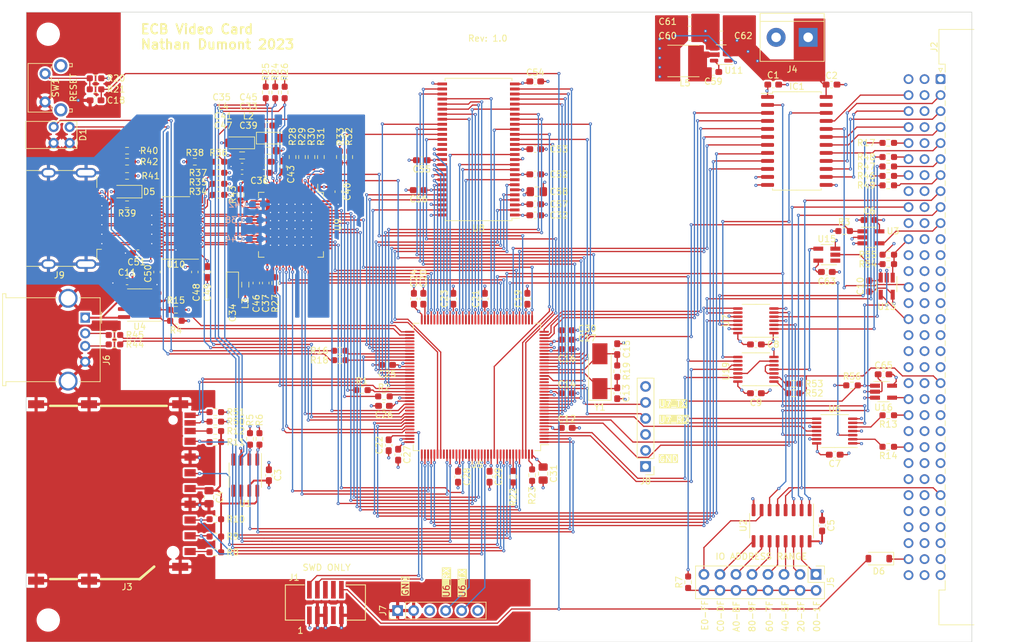
<source format=kicad_pcb>
(kicad_pcb (version 20221018) (generator pcbnew)
  (title_block (title "ECB Video Card") (rev "1.0") (company "Nathan Dumont"))
  (layers (0 "F.Cu" signal) (1 "In1.Cu" signal) (2 "In2.Cu" signal) (31 "B.Cu" signal) (34 "B.Paste" user) (35 "F.Paste" user) (36 "B.SilkS" user "B.Silkscreen") (37 "F.SilkS" user "F.Silkscreen") (38 "B.Mask" user) (39 "F.Mask" user) (44 "Edge.Cuts" user))
  (net 0 "")
  (net 1 "GND")
  (net 2 "+3.3V")
  (net 3 "+5V")
  (net 4 "Net-(J3-VDD)")
  (net 5 "Net-(U5-PH0)")
  (net 6 "Net-(U5-PH1)")
  (net 7 "/HOST_RESET")
  (net 8 "Net-(U5-VCAP_1)")
  (net 9 "Net-(U5-VCAP_2)")
  (net 10 "/HDMI/PVDD")
  (net 11 "/HDMI/DVDD")
  (net 12 "/HDMI/TVDD")
  (net 13 "Net-(J9-+5V)")
  (net 14 "Net-(U10-ESD_BYP)")
  (net 15 "Net-(D1-A1)")
  (net 16 "Net-(D1-A2)")
  (net 17 "Net-(J6-D-)")
  (net 18 "Net-(J6-D+)")
  (net 19 "Net-(D5-K)")
  (net 20 "Net-(J9-CEC)")
  (net 21 "/Host Bus/BP_RESET")
  (net 22 "/HOST_WR")
  (net 23 "/HOST_D0")
  (net 24 "/HOST_D1")
  (net 25 "/HOST_D2")
  (net 26 "/HOST_D3")
  (net 27 "/HOST_D4")
  (net 28 "/HOST_D5")
  (net 29 "/HOST_D6")
  (net 30 "/HOST_D7")
  (net 31 "/Host Bus/BP_D7")
  (net 32 "/Host Bus/BP_D6")
  (net 33 "/Host Bus/BP_D5")
  (net 34 "/Host Bus/BP_D4")
  (net 35 "/Host Bus/BP_D3")
  (net 36 "/Host Bus/BP_D2")
  (net 37 "/Host Bus/BP_D1")
  (net 38 "/Host Bus/BP_D0")
  (net 39 "/HOST_CS")
  (net 41 "/SWDIO")
  (net 42 "/SWCLK")
  (net 46 "/Host Bus/BP_A2")
  (net 47 "/Host Bus/BP_A4")
  (net 48 "/Host Bus/BP_A5")
  (net 49 "/Host Bus/BP_A6")
  (net 50 "/Host Bus/BP_WAIT")
  (net 51 "/Host Bus/BP_BUSRQ")
  (net 52 "/Host Bus/BP_BAI")
  (net 53 "/Host Bus/BP_P12V")
  (net 54 "/Host Bus/BP_A19")
  (net 55 "/Host Bus/BP_M12V")
  (net 56 "/Host Bus/BP_A30")
  (net 57 "/Host Bus/BP_BAO")
  (net 58 "/Host Bus/BP_A14")
  (net 59 "/Host Bus/BP_P12V2")
  (net 60 "/Host Bus/BP_M1")
  (net 61 "/Host Bus/BP_A22")
  (net 62 "/Host Bus/BP_A23")
  (net 67 "/Host Bus/BP_IORQ")
  (net 68 "/Host Bus/BP_RFSH")
  (net 69 "/Host Bus/BP_A13")
  (net 70 "/Host Bus/BP_A9")
  (net 71 "/Host Bus/BP_BUSAK")
  (net 102 "/Host Bus/BP_A0")
  (net 103 "/Host Bus/BP_A3")
  (net 104 "/Host Bus/BP_A1")
  (net 105 "/Host Bus/BP_A8")
  (net 106 "/Host Bus/BP_A7")
  (net 107 "/Host Bus/BP_A16")
  (net 108 "/Host Bus/BP_IEI")
  (net 109 "/Host Bus/BP_A17")
  (net 110 "/Host Bus/BP_A18")
  (net 111 "/Host Bus/BP_A31")
  (net 112 "/Host Bus/BP_IEO")
  (net 113 "/Host Bus/BP_A11")
  (net 114 "/Host Bus/BP_A10")
  (net 115 "/Host Bus/BP_A21")
  (net 116 "/Host Bus/BP_NMI")
  (net 117 "/Host Bus/BP_INT")
  (net 118 "/Host Bus/BP_WR")
  (net 119 "/Host Bus/BP_A20")
  (net 120 "/Host Bus/BP_RD")
  (net 121 "/Host Bus/BP_HALT")
  (net 122 "/Host Bus/BP_RESOUT")
  (net 123 "/Host Bus/BP_A12")
  (net 124 "/Host Bus/BP_A15")
  (net 125 "/Host Bus/BP_CLK")
  (net 126 "/Host Bus/BP_MREQ")
  (net 127 "Net-(J3-DAT2)")
  (net 128 "/SPI1_CS")
  (net 129 "/SPI1_MOSI")
  (net 130 "/SPI1_SCK")
  (net 131 "/SPI1_MISO")
  (net 132 "Net-(J3-DAT1)")
  (net 133 "Net-(J5-Pin_1)")
  (net 134 "Net-(J5-Pin_10)")
  (net 135 "Net-(J5-Pin_3)")
  (net 136 "Net-(J5-Pin_5)")
  (net 137 "Net-(J5-Pin_7)")
  (net 138 "Net-(J5-Pin_9)")
  (net 139 "Net-(J5-Pin_11)")
  (net 140 "Net-(J5-Pin_13)")
  (net 141 "Net-(J5-Pin_15)")
  (net 142 "/USB_VBUS")
  (net 143 "/USB_HOST_DN")
  (net 144 "/USB_HOST_DP")
  (net 146 "/USART6_RX")
  (net 147 "/USART6_TX")
  (net 150 "/UART7_RX")
  (net 151 "/UART7_TX")
  (net 153 "/HDMI/HDMI_TX2_P")
  (net 154 "/HDMI/HDMI_TX2_N")
  (net 155 "/HDMI/HDMI_TX1_P")
  (net 156 "/HDMI/HDMI_TX1_N")
  (net 157 "/HDMI/HDMI_TX0_P")
  (net 158 "/HDMI/HDMI_TX0_N")
  (net 159 "/HDMI/HDMI_TXC_P")
  (net 160 "/HDMI/HDMI_TXC_N")
  (net 161 "Net-(J9-SCL)")
  (net 162 "Net-(J9-SDA)")
  (net 163 "Net-(J9-HPD)")
  (net 164 "/LTDC_CLK")
  (net 165 "Net-(U5-PG7)")
  (net 166 "/FMC_CLK")
  (net 167 "Net-(U5-PG8)")
  (net 168 "/HOST_WAIT")
  (net 169 "/USB_OVERCURRENT")
  (net 170 "/SD_OC")
  (net 171 "/SD_EN")
  (net 172 "Net-(R7-Pad2)")
  (net 173 "Net-(R13-Pad2)")
  (net 174 "Net-(R14-Pad2)")
  (net 175 "/USB_VBUS_EN")
  (net 176 "Net-(U5-PD11)")
  (net 177 "/SW")
  (net 178 "Net-(U5-PD13)")
  (net 179 "Net-(R20-Pad2)")
  (net 180 "Net-(U5-BOOT0)")
  (net 181 "Net-(U5-PDR_ON)")
  (net 182 "/I2C1_SDA")
  (net 183 "/I2C1_SCL")
  (net 184 "/DRIVER_RST")
  (net 185 "Net-(U9-DKEN)")
  (net 186 "Net-(U9-~PD)")
  (net 187 "Net-(U9-CTL1{slash}A1{slash}DK1)")
  (net 188 "Net-(U9-CTL2{slash}A2{slash}DK2)")
  (net 189 "Net-(U9-CTL3{slash}A3{slash}DK3)")
  (net 190 "Net-(U9-VREF)")
  (net 191 "/HDMI_CEC")
  (net 192 "/I2C3_SCL")
  (net 193 "Net-(U10-HOTPLUG_DET_IN)")
  (net 194 "/HDMI/HTPLG")
  (net 195 "/I2C3_SDA")
  (net 196 "Net-(U9-TFADJ)")
  (net 202 "/HOST_A2")
  (net 203 "/HOST_A3")
  (net 204 "/HOST_A4")
  (net 205 "/FMC_A0")
  (net 206 "/FMC_A1")
  (net 207 "/FMC_A2")
  (net 208 "/FMC_A3")
  (net 209 "/FMC_A4")
  (net 210 "/FMC_A5")
  (net 213 "/LTDC_DE")
  (net 214 "/FMC_WE")
  (net 215 "/FMC_CS")
  (net 216 "/FMC_CKE")
  (net 217 "/LTDC_B5")
  (net 218 "/LTDC_VSYNC")
  (net 219 "/LTDC_G2")
  (net 220 "/HOST_RD")
  (net 221 "/LTDC_R3")
  (net 222 "/LTDC_R6")
  (net 223 "/FMC_RAS")
  (net 224 "/FMC_A6")
  (net 225 "/FMC_A7")
  (net 226 "/FMC_A8")
  (net 227 "/FMC_A9")
  (net 228 "/FMC_A10")
  (net 229 "/FMC_A11")
  (net 230 "/FMC_D4")
  (net 231 "/FMC_D5")
  (net 232 "/FMC_D6")
  (net 233 "/FMC_D7")
  (net 234 "/FMC_D8")
  (net 235 "/FMC_D9")
  (net 236 "/FMC_D10")
  (net 237 "/FMC_D11")
  (net 238 "/FMC_D12")
  (net 239 "/LTDC_G4")
  (net 240 "/LTDC_G5")
  (net 241 "/FMC_D13")
  (net 242 "/FMC_D14")
  (net 243 "/FMC_D15")
  (net 244 "/FMC_D0")
  (net 245 "/FMC_D1")
  (net 246 "/FMC_A12")
  (net 247 "/FMC_BA0")
  (net 248 "/FMC_BA1")
  (net 249 "/LTDC_R7")
  (net 250 "/LTDC_HSYNC")
  (net 251 "/LTDC_G6")
  (net 253 "/LTDC_R4")
  (net 254 "/LTDC_R5")
  (net 255 "/LTDC_R2")
  (net 256 "/HOST_A0")
  (net 257 "/HOST_A1")
  (net 258 "/FMC_D2")
  (net 259 "/FMC_D3")
  (net 261 "/LTDC_G7")
  (net 263 "/LTDC_B2")
  (net 265 "/LTDC_G3")
  (net 266 "/LTDC_B3")
  (net 267 "/LTDC_B4")
  (net 268 "/FMC_CAS")
  (net 269 "/LTDC_B6")
  (net 270 "/LTDC_B7")
  (net 271 "/FMC_DQML")
  (net 272 "/FMC_DQMH")
  (net 276 "Net-(U11-BST)")
  (net 277 "Net-(R17-Pad2)")
  (net 278 "Net-(R46-Pad2)")
  (net 279 "Net-(R47-Pad2)")
  (net 280 "Net-(R48-Pad2)")
  (net 281 "Net-(R49-Pad2)")
  (net 282 "/SD_CP")
  (net 283 "/SD_WP")
  (net 284 "Net-(IC1-~{OE})")
  (net 285 "Net-(R52-Pad2)")
  (net 286 "Net-(R53-Pad2)")
  (net 287 "Net-(R54-Pad2)")
  (net 288 "Net-(U15-Pad4)")
  (net 289 "/HOST_INT")
  (net 290 "/INT_ACK")
  (net 291 "Net-(U19-Pad3)")
  (net 292 "Net-(U19-Pad12)")
  (footprint "Resistor_SMD:R_0603_1608Metric_Pad0.98x0.95mm_HandSolder" (layer "F.Cu") (at 186.75 77.5 180)
    (fp_text reference "R49")
    (fp_text value "1kΩ" hide)
  )
  (footprint "Package_SO:TSSOP-14_4.4x5mm_P0.65mm" (layer "F.Cu") (at 178.25 116.5 180)
    (fp_text reference "U6")
    (fp_text value "74LVC125" hide)
  )
  (footprint "Resistor_SMD:R_0603_1608Metric_Pad0.98x0.95mm_HandSolder" (layer "F.Cu") (at 179.75 84.75)
    (fp_text reference "R3")
    (fp_text value "10kΩ" hide)
  )
  (footprint "Capacitor_SMD:C_0603_1608Metric_Pad1.08x0.95mm_HandSolder" (layer "F.Cu") (at 86.5 93 -90)
    (fp_text reference "C46")
    (fp_text value "100nF" hide)
  )
  (footprint "Button_Switch_THT:SW_Tactile_SPST_Angled_PTS645Vx58-2LFS" (layer "F.Cu") (at 53 64.26 90)
    (fp_text reference "SW1")
    (fp_text value "RESET")
  )
  (footprint "MountingHole:MountingHole_3.2mm_M3" (layer "F.Cu") (at 53.5 146.5 -90)
    (fp_text reference "H3" hide)
    (fp_text value "MountingHole" hide)
  )
  (footprint "Capacitor_SMD:C_0603_1608Metric_Pad1.08x0.95mm_HandSolder" (layer "F.Cu") (at 130.75 75.75)
    (fp_text reference "C52")
    (fp_text value "100nF" hide)
  )
  (footprint "Capacitor_SMD:C_0603_1608Metric_Pad1.08x0.95mm_HandSolder" (layer "F.Cu") (at 87.75 75.5)
    (fp_text reference "C36")
    (fp_text value "100nF" hide)
  )
  (footprint "extras:Inductor_WE_LQS" (layer "F.Cu") (at 154.25 57.75 180)
    (fp_text reference "L5")
    (fp_text value "3.9µH" hide)
  )
  (footprint "Capacitor_SMD:C_0603_1608Metric_Pad1.08x0.95mm_HandSolder" (layer "F.Cu") (at 106.75 112.5 180)
    (fp_text reference "C26")
    (fp_text value "100nF" hide)
  )
  (footprint "Package_TO_SOT_SMD:SOT-23-5_HandSoldering" (layer "F.Cu") (at 184 85.75)
    (fp_text reference "U3")
    (fp_text value "74AHCT1G125" hide)
  )
  (footprint "Package_SO:TSSOP-14_4.4x5mm_P0.65mm" (layer "F.Cu") (at 165.75 106.7 180)
    (fp_text reference "U19")
    (fp_text value "74LVC08" hide)
  )
  (footprint "Capacitor_SMD:C_0603_1608Metric_Pad1.08x0.95mm_HandSolder" (layer "F.Cu") (at 176.25 131.5 -90)
    (fp_text reference "C5")
    (fp_text value "100nF" hide)
  )
  (footprint "Resistor_SMD:R_0603_1608Metric_Pad0.98x0.95mm_HandSolder" (layer "F.Cu") (at 80 130.5 180)
    (fp_text reference "R10")
    (fp_text value "10kΩ" hide)
  )
  (footprint "Resistor_SMD:R_0603_1608Metric_Pad0.98x0.95mm_HandSolder" (layer "F.Cu") (at 61 62.25)
    (fp_text reference "R21")
    (fp_text value "1kΩ" hide)
  )
  (footprint "Capacitor_SMD:C_0603_1608Metric_Pad1.08x0.95mm_HandSolder" (layer "F.Cu") (at 76.75 91.25 -90)
    (fp_text reference "C48")
    (fp_text value "100nF" hide)
  )
  (footprint "Connector_DIN:DIN41612_R_3x32_Male_Horizontal_THT" (layer "F.Cu") (at 195.041 60.63 -90)
    (fp_text reference "J2")
    (fp_text value "DIN41612_ABC" hide)
  )
  (footprint "Capacitor_SMD:C_0603_1608Metric_Pad1.08x0.95mm_HandSolder" (layer "F.Cu") (at 78.75 91.25 90)
    (fp_text reference "C49")
    (fp_text value "100nF" hide)
  )
  (footprint "Package_TO_SOT_SMD:SOT-23-5_HandSoldering" (layer "F.Cu") (at 177 88.5 180)
    (fp_text reference "U15")
    (fp_text value "74LVC1G04" hide)
  )
  (footprint "Resistor_SMD:R_0603_1608Metric_Pad0.98x0.95mm_HandSolder" (layer "F.Cu") (at 143.75 107 90)
    (fp_text reference "R19")
    (fp_text value "1MΩ" hide)
  )
  (footprint "Resistor_SMD:R_0603_1608Metric_Pad0.98x0.95mm_HandSolder" (layer "F.Cu") (at 186.75 114 180)
    (fp_text reference "R13")
    (fp_text value "1kΩ" hide)
  )
  (footprint "Package_SO:TSSOP-14_4.4x5mm_P0.65mm" (layer "F.Cu") (at 165.75 99 180)
    (fp_text reference "U7")
    (fp_text value "74LVC125" hide)
  )
  (footprint "extras:SD_UNIVERSAL" (layer "F.Cu") (at 50.30028 126.25048 -90)
    (fp_text reference "J3")
    (fp_text value "SD_Card" hide)
  )
  (footprint "Resistor_SMD:R_0603_1608Metric_Pad0.98x0.95mm_HandSolder" (layer "F.Cu") (at 186.75 74.5 180)
    (fp_text reference "R47")
    (fp_text value "1kΩ" hide)
  )
  (footprint "Connector_PinHeader_2.54mm:PinHeader_1x06_P2.54mm_Vertical" (layer "F.Cu") (at 108.92 145 90)
    (fp_text reference "J7")
    (fp_text value "UART A")
  )
  (footprint "Capacitor_SMD:C_0603_1608Metric_Pad1.08x0.95mm_HandSolder" (layer "F.Cu") (at 122.75 95.5 90)
    (fp_text reference "C21")
    (fp_text value "100nF" hide)
  )
  (footprint "extras:SAMTEC_SHF-SM_5x2" (layer "F.Cu") (at 97.46 143.718)
    (fp_text reference "J1")
    (fp_text value "SWD" hide)
  )
  (footprint "Resistor_SMD:R_0603_1608Metric_Pad0.98x0.95mm_HandSolder" (layer "F.Cu") (at 80 116.5 180)
    (fp_text reference "R12")
    (fp_text value "10kΩ" hide)
  )
  (footprint "Resistor_SMD:R_0603_1608Metric_Pad0.98x0.95mm_HandSolder" (layer "F.Cu") (at 181 109.25)
    (fp_text reference "R56")
    (fp_text value "10kΩ" hide)
  )
  (footprint "Capacitor_SMD:C_0603_1608Metric_Pad1.08x0.95mm_HandSolder" (layer "F.Cu") (at 109 120.25 -90)
    (fp_text reference "C27")
    (fp_text value "100nF" hide)
  )
  (footprint "Capacitor_SMD:C_0603_1608Metric_Pad1.08x0.95mm_HandSolder" (layer "F.Cu") (at 118.5 123.75 -90)
    (fp_text reference "C28")
    (fp_text value "100nF" hide)
  )
  (footprint "Connector_PinHeader_2.54mm:PinHeader_2x08_P2.54mm_Vertical" (layer "F.Cu") (at 175.29 139.25 -90)
    (fp_text reference "J5")
    (fp_text value "Conn_02x08_Odd_Even" hide)
  )
  (footprint "MountingHole:MountingHole_3.2mm_M3" (layer "F.Cu") (at 53.5 53.5 -90)
    (fp_text reference "H4" hide)
    (fp_text value "MountingHole" hide)
  )
  (footprint "Resistor_SMD:R_0603_1608Metric_Pad0.98x0.95mm_HandSolder" (layer "F.Cu") (at 73.75 99)
    (fp_text reference "R15")
    (fp_text value "10kΩ" hide)
  )
  (footprint "Capacitor_Tantalum_SMD:CP_EIA-3216-10_Kemet-I_Pad1.58x1.35mm_HandSolder" (layer "F.Cu") (at 89 70)
    (fp_text reference "C33")
    (fp_text value "22µF" hide)
  )
  (footprint "Capacitor_SMD:C_0603_1608Metric_Pad1.08x0.95mm_HandSolder" (layer "F.Cu") (at 159 59.5)
    (fp_text reference "C59")
    (fp_text value "100nF" hide)
  )
  (footprint "Resistor_SMD:R_0603_1608Metric_Pad0.98x0.95mm_HandSolder" (layer "F.Cu") (at 103.25 110)
    (fp_text reference "R1")
    (fp_text value "33Ω" hide)
  )
  (footprint "Resistor_SMD:R_0603_1608Metric_Pad0.98x0.95mm_HandSolder" (layer "F.Cu") (at 76.75 73.75)
    (fp_text reference "R38")
    (fp_text value "100kΩ" hide)
  )
  (footprint "Capacitor_SMD:C_0603_1608Metric_Pad1.08x0.95mm_HandSolder" (layer "F.Cu") (at 177.75 61.5)
    (fp_text reference "C2")
    (fp_text value "100nF" hide)
  )
  (footprint "Capacitor_SMD:C_0603_1608Metric_Pad1.08x0.95mm_HandSolder" (layer "F.Cu") (at 84.25 76.25 180)
    (fp_text reference "C47")
    (fp_text value "100nF" hide)
  )
  (footprint "Capacitor_SMD:C_0603_1608Metric_Pad1.08x0.95mm_HandSolder" (layer "F.Cu") (at 183.75 93.5 90)
    (fp_text reference "C10")
    (fp_text value "100nF" hide)
  )
  (footprint "Capacitor_SMD:C_0603_1608Metric_Pad1.08x0.95mm_HandSolder" (layer "F.Cu") (at 143.75 103.5 90)
    (fp_text reference "C15")
    (fp_text value "15pF" hide)
  )
  (footprint "Diode_SMD:D_SOD-123" (layer "F.Cu") (at 185.25 136.75 180)
    (fp_text reference "D6")
    (fp_text value "PMEG6020ER,115" hide)
  )
  (footprint "Capacitor_SMD:C_0603_1608Metric_Pad1.08x0.95mm_HandSolder" (layer "F.Cu") (at 130.75 82.25)
    (fp_text reference "C32")
    (fp_text value "100nF" hide)
  )
  (footprint "Resistor_SMD:R_0603_1608Metric_Pad0.98x0.95mm_HandSolder" (layer "F.Cu") (at 64 102.75 180)
    (fp_text reference "R44")
    (fp_text value "22Ω" hide)
  )
  (footprint "Capacitor_SMD:C_0603_1608Metric_Pad1.08x0.95mm_HandSolder" (layer "F.Cu") (at 165.75 110.5)
    (fp_text reference "C9")
    (fp_text value "100nF" hide)
  )
  (footprint "Capacitor_SMD:C_0603_1608Metric_Pad1.08x0.95mm_HandSolder" (layer "F.Cu") (at 88.25 68)
    (fp_text reference "C45")
    (fp_text value "100nF" hide)
  )
  (footprint "Capacitor_SMD:C_0603_1608Metric_Pad1.08x0.95mm_HandSolder" (layer "F.Cu") (at 123.5 123.75 -90)
    (fp_text reference "C29")
    (fp_text value "100nF" hide)
  )
  (footprint "Capacitor_SMD:C_0603_1608Metric_Pad1.08x0.95mm_HandSolder" (layer "F.Cu") (at 168.5 61.5 180)
    (fp_text reference "C1")
    (fp_text value "100nF" hide)
  )
  (footprint "Resistor_SMD:R_0603_1608Metric_Pad0.98x0.95mm_HandSolder" (layer "F.Cu") (at 80.5 79 180)
    (fp_text reference "R34")
    (fp_text value "10kΩ" hide)
  )
  (footprint "Resistor_SMD:R_0603_1608Metric_Pad0.98x0.95mm_HandSolder" (layer "F.Cu") (at 155 140.5 90)
    (fp_text reference "R7")
    (fp_text value "1kΩ" hide)
  )
  (footprint "Capacitor_SMD:C_0603_1608Metric_Pad1.08x0.95mm_HandSolder" (layer "F.Cu") (at 107.25 106 180)
    (fp_text reference "C25")
    (fp_text value "100nF" hide)
  )
  (footprint "MountingHole:MountingHole_3.2mm_M3" (layer "F.Cu") (at 185 146.5 -90)
    (fp_text reference "H2" hide)
    (fp_text value "MountingHole" hide)
  )
  (footprint "Resistor_SMD:R_0603_1608Metric_Pad0.98x0.95mm_HandSolder" (layer "F.Cu") (at 99.75 73 -90)
    (fp_text reference "R32")
    (fp_text value "33kΩ" hide)
  )
  (footprint "Resistor_SMD:R_0603_1608Metric_Pad0.98x0.95mm_HandSolder" (layer "F.Cu") (at 66 72)
    (fp_text reference "R40")
    (fp_text value "10kΩ" hide)
  )
  (footprint "Capacitor_SMD:C_0805_2012Metric_Pad1.18x1.45mm_HandSolder" (layer "F.Cu") (at 155.25 51.5)
    (fp_text reference "C61")
    (fp_text value "22µF" hide)
  )
  (footprint "Capacitor_SMD:C_0603_1608Metric_Pad1.08x0.95mm_HandSolder" (layer "F.Cu") (at 88 93 -90)
    (fp_text reference "C37")
    (fp_text value "100nF" hide)
  )
  (footprint "Capacitor_SMD:C_0603_1608Metric_Pad1.08x0.95mm_HandSolder" (layer "F.Cu") (at 88.5 123.5 -90)
    (fp_text reference "C3")
    (fp_text value "100nF" hide)
  )
  (footprint "Resistor_SMD:R_0603_1608Metric_Pad0.98x0.95mm_HandSolder" (layer "F.Cu") (at 171.75 109 180)
    (fp_text reference "R53")
    (fp_text value "1kΩ" hide)
  )
  (footprint "Resistor_SMD:R_0603_1608Metric_Pad0.98x0.95mm_HandSolder" (layer "F.Cu") (at 80 133.25 180)
    (fp_text reference "R9")
    (fp_text value "10kΩ" hide)
  )
  (footprint "Capacitor_SMD:C_0603_1608Metric_Pad1.08x0.95mm_HandSolder" (layer "F.Cu") (at 117.75 95.5 90)
    (fp_text reference "C23")
    (fp_text value "100nF" hide)
  )
  (footprint "Resistor_SMD:R_0603_1608Metric_Pad0.98x0.95mm_HandSolder" (layer "F.Cu") (at 87 117.75 90)
    (fp_text reference "R6")
    (fp_text value "10kΩ" hide)
  )
  (footprint "Inductor_SMD:L_0805_2012Metric_Pad1.05x1.20mm_HandSolder" (layer "F.Cu") (at 84.75 93.25 90)
    (fp_text reference "L3")
    (fp_text value "BMB2A0600AN8" hide)
  )
  (footprint "Resistor_SMD:R_0603_1608Metric_Pad0.98x0.95mm_HandSolder" (layer "F.Cu") (at 73.75 97.25 180)
    (fp_text reference "R4")
    (fp_text value "10kΩ" hide)
  )
  (footprint "Resistor_SMD:R_0603_1608Metric_Pad0.98x0.95mm_HandSolder" (layer "F.Cu") (at 66 73.75 180)
    (fp_text reference "R42")
    (fp_text value "1.5kΩ" hide)
  )
  (footprint "Capacitor_SMD:C_0603_1608Metric_Pad1.08x0.95mm_HandSolder" (layer "F.Cu") (at 130.75 80.5)
    (fp_text reference "C57")
    (fp_text value "100nF" hide)
  )
  (footprint "Resistor_SMD:R_0603_1608Metric_Pad0.98x0.95mm_HandSolder" (layer "F.Cu") (at 186.75 90 180)
    (fp_text reference "R54")
    (fp_text value "1kΩ" hide)
  )
  (footprint "Resistor_SMD:R_0603_1608Metric_Pad0.98x0.95mm_HandSolder" (layer "F.Cu") (at 186.75 119 180)
    (fp_text reference "R14")
    (fp_text value "1kΩ" hide)
  )
  (footprint "Capacitor_SMD:C_0603_1608Metric_Pad1.08x0.95mm_HandSolder" (layer "F.Cu") (at 107.5 118.75 -90)
    (fp_text reference "C22")
    (fp_text value "2.2µF" hide)
  )
  (footprint "Resistor_SMD:R_0603_1608Metric_Pad0.98x0.95mm_HandSolder" (layer "F.Cu") (at 186.75 88.5)
    (fp_text reference "R55")
    (fp_text value "10kΩ" hide)
  )
  (footprint "Capacitor_SMD:C_0805_2012Metric_Pad1.18x1.45mm_HandSolder" (layer "F.Cu") (at 131 78.5)
    (fp_text reference "C58")
    (fp_text value "4.7µF" hide)
  )
  (footprint "Package_SO:SOIC-8_3.9x4.9mm_P1.27mm" (layer "F.Cu") (at 84.75 123.5 -90)
    (fp_text reference "U1")
    (fp_text value "MIC2025-2YM" hide)
  )
  (footprint "TerminalBlock:TerminalBlock_bornier-2_P5.08mm" (layer "F.Cu") (at 174.04 54 180)
    (fp_text reference "J4")
    (fp_text value "EXT POWER")
  )
  (footprint "Capacitor_SMD:C_0603_1608Metric_Pad1.08x0.95mm_HandSolder" (layer "F.Cu") (at 112.75 73.5 180)
    (fp_text reference "C55")
    (fp_text value "100nF" hide)
  )
  (footprint "Resistor_SMD:R_0603_1608Metric_Pad0.98x0.95mm_HandSolder" (layer "F.Cu") (at 106.75 111)
    (fp_text reference "R2")
    (fp_text value "33Ω" hide)
  )
  (footprint "Resistor_SMD:R_0603_1608Metric_Pad0.98x0.95mm_HandSolder" (layer "F.Cu") (at 186.75 76 180)
    (fp_text reference "R46")
    (fp_text value "1kΩ" hide)
  )
  (footprint "Resistor_SMD:R_0603_1608Metric_Pad0.98x0.95mm_HandSolder" (layer "F.Cu") (at 80.5 73.75)
    (fp_text reference "R36")
    (fp_text value "1kΩ" hide)
  )
  (footprint "Resistor_SMD:R_0603_1608Metric_Pad0.98x0.95mm_HandSolder" (layer "F.Cu") (at 127.25 123.75 -90)
    (fp_text reference "R22")
    (fp_text value "10kΩ" hide)
  )
  (footprint "Package_SO:SOIC-24W_7.5x15.4mm_P1.27mm" (layer "F.Cu") (at 172.25 70.445)
    (fp_text reference "IC1")
    (fp_text value "SN74LVCC3245A" hide)
  )
  (footprint "Capacitor_SMD:C_0603_1608Metric_Pad1.08x0.95mm_HandSolder" (layer "F.Cu") (at 112.25 78.25 180)
    (fp_text reference "C56")
    (fp_text value "100nF" hide)
  )
  (footprint "extras:LED_KINGBRIGHT_STACKED" (layer "F.Cu") (at 55.625 69.5 -90)
    (fp_text reference "D1")
    (fp_text value "LED_Dual_AKAK" hide)
  )
  (footprint "Resistor_SMD:R_0603_1608Metric_Pad0.98x0.95mm_HandSolder" (layer "F.Cu") (at 96.75 73 90)
    (fp_text reference "R31")
    (fp_text value "0Ω" hide)
  )
  (footprint "Package_SO:TSSOP-38_4.4x9.7mm_P0.5mm" (layer "F.Cu") (at 73.75 84.25 180)
    (fp_text reference "U10")
    (fp_text value "TPD12S521DBT" hide)
  )
  (footprint "Resistor_SMD:R_0603_1608Metric_Pad0.98x0.95mm_HandSolder" (layer "F.Cu") (at 93.75 73 90)
    (fp_text reference "R29")
    (fp_text value "0Ω" hide)
  )
  (footprint "Connector_HDMI:HDMI_A_Molex_208658-1001_Horizontal" (layer "F.Cu") (at 56.97 82.75 180)
    (fp_text reference "J9")
    (fp_text value "HDMI_A" hide)
  )
  (footprint "Capacitor_SMD:C_0603_1608Metric_Pad1.08x0.95mm_HandSolder" (layer "F.Cu") (at 67.75 88.25 180)
    (fp_text reference "C51")
    (fp_text value "100nF" hide)
  )
  (footprint "Capacitor_SMD:C_0603_1608Metric_Pad1.08x0.95mm_HandSolder" (layer "F.Cu") (at 135.75 116)
    (fp_text reference "C12")
    (fp_text value "100nF" hide)
  )
  (footprint "Capacitor_SMD:C_0603_1608Metric_Pad1.08x0.95mm_HandSolder" (layer "F.Cu") (at 66 92.75)
    (fp_text reference "C11")
    (fp_text value "100nF" hide)
  )
  (footprint "Resistor_SMD:R_0603_1608Metric_Pad0.98x0.95mm_HandSolder" (layer "F.Cu") (at 130.25 123.5 -90)
    (fp_text reference "R23")
    (fp_text value "10kΩ" hide)
  )
  (footprint "Resistor_SMD:R_0603_1608Metric_Pad0.98x0.95mm_HandSolder" (layer "F.Cu") (at 80 115 180)
    (fp_text reference "R50")
    (fp_text value "10kΩ" hide)
  )
  (footprint "Resistor_SMD:R_0603_1608Metric_Pad0.98x0.95mm_HandSolder" (layer "F.Cu") (at 101.25 73 90)
    (fp_text reference "R33")
    (fp_text value "91kΩ" hide)
  )
  (footprint "Resistor_SMD:R_0603_1608Metric_Pad0.98x0.95mm_HandSolder" (layer "F.Cu") (at 66 76 180)
    (fp_text reference "R41")
    (fp_text value "1.5kΩ" hide)
  )
  (footprint "Capacitor_SMD:C_0603_1608Metric_Pad1.08x0.95mm_HandSolder" (layer "F.Cu") (at 135.75 102)
    (fp_text reference "C17")
    (fp_text value "100nF" hide)
  )
  (footprint "Capacitor_SMD:C_0603_1608Metric_Pad1.08x0.95mm_HandSolder" (layer "F.Cu") (at 178.25 120.25 180)
    (fp_text reference "C7")
    (fp_text value "100nF" hide)
  )
  (footprint "Package_SO:TSOP-II-54_22.2x10.16mm_P0.8mm" (layer "F.Cu") (at 121.75 71.8 180)
    (fp_text reference "U8")
    (fp_text value "IS42S16160G-7TLI" hide)
  )
  (footprint "Capacitor_SMD:C_0603_1608Metric_Pad1.08x0.95mm_HandSolder" (layer "F.Cu") (at 129.5 95.5 90)
    (fp_text reference "C19")
    (fp_text value "100nF" hide)
  )
  (footprint "Capacitor_SMD:C_0603_1608Metric_Pad1.08x0.95mm_HandSolder" (layer "F.Cu") (at 61 64 180)
    (fp_text reference "C18")
    (fp_text value "100nF" hide)
  )
  (footprint "Capacitor_SMD:C_0603_1608Metric_Pad1.08x0.95mm_HandSolder" (layer "F.Cu") (at 111.5 95.5 90)
    (fp_text reference "C24")
    (fp_text value "100nF" hide)
  )
  (footprint "MountingHole:MountingHole_3.2mm_M3" (layer "F.Cu") (at 185 53.5 -90)
    (fp_text reference "H1" hide)
    (fp_text value "MountingHole" hide)
  )
  (footprint "Capacitor_SMD:C_0603_1608Metric_Pad1.08x0.95mm_HandSolder" (layer "F.Cu") (at 113 95.5 90)
    (fp_text reference "C20")
    (fp_text value "2.2µF" hide)
  )
  (footprint "Resistor_SMD:R_0603_1608Metric_Pad0.98x0.95mm_HandSolder" (layer "F.Cu") (at 85.5 117.75 -90)
    (fp_text reference "R5")
    (fp_text value "10kΩ" hide)
  )
  (footprint "Capacitor_SMD:C_0603_1608Metric_Pad1.08x0.95mm_HandSolder" (layer "F.Cu") (at 186 107.5)
    (fp_text reference "C65")
    (fp_text value "100nF" hide)
  )
  (footprint "Inductor_SMD:L_0805_2012Metric_Pad1.05x1.20mm_HandSolder" (layer "F.Cu") (at 84.25 72.75)
    (fp_text reference "L4")
    (fp_text value "BMB2A0600AN8" hide)
  )
  (footprint "Inductor_SMD:L_0805_2012Metric_Pad1.05x1.20mm_HandSolder" (layer "F.Cu") (at 88.5 72 180)
    (fp_text reference "L2")
    (fp_text value "BMB2A0600AN8" hide)
  )
  (footprint "Resistor_SMD:R_0603_1608Metric_Pad0.98x0.95mm_HandSolder" (layer "F.Cu") (at 66 80.5 180)
    (fp_text reference "R39")
    (fp_text value "27kΩ" hide)
  )
  (footprint "Resistor_SMD:R_0603_1608Metric_Pad0.98x0.95mm_HandSolder" (layer "F.Cu") (at 92.25 73 90)
    (fp_text reference "R28")
    (fp_text value "0Ω" hide)
  )
  (footprint "Resistor_SMD:R_0603_1608Metric_Pad0.98x0.95mm_HandSolder" (layer "F.Cu") (at 61 60.5 180)
    (fp_text reference "R20")
    (fp_text value "10kΩ" hide)
  )
  (footprint "Resistor_SMD:R_0603_1608Metric_Pad0.98x0.95mm_HandSolder" (layer "F.Cu") (at 99.75 103.75 180)
    (fp_text reference "R16")
    (fp_text value "240Ω" hide)
  )
  (footprint "Capacitor_SMD:C_0603_1608Metric_Pad1.08x0.95mm_HandSolder" (layer "F.Cu") (at 135.75 100.5)
    (fp_text reference "C30")
    (fp_text value "1µF" hide)
  )
  (footprint "Capacitor_SMD:C_0603_1608Metric_Pad1.08x0.95mm_HandSolder" (layer "F.Cu") (at 165.75 102.75 180)
    (fp_text reference "C8")
    (fp_text value "100nF" hide)
  )
  (footprint "Capacitor_SMD:C_0603_1608Metric_Pad1.08x0.95mm_HandSolder" (layer "F.Cu") (at 90.75 74.5 90)
    (fp_text reference "C43")
    (fp_text value "100nF" hide)
  )
  (footprint "Capacitor_SMD:C_0603_1608Metric_Pad1.08x0.95mm_HandSolder" (layer "F.Cu") (at 130.75 71.75)
    (fp_text reference "C53")
    (fp_text value "100nF" hide)
  )
  (footprint "Resistor_SMD:R_0603_1608Metric_Pad0.98x0.95mm_HandSolder" (layer "F.Cu") (at 186.75 73 180)
    (fp_text reference "R48")
    (fp_text value "1kΩ" hide)
  )
  (footprint "Capacitor_SMD:C_0603_1608Metric_Pad1.08x0.95mm_HandSolder" (layer "F.Cu") (at 84.25 74.5 180)
    (fp_text reference "C41")
    (fp_text value "100nF" hide)
  )
  (footprint "Connector_PinHeader_2.54mm:PinHeader_1x06_P2.54mm_Vertical" (layer "F.Cu") (at 148.25 122.12 180)
    (fp_text reference "J8")
    (fp_text value "UART B")
  )
  (footprint "Resistor_SMD:R_0603_1608Metric_Pad0.98x0.95mm_HandSolder" (layer "F.Cu") (at 80 118.25 180)
    (fp_text reference "R11")
    (fp_text value "10kΩ" hide)
  )
  (footprint "Capacitor_SMD:C_0603_1608Metric_Pad1.08x0.95mm_HandSolder" (layer "F.Cu") (at 88 73.75)
    (fp_text reference "C39")
    (fp_text value "100nF" hide)
  )
  (footprint "Resistor_SMD:R_0603_1608Metric_Pad0.98x0.95mm_HandSolder" (layer "F.Cu") (at 80 135.75 180)
    (fp_text reference "R8")
    (fp_text value "10kΩ" hide)
  )
  (footprint "Resistor_SMD:R_0603_1608Metric_Pad0.98x0.95mm_HandSolder" (layer "F.Cu") (at 95.25 73 90)
    (fp_text reference "R30")
    (fp_text value "0Ω" hide)
  )
  (footprint "Capacitor_SMD:C_0603_1608Metric_Pad1.08x0.95mm_HandSolder" (layer "F.Cu") (at 135.75 110.5)
    (fp_text reference "C14")
    (fp_text value "100nF" hide)
  )
  (footprint "Diode_SMD:D_SOD-123" (layer "F.Cu") (at 66 78.5 180)
    (fp_text reference "D5")
    (fp_text value "PMEG6020ER,115" hide)
  )
  (footprint "Package_SO:SOIC-8_3.9x4.9mm_P1.27mm" (layer "F.Cu") (at 68 96.5 180)
    (fp_text reference "U4")
    (fp_text value "MIC2025-2YM" hide)
  )
  (footprint "Capacitor_SMD:C_0805_2012Metric_Pad1.18x1.45mm_HandSolder" (layer "F.Cu") (at 79 127 -90)
    (fp_text reference "C4")
    (fp_text value "10µF" hide)
  )
  (footprint "Resistor_SMD:R_0603_1608Metric_Pad0.98x0.95mm_HandSolder" (layer "F.Cu") (at 64 101.25 180)
    (fp_text reference "R45")
    (fp_text value "22Ω" hide)
  )
  (footprint "Capacitor_SMD:C_0603_1608Metric_Pad1.08x0.95mm_HandSolder" (layer "F.Cu") (at 177 91.25)
    (fp_text reference "C63")
    (fp_text value "100nF" hide)
  )
  (footprint "Resistor_SMD:R_0603_1608Metric_Pad0.98x0.95mm_HandSolder" (layer "F.Cu") (at 80.5 75.5 180)
    (fp_text reference "R37")
    (fp_text value "10kΩ" hide)
  )
  (footprint "Package_QFP:LQFP-144_20x20mm_P0.5mm" (layer "F.Cu") (at 121.5 109.5 180)
    (fp_text reference "U5")
    (fp_text value "STM32F427ZITx" hide)
  )
  (footprint "Resistor_SMD:R_0603_1608Metric_Pad0.98x0.95mm_HandSolder" (layer "F.Cu") (at 171.75 110.5 180)
    (fp_text reference "R52")
    (fp_text value "1kΩ" hide)
  )
  (footprint "Resistor_SMD:R_0603_1608Metric_Pad0.98x0.95mm_HandSolder" (layer "F.Cu") (at 91 62.75 -90)
    (fp_text reference "R26")
    (fp_text value "4.7kΩ" hide)
  )
  (footprint "Package_TO_SOT_SMD:SOT-23-5_HandSoldering" (layer "F.Cu") (at 186 110.25)
    (fp_text reference "U16")
    (fp_text value "74AHCT1G125" hide)
  )
  (footprint "Resistor_SMD:R_0603_1608Metric_Pad0.98x0.95mm_HandSolder" (layer "F.Cu") (at 84 79 -90)
    (fp_text reference "R43")
    (fp_text value "510Ω" hide)
  )
  (footprint "Capacitor_SMD:C_0805_2012Metric_Pad1.18x1.45mm_HandSolder" (layer "F.Cu") (at 160.25 53.75 180)
    (fp_text reference "C62")
    (fp_text value "10µF" hide)
  )
  (footprint "Resistor_SMD:R_0603_1608Metric_Pad0.98x0.95mm_HandSolder" (layer "F.Cu") (at 80.5 77.25 180)
    (fp_text reference "R35")
    (fp_text value "10kΩ" hide)
  )
  (footprint "Resistor_SMD:R_0603_1608Metric_Pad0.98x0.95mm_HandSolder" (layer "F.Cu") (at 88 62.75 -90)
    (fp_text reference "R25")
    (fp_text value "4.7kΩ" hide)
  )
  (footprint "Resistor_SMD:R_0603_1608Metric_Pad0.98x0.95mm_HandSolder" (layer "F.Cu") (at 80 113.5 180)
    (fp_text reference "R51")
    (fp_text value "10kΩ" hide)
  )
  (footprint "Capacitor_SMD:C_0603_1608Metric_Pad1.08x0.95mm_HandSolder" (layer "F.Cu") (at 130.75 61)
    (fp_text reference "C54")
    (fp_text value "100nF" hide)
  )
  (footprint "Capacitor_SMD:C_0603_1608Metric_Pad1.08x0.95mm_HandSolder" (layer "F.Cu") (at 135.75 103.5)
    (fp_text reference "C16")
    (fp_text value "100nF" hide)
  )
  (footprint "Package_TO_SOT_SMD:TSOT-23-6" (layer "F.Cu") (at 160.25 56.75 180)
    (fp_text reference "U11")
    (fp_text value "AP63203WU" hide)
  )
  (footprint "Package_SO:SOIC-16_3.9x9.9mm_P1.27mm" (layer "F.Cu") (at 169.825 131.525 -90)
    (fp_text reference "U2")
    (fp_text value "74HC138" hide)
  )
  (footprint "Connector_USB:USB_A_Molex_67643_Horizontal" (layer "F.Cu") (at 59.36 98.5 -90)
    (fp_text reference "J6")
    (fp_text value "USB_A" hide)
  )
  (footprint "Crystal:Crystal_SMD_Abracon_ABM3-2Pin_5.0x3.2mm_HandSoldering" (layer "F.Cu") (at 141 107 90)
    (fp_text reference "Y1")
    (fp_text value "25MHz" hide)
  )
  (footprint "Capacitor_SMD:C_0805_2012Metric_Pad1.18x1.45mm_HandSolder" (layer "F.Cu") (at 155.25 53.75)
    (fp_text reference "C60")
    (fp_text value "22µF" hide)
  )
  (footprint "Resistor_SMD:R_0603_1608Metric_Pad0.98x0.95mm_HandSolder" (layer "F.Cu") (at 99.75 105.25 180)
    (fp_text reference "R18")
    (fp_text value "240Ω" hide)
  )
  (footprint "Capacitor_SMD:C_0603_1608Metric_Pad1.08x0.95mm_HandSolder" (layer "F.Cu") (at 99.5 78.5 -90)
    (fp_text reference "C40")
    (fp_text value "100nF" hide)
  )
  (footprint "Package_TO_SOT_SMD:SOT-23-5_HandSoldering" (layer "F.Cu") (at 186.5 93.5 -90)
    (fp_text reference "U13")
    (fp_text value "74AHCT1G08" hide)
  )
  (footprint "Capacitor_SMD:C_0603_1608Metric_Pad1.08x0.95mm_HandSolder" (layer "F.Cu") (at 143.75 110.5 -90)
    (fp_text reference "C13")
    (fp_text value "15pF" hide)
  )
  (footprint "Capacitor_SMD:C_0805_2012Metric_Pad1.18x1.45mm_HandSolder" (layer "F.Cu") (at 132 123.25 -90)
    (fp_text reference "C31")
    (fp_text value "4.7µF" hide)
  )
  (footprint "Resistor_SMD:R_0603_1608Metric_Pad0.98x0.95mm_HandSolder" (layer "F.Cu") (at 89.5 93 -90)
    (fp_text reference "R27")
    (fp_text value "0Ω" hide)
  )
  (footprint "Capacitor_SMD:C_0603_1608Metric_Pad1.08x0.95mm_HandSolder" (layer "F.Cu") (at 70.75 91.25 90)
    (fp_text reference "C50")
    (fp_text value "100nF" hide)
  )
  (footprint "Capacitor_SMD:C_0603_1608Metric_Pad1.08x0.95mm_HandSolder" (layer "F.Cu") (at 183.75 83)
    (fp_text reference "C6")
    (fp_text value "100nF" hide)
  )
  (footprint "Capacitor_Tantalum_SMD:CP_EIA-3216-10_Kemet-I_Pad1.58x1.35mm_HandSolder" (layer "F.Cu") (at 82.75 93.75 -90)
    (fp_text reference "C34")
    (fp_text value "22µF" hide)
  )
  (footprint "Resistor_SMD:R_0603_1608Metric_Pad0.98x0.95mm_HandSolder" (layer "F.Cu") (at 186.75 70.75 180)
    (fp_text reference "R17")
    (fp_text value "1kΩ" hide)
  )
  (footprint "extras:QFP-64_10x10_P0.5mm-1EP8x8-Mask5x5" (layer "F.Cu") (at 92 83.75 -90)
    (fp_text reference "U9")
    (fp_text value "TFP410PAP" hide)
  )
  (footprint "Capacitor_Tantalum_SMD:CP_EIA-3216-10_Kemet-I_Pad1.58x1.35mm_HandSolder" (layer "F.Cu") (at 83.75 70.75 180)
    (fp_text reference "C35")
    (fp_text value "22µF" hide)
  )
  (footprint "Resistor_SMD:R_0603_1608Metric_Pad0.98x0.95mm_HandSolder" (layer "F.Cu") (at 89.5 62.75 -90)
    (fp_text reference "R24")
    (fp_text value "4.7kΩ" hide)
  )
  (footprint "Capacitor_SMD:C_0603_1608Metric_Pad1.08x0.95mm_HandSolder" (layer "B.Cu") (at 86.75 80.5)
    (fp_text reference "C42")
    (fp_text value "100nF")
  )
  (footprint "Capacitor_SMD:C_0603_1608Metric_Pad1.08x0.95mm_HandSolder" (layer "B.Cu") (at 86.25 86)
    (fp_text reference "C44")
    (fp_text value "100nF")
  )
  (footprint "Capacitor_SMD:C_0603_1608Metric_Pad1.08x0.95mm_HandSolder" (layer "B.Cu") (at 86.25 83)
    (fp_text reference "C38")
    (fp_text value "100nF")
  )
  (gr_rect (start 50 50) (end 200 150) (stroke (width 0.1)) (fill none) (layer "Edge.Cuts"))
  (gr_text "U6_RX" (at 117.25 143 90) (layer "F.SilkS" knockout) (effects (font (size 1 1)) (justify left bottom)))
  (gr_text "Rev: ${REVISION}" (at 120 54.75) (layer "F.SilkS") (effects (font (size 1 1)) (justify left bottom)))
  (gr_text "A0-BF" (at 163.25 148.5 90) (layer "F.SilkS") (effects (font (size 1 1)) (justify left bottom)))
  (gr_text "C0-DF" (at 160.75 148.5 90) (layer "F.SilkS") (effects (font (size 1 1)) (justify left bottom)))
  (gr_text "40-5F" (at 171 148.5 90) (layer "F.SilkS") (effects (font (size 1 1)) (justify left bottom)))
  (gr_text "SWD ONLY" (at 93.75 138.75) (layer "F.SilkS") (effects (font (size 1 1)) (justify left bottom)))
  (gr_text "00-1F" (at 176 148.5 90) (layer "F.SilkS") (effects (font (size 1 1)) (justify left bottom)))
  (gr_text "U6_TX" (at 119.75 143 90) (layer "F.SilkS" knockout) (effects (font (size 1 1)) (justify left bottom)))
  (gr_text "60-7F" (at 168.5 148.5 90) (layer "F.SilkS") (effects (font (size 1 1)) (justify left bottom)))
  (gr_text "GND\n" (at 150.25 121.5) (layer "F.SilkS" knockout) (effects (font (size 1 1)) (justify left bottom)))
  (gr_text "IO ADDRESS RANGE" (at 159.25 137) (layer "F.SilkS") (effects (font (size 1 1)) (justify left bottom)))
  (gr_text "U7_RX" (at 150.25 115.25) (layer "F.SilkS" knockout) (effects (font (size 1 1)) (justify left bottom)))
  (gr_text "GND" (at 110.75 142.75 90) (layer "F.SilkS" knockout) (effects (font (size 1 1)) (justify left bottom)))
  (gr_text "U7_TX" (at 150.25 112.75) (layer "F.SilkS" knockout) (effects (font (size 1 1)) (justify left bottom)))
  (gr_text "ECB Video Card\nNathan Dumont 2023" (at 68 56) (layer "F.SilkS") (effects (font (size 1.5 1.5) (thickness 0.3) bold) (justify left bottom)))
  (gr_text "20-3F" (at 173.5 148.5 90) (layer "F.SilkS") (effects (font (size 1 1)) (justify left bottom)))
  (gr_text "E0-FF" (at 158.25 148.25 90) (layer "F.SilkS") (effects (font (size 1 1)) (justify left bottom)))
  (gr_text "80-9F" (at 165.75 148.5 90) (layer "F.SilkS") (effects (font (size 1 1)) (justify left bottom)))
  (segment (start 110.8375 117.75) (end 109.561519 117.75) (width 0.2) (layer "F.Cu") (net 1))
  (segment (start 91.95 84.45) (end 92 84.4) (width 0.2) (layer "F.Cu") (net 1))
  (segment (start 89.75 84.5) (end 90 84.75) (width 0.2) (layer "F.Cu") (net 1))
  (segment (start 93 82.75) (end 92.95 82.75) (width 0.2) (layer "F.Cu") (net 1))
  (segment (start 97.65 84) (end 94.25 84) (width 0.2) (layer "F.Cu") (net 1))
  (segment (start 132.0375 77.2125) (end 132.25 77) (width 0.2) (layer "F.Cu") (net 1))
  (segment (start 97.65 85.5) (end 95.45 85.5) (width 0.2) (layer "F.Cu") (net 1))
  (segment (start 92.65 83.1) (end 92.6 83.1) (width 0.2) (layer "F.Cu") (net 1))
  (segment (start 90.05 85.7) (end 90.05 85.65) (width 0.2) (layer "F.Cu") (net 1))
  (segment (start 89.05 81.5) (end 89.7 81.5) (width 0.2) (layer "F.Cu") (net 1))
  (segment (start 88 93.8625) (end 88 95) (width 0.3) (layer "F.Cu") (net 1))
  (segment (start 123.25 98.8375) (end 123.25 97.25) (width 0.2) (layer "F.Cu") (net 1))
  (segment (start 94.7 81) (end 92.65 83.05) (width 0.2) (layer "F.Cu") (net 1))
  (segment (start 94.25 87) (end 93.95 87) (width 0.2) (layer "F.Cu") (net 1))
  (segment (start 92.7 85.65) (end 92.7 84.5) (width 0.2) (layer "F.Cu") (net 1))
  (segment (start 122.75 94.6375) (end 122.75 93.5) (width 0.2) (layer "F.Cu") (net 1))
  (segment (start 87 116.8375) (end 87 116) (width 0.2) (layer "F.Cu") (net 1))
  (segment (start 90.95 82.75) (end 91 82.75) (width 0.2) (layer "F.Cu") (net 1))
  (segment (start 185.63 110.25) (end 184.65 110.25) (width 0.2) (layer "F.Cu") (net 1))
  (segment (start 92.7 85.75) (end 92.65 85.7) (width 0.2) (layer "F.Cu") (net 1))
  (segment (start 88.6125 75.5) (end 89.5 75.5) (width 0.3) (layer "F.Cu") (net 1))
  (segment (start 95.7 88.45) (end 94.25 87) (width 0.2) (layer "F.Cu") (net 1))
  (segment (start 185.55 91.05) (end 185.5 91) (width 0.2) (layer "F.Cu") (net 1))
  (segment (start 94 83.75) (end 93.75 84) (width 0.2) (layer "F.Cu") (net 1))
  (segment (start 178.35 86.4) (end 178.5 86.25) (width 0.2) (layer "F.Cu") (net 1))
  (segment (start 91.2 84.5) (end 91.3 84.4) (width 0.2) (layer "F.Cu") (net 1))
  (segment (start 95.25 85.7) (end 95.05 85.5) (width 0.2) (layer "F.Cu") (net 1))
  (segment (start 66.8875 88.25) (end 65.75 88.25) (width 0.2) (layer "F.Cu") (net 1))
  (segment (start 92 84.4) (end 91.95 84.35) (width 0.2) (layer "F.Cu") (net 1))
  (segment (start 132.1625 110.75) (end 133.75 110.75) (width 0.2) (layer "F.Cu") (net 1))
  (segment (start 168.5 101.0625) (end 168.6125 100.95) (width 0.2) (layer "F.Cu") (net 1))
  (segment (start 123.5 124.6125) (end 123.5 125.75) (width 0.2) (layer "F.Cu") (net 1))
  (segment (start 88.45 81.5) (end 88.75 81.8) (width 0.2) (layer "F.Cu") (net 1))
  (segment (start 168.6125 103.6125) (end 168.5 103.5) (width 0.2) (layer "F.Cu") (net 1))
  (segment (start 90.05 84.7) (end 90.05 84.4) (width 0.2) (layer "F.Cu") (net 1))
  (segment (start 131.6125 61) (end 132.75 61) (width 0.2) (layer "F.Cu") (net 1))
  (segment (start 128.6 73.4) (end 128.75 73.25) (width 0.2) (layer "F.Cu") (net 1))
  (segment (start 84.115 121.025) (end 84.115 119.365) (width 0.3) (layer "F.Cu") (net 1))
  (segment (start 90 85.7) (end 90.95 84.75) (width 0.2) (layer "F.Cu") (net 1))
  (segment (start 182.8875 83) (end 181.75 83) (width 0.2) (layer "F.Cu") (net 1))
  (segment (start 168.6125 104.75) (end 168.6125 103.6125) (width 0.2) (layer "F.Cu") (net 1))
  (segment (start 91 84.75) (end 91 84.7) (width 0.2) (layer "F.Cu") (net 1))
  (segment (start 90.05 84.4) (end 90.35 84.4) (width 0.2) (layer "F.Cu") (net 1))
  (segment (start 88.2 78.05) (end 88.2 80) (width 0.2) (layer "F.Cu") (net 1))
  (segment (start 88.7 87) (end 90 85.7) (width 0.2) (layer "F.Cu") (net 1))
  (segment (start 129.5 94.6375) (end 129.5 93.5) (width 0.2) (layer "F.Cu") (net 1))
  (segment (start 116 82.2) (end 114.3005 82.2) (width 0.2) (layer "F.Cu") (net 1))
  (segment (start 182.65 86.7) (end 181.3 86.7) (width 0.2) (layer "F.Cu") (net 1))
  (segment (start 74.6625 99) (end 75.75 99) (width 0.3) (layer "F.Cu") (net 1))
  (segment (start 93.7 85.5) (end 91.95 83.75) (width 0.2) (layer "F.Cu") (net 1))
  (segment (start 96.75 72.0875) (end 96.75 71) (width 0.2) (layer "F.Cu") (net 1))
  (segment (start 76 120.62438) (end 77.37438 120.62438) (width 0.3) (layer "F.Cu") (net 1))
  (segment (start 113 94.6375) (end 113 93.5) (width 0.2) (layer "F.Cu") (net 1))
  (segment (start 86.5 93.8625) (end 86.5 95) (width 0.3) (layer "F.Cu") (net 1))
  (segment (start 83.3875 76.25) (end 82.5 76.25) (width 0.3) (layer "F.Cu") (net 1))
  (segment (start 88.75 80.55) (end 89.95 81.75) (width 0.2) (layer "F.Cu") (net 1))
  (segment (start 70.8875 87.75) (end 73.75 87.75) (width 0.2) (layer "F.Cu") (net 1))
  (segment (start 77.375 128.125) (end 77.5 128.25) (width 0.3) (layer "F.Cu") (net 1))
  (segment (start 166.6125 102.75) (end 168 102.75) (width 0.2) (layer "F.Cu") (net 1))
  (segment (start 76.6125 87.75) (end 73.75 87.75) (width 0.2) (layer "F.Cu") (net 1))
  (segment (start 93.95 87) (end 93.95 86.7) (width 0.2) (layer "F.Cu") (net 1))
  (segment (start 162.8875 100.3) (end 161.55 100.3) (width 0.2) (layer "F.Cu") (net 1))
  (segment (start 92.65 83.05) (end 92.65 83.1) (width 0.2) (layer "F.Cu") (net 1))
  (segment (start 82.3125 70.75) (end 81 70.75) (width 0.3) (layer "F.Cu") (net 1))
  (segment (start 123.25 120.1625) (end 123.25 121.5) (width 0.2) (layer "F.Cu") (net 1))
  (segment (start 70.8875 82.25) (end 69.917631 82.25) (width 0.2) (layer "F.Cu") (net 1))
  (segment (start 88.75 86.95) (end 89.95 85.75) (width 0.2) (layer "F.Cu") (net 1))
  (segment (start 107.5 119.6125) (end 107.5 120.75) (width 0.2) (layer "F.Cu") (net 1))
  (segment (start 88.65 84.5) (end 88.75 84.4) (width 0.2) (layer "F.Cu") (net 1))
  (segment (start 143.75 111.3625) (end 144.8625 111.3625) (width 0.2) (layer "F.Cu") (net 1))
  (segment (start 71.885 95.865) (end 72.25 95.5) (width 0.3) (layer "F.Cu") (net 1))
  (segment (start 78.75 92.1125) (end 78.75 93.25) (width 0.2) (layer "F.Cu") (net 1))
  (segment (start 88.75 80.5) (end 88.75 80.55) (width 0.2) (layer "F.Cu") (net 1))
  (segment (start 185.55 92.15) (end 185.55 91.05) (width 0.2) (layer "F.Cu") (net 1))
  (segment (start 70.8875 83.75) (end 69.917631 83.75) (width 0.2) (layer "F.Cu") (net 1))
  (segment (start 95.7 80) (end 94 81.7) (width 0.2) (layer "F.Cu") (net 1))
  (segment (start 60.255 82.25) (end 62 82.25) (width 0.2) (layer "F.Cu") (net 1))
  (segment (start 118.25 120.1625) (end 118.25 121.5) (width 0.2) (layer "F.Cu") (net 1))
  (segment (start 88.5 122.6375) (end 88.5 121.5) (width 0.3) (layer "F.Cu") (net 1))
  (segment (start 176.9 77.43) (end 178.43 77.43) (width 0.2) (layer "F.Cu") (net 1))
  (segment (start 185.75 108.75) (end 185.75 110.13) (width 0.2) (layer "F.Cu") (net 1))
  (segment (start 184.65 111.2) (end 183.05 111.2) (width 0.2) (layer "F.Cu") (net 1))
  (segment (start 118.25 98.8375) (end 118.25 97.25) (width 0.2) (layer "F.Cu") (net 1))
  (segment (start 95.45 85.5) (end 95.25 85.7) (width 0.2) (layer "F.Cu") (net 1))
  (segment (start 66.9125 72) (end 68 72) (width 0.2) (layer "F.Cu") (net 1))
  (segment (start 96.19 147.69) (end 96.25 147.75) (width 0.2) (layer "F.Cu") (net 1))
  (segment (start 136.6125 110.5) (end 137.5 110.5) (width 0.2) (layer "F.Cu") (net 1))
  (segment (start 183.75 92.6375) (end 185.0625 92.6375) (width 0.2) (layer "F.Cu") (net 1))
  (segment (start 91.35 84.35) (end 91.95 83.75) (width 0.2) (layer "F.Cu") (net 1))
  (segment (start 161.55 100.3) (end 161.5 100.25) (width 0.2) (layer "F.Cu") (net 1))
  (segment (start 99.5 79.3625) (end 99.5 80.5) (width 0.2) (layer "F.Cu") (net 1))
  (segment (start 136.6125 116) (end 137.75 116) (width 0.2) (layer "F.Cu") (net 1))
  (segment (start 96.19 145.75) (end 96.19 147.69) (width 0.2) (layer "F.Cu") (net 1))
  (segment (start 89.5 93.9125) (end 89.5 95) (width 0.3) (layer "F.Cu") (net 1))
  (segment (start 91.35 84.4) (end 91.35 84.35) (width 0.2) (layer "F.Cu") (net 1))
  (segment (start 114.8 71.8) (end 114.75 71.75) (width 0.2) (layer "F.Cu") (net 1))
  (segment (start 92.65 87) (end 92.7 86.95) (width 0.2) (layer "F.Cu") (net 1))
  (segment (start 170.5 97.05) (end 168.6125 97.05) (width 0.2) (layer "F.Cu") (net 1))
  (segment (start 90.05 85.65) (end 91.95 83.75) (width 0.2) (layer "F.Cu") (net 1))
  (segment (start 178.6125 61.5) (end 180 61.5) (width 0.2) (layer "F.Cu") (net 1))
  (segment (start 167.5 110.5) (end 168 110) (width 0.2) (layer "F.Cu") (net 1))
  (segment (start 91.3 83.1) (end 91.35 83.1) (width 0.2) (layer "F.Cu") (net 1))
  (segment (start 88.75 87) (end 88.75 86.95) (width 0.2) (layer "F.Cu") (net 1))
  (segment (start 168.6125 99) (end 170.5 99) (width 0.2) (layer "F.Cu") (net 1))
  (segment (start 165.84 76.16) (end 165.75 76.25) (width 0.2) (layer "F.Cu") (net 1))
  (segment (start 94.2 86) (end 94 85.8) (width 0.2) (layer "F.Cu") (net 1))
  (segment (start 76.75 92.1125) (end 76.75 93.25) (width 0.2) (layer "F.Cu") (net 1))
  (segment (start 127.5 78.2) (end 128.7 78.2) (width 0.2) (layer "F.Cu") (net 1))
  (segment (start 109.561519 117.75) (end 109.437173 117.874346) (width 0.2) (layer "F.Cu") (net 1))
  (segment (start 70.8875 85.25) (end 69.917631 85.25) (width 0.2) (layer "F.Cu") (net 1))
  (segment (start 90.75 73.6375) (end 90.75 72.75) (width 0.3) (layer "F.Cu") (net 1))
  (segment (start 88.7 87) (end 88.75 87) (width 0.2) (layer "F.Cu") (net 1))
  (segment (start 90.35 84.4) (end 90.25 84.5) (width 0.2) (layer "F.Cu") (net 1))
  (segment (start 91.35 83.1) (end 91.35 83.15) (width 0.2) (layer "F.Cu") (net 1))
  (segment (start 131.6125 71.75) (end 132.5 71.75) (width 0.2) (layer "F.Cu") (net 1))
  (segment (start 110.8375 111.25) (end 109.25 111.25) (width 0.2) (layer "F.Cu") (net 1))
  (segment (start 181.1125 114.55) (end 182.45 114.55) (width 0.2) (layer "F.Cu") (net 1))
  (segment (start 93 84.8) (end 93 84.75) (width 0.2) (layer "F.Cu") (net 1))
  (segment (start 92.25 72.0875) (end 92.25 71) (width 0.2) (layer "F.Cu") (net 1))
  (segment (start 95.25 72.0875) (end 95.25 71) (width 0.2) (layer "F.Cu") (net 1))
  (segment (start 114.3005 82.2) (end 114.2505 82.25) (width 0.2) (layer "F.Cu") (net 1))
  (segment (start 88.2 80) (end 88.7 80.5) (width 0.2) (layer "F.Cu") (net 1))
  (segment (start 178.35 87.55) (end 178.35 86.4) (width 0.2) (layer "F.Cu") (net 1))
  (segment (start 92.75 84) (end 92.2 84) (width 0.2) (layer "F.Cu") (net 1))
  (segment (start 174.3995 115.85) (end 174.2995 115.75) (width 0.2) (layer "F.Cu") (net 1))
  (segment (start 183.05 111.2) (end 183 111.25) (width 0.2) (layer "F.Cu") (net 1))
  (segment (start 136.6125 100.5) (end 137.5 100.5) (width 0.2) (layer "F.Cu") (net 1))
  (segment (start 128.7 78.2) (end 128.75 78.25) (width 0.2) (layer "F.Cu") (net 1))
  (segment (start 144.6125 102.6375) (end 144.75 102.5) (width 0.2) (layer "F.Cu") (net 1))
  (segment (start 176.25 130.6375) (end 176.25 129.25) (width 0.3) (layer "F.Cu") (net 1))
  (segment (start 90 84.75) (end 90.05 84.7) (width 0.2) (layer "F.Cu") (net 1))
  (segment (start 181.3 86.7) (end 181.25 86.75) (width 0.2) (layer "F.Cu") (net 1))
  (segment (start 116 80.6) (end 114.35 80.6) (width 0.2) (layer "F.Cu") (net 1))
  (segment (start 92.65 84.45) (end 92.65 84.4) (width 0.2) (layer "F.Cu") (net 1))
  (segment (start 93.2 85) (end 93 84.8) (width 0.2) (layer "F.Cu") (net 1))
  (segment (start 167.6 77.43) (end 165.82 77.43) (width 0.2) (layer "F.Cu") (net 1))
  (segment (start 95.25 80.5) (end 95.2 80.5) (width 0.2) (layer "F.Cu") (net 1))
  (segment (start 127.25 124.6625) (end 127.25 125.75) (width 0.2) (layer "F.Cu") (net 1))
  (segment (start 97.65 80) (end 95.7 80) (width 0.2) (layer "F.Cu") (net 1))
  (segment (start 90.95 84.75) (end 91 84.75) (width 0.2) (layer "F.Cu") (net 1))
  (segment (start 60.255 83.75) (end 62 83.75) (width 0.2) (layer "F.Cu") (net 1))
  (segment (start 167.6 76.16) (end 165.84 76.16) (width 0.2) (layer "F.Cu") (net 1))
  (segment (start 92.6 83.1) (end 91.95 83.75) (width 0.2) (layer "F.Cu") (net 1))
  (segment (start 90 85.7) (end 90.05 85.7) (width 0.2) (layer "F.Cu") (net 1))
  (segment (start 185.0625 92.6375) (end 185.55 92.15) (width 0.2) (layer "F.Cu") (net 1))
  (segment (start 131.6125 80.5) (end 132.5 80.5) (width 0.2) (layer "F.Cu") (net 1))
  (segment (start 132.0375 78.5) (end 132.0375 77.2125) (width 0.2) (layer "F.Cu") (net 1))
  (segment (start 86.25 80) (end 88.2 80) (width 0.2) (layer "F.Cu") (net 1))
  (segment (start 88.75 81.8) (end 89.05 81.5) (width 0.2) (layer "F.Cu") (net 1))
  (segment (start 86.25 81.5) (end 88.45 81.5) (width 0.2) (layer "F.Cu") (net 1))
  (segment (start 93.75 84) (end 93.25 84) (width 0.2) (layer "F.Cu") (net 1))
  (segment (start 111.5 94.6375) (end 111.5 93.5) (width 0.2) (layer "F.Cu") (net 1))
  (segment (start 117.75 94.6375) (end 117.75 93.5) (width 0.2) (layer "F.Cu") (net 1))
  (segment (start 97.65 81) (end 94.7 81) (width 0.2) (layer "F.Cu") (net 1))
  (segment (start 166.6125 110.5) (end 167.5 110.5) (width 0.2) (layer "F.Cu") (net 1))
  (segment (start 97.65 86) (end 94.2 86) (width 0.2) (layer "F.Cu") (net 1))
  (segment (start 65.1375 92.75) (end 64 92.75) (width 0.3) (layer "F.Cu") (net 1))
  (segment (start 82.75 95.1875) (end 82.75 96.5) (width 0.3) (layer "F.Cu") (net 1))
  (segment (start 175.3875 117.8) (end 174.3495 117.8) (width 0.2) (layer "F.Cu") (net 1))
  (segment (start 169.3625 61.5) (end 170.75 61.5) (width 0.2) (layer "F.Cu") (net 1))
  (segment (start 64 92.75) (end 63.75 93) (width 0.3) (layer "F.Cu") (net 1))
  (segment (start 92.65 85.7) (end 92.7 85.65) (width 0.2) (layer "F.Cu") (net 1))
  (segment (start 114.35 80.6) (end 114.25 80.5) (width 0.2) (layer "F.Cu") (net 1))
  (segment (start 92.7 89.45) (end 92.7 87.05) (width 0.2) (layer "F.Cu") (net 1))
  (segment (start 90 85.75) (end 90 85.7) (width 0.2) (layer "F.Cu") (net 1))
  (segment (start 89.1125 68) (end 90.25 68) (width 0.3) (layer "F.Cu") (net 1))
  (segment (start 88.75 84.4) (end 88.85 84.5) (width 0.2) (layer "F.Cu") (net 1))
  (segment (start 83.3875 74.5) (end 82.5 74.5) (width 0.3) (layer "F.Cu") (net 1))
  (segment (start 90.4375 70) (end 91.75 70) (width 0.3) (layer "F.Cu") (net 1))
  (segment (start 165.38 127.38) (end 165.25 127.25) (width 0.3) (layer "F.Cu") (net 1))
  (segment (start 106.3875 106) (end 105 106) (width 0.2) (layer "F.Cu") (net 1))
  (segment (start 182.45 118.45) (end 182.5 118.5) (width 0.2) (layer "F.Cu") (net 1))
  (segment (start 94.25 84) (end 94 83.75) (width 0.2) (layer "F.Cu") (net 1))
  (segment (start 97.46 145.75) (end 97.46 147.71) (width 0.2) (layer "F.Cu") (net 1))
  (segment (start 136.6125 102) (end 137.5 102) (width 0.2) (layer "F.Cu") (net 1))
  (segment (start 79 128.0375) (end 77.7125 128.0375) (width 0.3) (layer "F.Cu") (net 1))
  (segment (start 91.3 84.4) (end 91.35 84.4) (width 0.2) (layer "F.Cu") (net 1))
  (segment (start 95.05 85.5) (end 93.7 85.5) (width 0.2) (layer "F.Cu") (net 1))
  (segment (start 87 116) (end 86.75 115.75) (width 0.2) (layer "F.Cu") (net 1))
  (segment (start 180.25 120.25) (end 180.5 120) (width 0.2) (layer "F.Cu") (net 1))
  (segment (start 88.7 80.5) (end 88.75 80.5) (width 0.2) (layer "F.Cu") (net 1))
  (segment (start 93 84.75) (end 92.95 84.75) (width 0.2) (layer "F.Cu") (net 1))
  (segment (start 143.75 102.6375) (end 144.6125 102.6375) (width 0.2) (layer "F.Cu") (net 1))
  (segment (start 86.25 87.5) (end 88.2 87.5) (width 0.2) (layer "F.Cu") (net 1))
  (segment (start 91.35 83.15) (end 91.95 83.75) (width 0.2) (layer "F.Cu") (net 1))
  (segment (start 76.6125 83.75) (end 77.75 83.75) (width 0.2) (layer "F.Cu") (net 1))
  (segment (start 92.95 84.75) (end 91.95 83.75) (width 0.2) (layer "F.Cu") (net 1))
  (segment (start 90.05 81.85) (end 91.3 83.1) (width 0.2) (layer "F.Cu") (net 1))
  (segment (start 168.5 102.25) (end 168.5 101.0625) (width 0.2) (layer "F.Cu") (net 1))
  (segment (start 92.6 84.4) (end 91.95 83.75) (width 0.2) (layer "F.Cu") (net 1))
  (segment (start 181.1125 118.45) (end 182.45 118.45) (width 0.2) (layer "F.Cu") (net 1))
  (segment (start 60.255 85.25) (end 62 85.25) (width 0.2) (layer "F.Cu") (net 1))
  (segment (start 110.8375 105.75) (end 109.75 105.75) (width 0.2) (layer "F.Cu") (net 1))
  (segment (start 131.6125 82.25) (end 132.5 82.25) (width 0.2) (layer "F.Cu") (net 1))
  (segment (start 177.8625 91.25) (end 179 91.25) (width 0.2) (layer "F.Cu") (net 1))
  (segment (start 93.75 72.0875) (end 93.75 71) (width 0.2) (layer "F.Cu") (net 1))
  (segment (start 91 82.75) (end 91 82.8) (width 0.2) (layer "F.Cu") (net 1))
  (segment (start 92.7 87.05) (end 92.65 87) (width 0.2) (layer "F.Cu") (net 1))
  (segment (start 60.255 79.25) (end 62 79.25) (width 0.2) (layer "F.Cu") (net 1))
  (segment (start 92.7 84.5) (end 92 83.8) (width 0.2) (layer "F.Cu") (net 1))
  (segment (start 88.8625 73.75) (end 89.75 73.75) (width 0.3) (layer "F.Cu") (net 1))
  (segment (start 136.6125 103.5) (end 137.5 103.5) (width 0.2) (layer "F.Cu") (net 1))
  (segment (start 118.5 125.5) (end 118.5 124.6125) (width 0.2) (layer "F.Cu") (net 1))
  (segment (start 92.95 82.75) (end 91.95 83.75) (width 0.2) (layer "F.Cu") (net 1))
  (segment (start 181.25 85.75) (end 181 86) (width 0.2) (layer "F.Cu") (net 1))
  (segment (start 91.95 84.7) (end 91.95 84.45) (width 0.2) (layer "F.Cu") (net 1))
  (segment (start 70.75 92.1125) (end 70.75 93.25) (width 0.2) (layer "F.Cu") (net 1))
  (segment (start 161.6 98.35) (end 161.5 98.25) (width 0.2) (layer "F.Cu") (net 1))
  (segment (start 182.65 85.75) (end 181.25 85.75) (width 0.2) (layer "F.Cu") (net 1))
  (segment (start 114.65 61.4) (end 114.5 61.25) (width 0.2) (layer "F.Cu") (net 1))
  (segment (start 88.7 89.45) (end 88.7 87) (width 0.2) (layer "F.Cu") (net 1))
  (segment (start 60.255 86.75) (end 62 86.75) (width 0.2) (layer "F.Cu") (net 1))
  (segment (start 93.25 84) (end 93 83.75) (width 0.2) (layer "F.Cu") (net 1))
  (segment (start 86.25 84.5) (end 88.65 84.5) (width 0.2) (layer "F.Cu") (net 1))
  (segment (start 70.475 95.865) (end 71.885 95.865) (width 0.3) (layer "F.Cu") (net 1))
  (segment (start 129.75 98.8375) (end 129.75 97.75) (width 0.2) (layer "F.Cu") (net 1))
  (segment (start 109 121.1125) (end 109 122.25) (width 0.2) (layer "F.Cu") (net 1))
  (segment (start 97.65 80.5) (end 95.25 80.5) (width 0.2) (layer "F.Cu") (net 1))
  (segment (start 185.75 110.13) (end 185.63 110.25) (width 0.2) (layer "F.Cu") (net 1))
  (segment (start 100 145.75) (end 100 147.75) (width 0.2) (layer "F.Cu") (net 1))
  (segment (start 76.6125 86.75) (end 77.75 86.75) (width 0.2) (layer "F.Cu") (net 1))
  (segment (start 165.38 129.05) (end 165.38 127.38) (width 0.3) (layer "F.Cu") (net 1))
  (segment (start 116 71.8) (end 114.8 71.8) (width 0.2) (layer "F.Cu") (net 1))
  (segment (start 116 75.8) (end 114.7 75.8) (width 0.2) (layer "F.Cu") (net 1))
  (segment (start 131.6125 75.75) (end 132.5 75.75) (width 0.2) (layer "F.Cu") (net 1))
  (segment (start 132.1625 103.25) (end 133.75 103.25) (width 0.2) (layer "F.Cu") (net 1))
  (segment (start 93 85.75) (end 92 84.75) (width 0.2) (layer "F.Cu") (net 1))
  (segment (start 95.7 89.45) (end 95.7 88.45) (width 0.2) (layer "F.Cu") (net 1))
  (segment (start 93 83.75) (end 92.75 84) (width 0.2) (layer "F.Cu") (net 1))
  (segment (start 174.3495 117.8) (end 174.2995 117.75) (width 0.2) (layer "F.Cu") (net 1))
  (segment (start 76.6125 82.25) (end 77.75 82.25) (width 0.2) (layer "F.Cu") (net 1))
  (segment (start 84.115 119.365) (end 84 119.25) (width 0.3) (layer "F.Cu") (net 1))
  (segment (start 76 128.125) (end 77.375 128.125) (width 0.3) (layer "F.Cu") (net 1))
  (segment (start 184.65 110.25) (end 183 110.25) (width 0.2) (layer "F.Cu") (net 1))
  (segment (start 111.8875 73.5) (end 110.75 73.5) (width 0.2) (layer "F.Cu") (net 1))
  (segment (start 88.85 84.5) (end 89.75 84.5) (width 0.2) (layer "F.Cu") (net 1))
  (segment (start 93.2 89.45) (end 93.2 85) (width 0.2) (layer "F.Cu") (net 1))
  (segment (start 132 124.2875) (end 132 125.5) (width 0.2) (layer "F.Cu") (net 1))
  (segment (start 101.25 72.0875) (end 101.25 71) (width 0.2) (layer "F.Cu") (net 1))
  (segment (start 93.9 81.8) (end 91.95 83.75) (width 0.2) (layer "F.Cu") (net 1))
  (segment (start 93.95 86.7) (end 93 85.75) (width 0.2) (layer "F.Cu") (net 1))
  (segment (start 76.6125 85.25) (end 77.75 85.25) (width 0.2) (layer "F.Cu") (net 1))
  (segment (start 97.46 147.71) (end 97.5 147.75) (width 0.2) (layer "F.Cu") (net 1))
  (segment (start 92.7 86.95) (end 92.7 85.75) (width 0.2) (layer "F.Cu") (net 1))
  (segment (start 185.1375 107.5) (end 185.1375 108.1375) (width 0.2) (layer "F.Cu") (net 1))
  (segment (start 89.7 81.5) (end 90.95 82.75) (width 0.2) (layer "F.Cu") (net 1))
  (segment (start 168 102.75) (end 168.5 102.25) (width 0.2) (layer "F.Cu") (net 1))
  (segment (start 77.7125 128.0375) (end 77.5 128.25) (width 0.3) (layer "F.Cu") (net 1))
  (segment (start 116 61.4) (end 114.65 61.4) (width 0.2) (layer "F.Cu") (net 1))
  (segment (start 144.8625 111.3625) (end 145 111.5) (width 0.2) (layer "F.Cu") (net 1))
  (segment (start 127.5 73.4) (end 128.6 73.4) (width 0.2) (layer "F.Cu") (net 1))
  (segment (start 91.95 84.35) (end 91.95 83.75) (width 0.2) (layer "F.Cu") (net 1))
  (segment (start 162.8875 98.35) (end 161.6 98.35) (width 0.2) (layer "F.Cu") (net 1))
  (segment (start 93 82.7) (end 93 82.75) (width 0.2) (layer "F.Cu") (net 1))
  (segment (start 114.7 75.8) (end 114.5 76) (width 0.2) (layer "F.Cu") (net 1))
  (segment (start 60.1375 64) (end 58.25 64) (width 0.2) (layer "F.Cu") (net 1))
  (segment (start 92.65 84.4) (end 92.6 84.4) (width 0.2) (layer "F.Cu") (net 1))
  (segment (start 70.8875 86.75) (end 69.917631 86.75) (width 0.2) (layer "F.Cu") (net 1))
  (segment (start 91 84.7) (end 91.95 83.75) (width 0.2) (layer "F.Cu") (net 1))
  (segment (start 181.1125 116.5) (end 182.5 116.5) (width 0.2) (layer "F.Cu") (net 1))
  (segment (start 88.2 87.5) (end 88.7 87) (width 0.2) (layer "F.Cu") (net 1))
  (segment (start 60.255 80.75) (end 62 80.75) (width 0.2) (layer "F.Cu") (net 1))
  (segment (start 178.43 77.43) (end 178.5 77.5) (width 0.2) (layer "F.Cu") (net 1))
  (segment (start 182.45 114.55) (end 182.5 114.5) (width 0.2) (layer "F.Cu") (net 1))
  (segment (start 91 82.8) (end 91.95 83.75) (width 0.2) (layer "F.Cu") (net 1))
  (segment (start 175.3875 115.85) (end 174.3995 115.85) (width 0.2) (layer "F.Cu") (net 1))
  (segment (start 105.8875 112.5) (end 104.75 112.5) (width 0.2) (layer "F.Cu") (net 1))
  (segment (start 179.1125 120.25) (end 180.25 120.25) (width 0.2) (layer "F.Cu") (net 1))
  (segment (start 77.37438 120.62438) (end 77.5 120.75) (width 0.3) (layer "F.Cu") (net 1))
  (segment (start 89.95 85.75) (end 90 85.75) (width 0.2) (layer "F.Cu") (net 1))
  (segment (start 185.1375 108.1375) (end 185.75 108.75) (width 0.2) (layer "F.Cu") (net 1))
  (segment (start 95.2 80.5) (end 93 82.7) (width 0.2) (layer "F.Cu") (net 1))
  (segment (start 111.3875 78.25) (end 110.25 78.25) (width 0.2) (layer "F.Cu") (net 1))
  (segment (start 90.25 84.5) (end 91.2 84.5) (width 0.2) (layer "F.Cu") (net 1))
  (segment (start 93.9 85.7) (end 92.65 84.45) (width 0.2) (layer "F.Cu") (net 1))
  (segment (start 165.82 77.43) (end 165.75 77.5) (width 0.2) (layer "F.Cu") (net 1))
  (via (at 157.75 53) (size 0.5) (drill 0.2) (layers "F.Cu" "B.Cu") (net 1))
  (via (at 170.75 61.5) (size 0.5) (drill 0.2) (layers "F.Cu" "B.Cu") (net 1))
  (via (at 118.25 97.25) (size 0.5) (drill 0.2) (layers "F.Cu" "B.Cu") (net 1))
  (via (at 90.05 84.4) (size 0.5) (drill 0.2) (layers "F.Cu" "B.Cu") (net 1))
  (via (at 90.05 83.1) (size 0.5) (drill 0.2) (layers "F.Cu" "B.Cu") (net 1))
  (via (at 84 119.25) (size 0.5) (drill 0.2) (layers "F.Cu" "B.Cu") (net 1))
  (via (at 62 80.75) (size 0.5) (drill 0.2) (layers "F.Cu" "B.Cu") (net 1))
  (via (at 176.25 129.25) (size 0.5) (drill 0.2) (layers "F.Cu" "B.Cu") (net 1))
  (via (at 77.75 86.75) (size 0.5) (drill 0.2) (layers "F.Cu" "B.Cu") (net 1))
  (via (at 99.5 80.5) (size 0.5) (drill 0.2) (layers "F.Cu" "B.Cu") (net 1))
  (via (at 93.95 81.8) (size 0.5) (drill 0.2) (layers "F.Cu" "B.Cu") (net 1))
  (via (at 95.25 85.7) (size 0.5) (drill 0.2) (layers "F.Cu" "B.Cu") (net 1))
  (via (at 170.5 97.05) (size 0.5) (drill 0.2) (layers "F.Cu" "B.Cu") (net 1))
  (via (at 114.5 61.25) (size 0.5) (drill 0.2) (layers "F.Cu" "B.Cu") (net 1))
  (via (at 69.917631 82.25) (size 0.5) (drill 0.2) (layers "F.Cu" "B.Cu") (net 1))
  (via (at 132.5 75.75) (size 0.5) (drill 0.2) (layers "F.Cu" "B.Cu") (net 1))
  (via (at 182.5 118.5) (size 0.5) (drill 0.2) (layers "F.Cu" "B.Cu") (net 1))
  (via (at 110.75 73.5) (size 0.5) (drill 0.2) (layers "F.Cu" "B.Cu") (net 1))
  (via (at 137.5 100.5) (size 0.5) (drill 0.2) (layers "F.Cu" "B.Cu") (net 1))
  (via (at 90.05 81.8) (size 0.5) (drill 0.2) (layers "F.Cu" "B.Cu") (net 1))
  (via (at 132 125.5) (size 0.5) (drill 0.2) (layers "F.Cu" "B.Cu") (net 1))
  (via (at 92.65 84.4) (size 0.5) (drill 0.2) (layers "F.Cu" "B.Cu") (net 1))
  (via (at 90.25 68) (size 0.5) (drill 0.2) (layers "F.Cu" "B.Cu") (net 1))
  (via (at 161.5 100.25) (size 0.5) (drill 0.2) (layers "F.Cu" "B.Cu") (net 1))
  (via (at 95.25 83.1) (size 0.5) (drill 0.2) (layers "F.Cu" "B.Cu") (net 1))
  (via (at 104.75 112.5) (size 0.5) (drill 0.2) (layers "F.Cu" "B.Cu") (net 1))
  (via (at 114.2505 82.25) (size 0.5) (drill 0.2) (layers "F.Cu" "B.Cu") (net 1))
  (via (at 73.75 87.75) (size 0.5) (drill 0.2) (layers "F.Cu" "B.Cu") (net 1))
  (via (at 123.25 121.5) (size 0.5) (drill 0.2) (layers "F.Cu" "B.Cu") (net 1))
  (via (at 145 111.5) (size 0.5) (drill 0.2) (layers "F.Cu" "B.Cu") (net 1))
  (via (at 183 110.25) (size 0.5) (drill 0.2) (layers "F.Cu" "B.Cu") (net 1))
  (via (at 137.5 103.5) (size 0.5) (drill 0.2) (layers "F.Cu" "B.Cu") (net 1))
  (via (at 96.25 147.75) (size 0.5) (drill 0.2) (layers "F.Cu" "B.Cu") (net 1))
  (via (at 118.25 121.5) (size 0.5) (drill 0.2) (layers "F.Cu" "B.Cu") (net 1))
  (via (at 122.75 93.5) (size 0.5) (drill 0.2) (layers "F.Cu" "B.Cu") (net 1))
  (via (at 132.5 80.5) (size 0.5) (drill 0.2) (layers "F.Cu" "B.Cu") (net 1))
  (via (at 82.75 96.5) (size 0.5) (drill 0.2) (layers "F.Cu" "B.Cu") (net 1))
  (via (at 62 83.75) (size 0.5) (drill 0.2) (layers "F.Cu" "B.Cu") (net 1))
  (via (at 69.917631 86.75) (size 0.5) (drill 0.2) (layers "F.Cu" "B.Cu") (net 1))
  (via (at 109.437173 117.874346) (size 0.5) (drill 0.2) (layers "F.Cu" "B.Cu") (net 1))
  (via (at 114.5 76) (size 0.5) (drill 0.2) (layers "F.Cu" "B.Cu") (net 1))
  (via (at 117.75 93.5) (size 0.5) (drill 0.2) (layers "F.Cu" "B.Cu") (net 1))
  (via (at 77.75 85.25) (size 0.5) (drill 0.2) (layers "F.Cu" "B.Cu") (net 1))
  (via (at 114.75 71.75) (size 0.5) (drill 0.2) (layers "F.Cu" "B.Cu") (net 1))
  (via (at 165.25 127.25) (size 0.5) (drill 0.2) (layers "F.Cu" "B.Cu") (net 1))
  (via (at 180.5 120) (size 0.5) (drill 0.2) (layers "F.Cu" "B.Cu") (net 1))
  (via (at 128.75 78.25) (size 0.5) (drill 0.2) (layers "F.Cu" "B.Cu") (net 1))
  (via (at 89.75 73.75) (size 0.5) (drill 0.2) (layers "F.Cu" "B.Cu") (net 1))
  (via (at 88.75 83.1) (size 0.5) (drill 0.2) (layers "F.Cu" "B.Cu") (net 1))
  (via (at 165.75 77.5) (size 0.5) (drill 0.2) (layers "F.Cu" "B.Cu") (net 1))
  (via (at 133.75 110.75) (size 0.5) (drill 0.2) (layers "F.Cu" "B.Cu") (net 1))
  (via (at 88.75 84.4) (size 0.5) (drill 0.2) (layers "F.Cu" "B.Cu") (net 1))
  (via (at 95.25 87) (size 0.5) (drill 0.2) (layers "F.Cu" "B.Cu") (net 1))
  (via (at 62 86.75) (size 0.5) (drill 0.2) (layers "F.Cu" "B.Cu") (net 1))
  (via (at 91.35 83.1) (size 0.5) (drill 0.2) (layers "F.Cu" "B.Cu") (net 1))
  (via (at 69.917631 85.25) (size 0.5) (drill 0.2) (layers "F.Cu" "B.Cu") (net 1))
  (via (at 179 91.25) (size 0.5) (drill 0.2) (layers "F.Cu" "B.Cu") (net 1))
  (via (at 90.05 80.5) (size 0.5) (drill 0.2) (layers "F.Cu" "B.Cu") (net 1))
  (via (at 77.5 128.25) (size 0.5) (drill 0.2) (layers "F.Cu" "B.Cu") (net 1))
  (via (at 90.05 85.7) (size 0.5) (drill 0.2) (layers "F.Cu" "B.Cu") (net 1))
  (via (at 132.5 82.25) (size 0.5) (drill 0.2) (layers "F.Cu" "B.Cu") (net 1))
  (via (at 129.75 97.75) (size 0.5) (drill 0.2) (layers "F.Cu" "B.Cu") (net 1))
  (via (at 62 79.25) (size 0.5) (drill 0.2) (layers "F.Cu" "B.Cu") (net 1))
  (via (at 88.75 80.5) (size 0.5) (drill 0.2) (layers "F.Cu" "B.Cu") (net 1))
  (via (at 92.65 80.5) (size 0.5) (drill 0.2) (layers "F.Cu" "B.Cu") (net 1))
  (via (at 165.75 76.25) (size 0.5) (drill 0.2) (layers "F.Cu" "B.Cu") (net 1))
  (via (at 92.65 85.7) (size 0.5) (drill 0.2) (layers "F.Cu" "B.Cu") (net 1))
  (via (at 137.5 102) (size 0.5) (drill 0.2) (layers "F.Cu" "B.Cu") (net 1))
  (via (at 91.35 81.8) (size 0.5) (drill 0.2) (layers "F.Cu" "B.Cu") (net 1))
  (via (at 101.25 71) (size 0.5) (drill 0.2) (layers "F.Cu" "B.Cu") (net 1))
  (via (at 127.25 125.75) (size 0.5) (drill 0.2) (layers "F.Cu" "B.Cu") (net 1))
  (via (at 182.5 116.5) (size 0.5) (drill 0.2) (layers "F.Cu" "B.Cu") (net 1))
  (via (at 91.35 84.4) (size 0.5) (drill 0.2) (layers "F.Cu" "B.Cu") (net 1))
  (via (at 114.25 80.5) (size 0.5) (drill 0.2) (layers "F.Cu" "B.Cu") (net 1))
  (via (at 181 86) (size 0.5) (drill 0.2) (layers "F.Cu" "B.Cu") (net 1))
  (via (at 182.5 114.5) (size 0.5) (drill 0.2) (layers "F.Cu" "B.Cu") (net 1))
  (via (at 68 72) (size 0.5) (drill 0.2) (layers "F.Cu" "B.Cu") (net 1))
  (via (at 100 147.75) (size 0.5) (drill 0.2) (layers "F.Cu" "B.Cu") (net 1))
  (via (at 90.75 72.75) (size 0.5) (drill 0.2) (layers "F.Cu" "B.Cu") (net 1))
  (via (at 76.75 93.25) (size 0.5) (drill 0.2) (layers "F.Cu" "B.Cu") (net 1))
  (via (at 89.5 75.5) (size 0.5) (drill 0.2) (layers "F.Cu" "B.Cu") (net 1))
  (via (at 88.75 87) (size 0.5) (drill 0.2) (layers "F.Cu" "B.Cu") (net 1))
  (via (at 91.35 80.5) (size 0.5) (drill 0.2) (layers "F.Cu" "B.Cu") (net 1))
  (via (at 95.25 81.8) (size 0.5) (drill 0.2) (layers "F.Cu" "B.Cu") (net 1))
  (via (at 181.25 86.75) (size 0.5) (drill 0.2) (layers "F.Cu" "B.Cu") (net 1))
  (via (at 88 95) (size 0.5) (drill 0.2) (layers "F.Cu" "B.Cu") (net 1))
  (via (at 93.95 80.5) (size 0.5) (drill 0.2) (layers "F.Cu" "B.Cu") (net 1))
  (via (at 174.2995 115.75) (size 0.5) (drill 0.2) (layers "F.Cu" "B.Cu") (net 1))
  (via (at 77.75 83.75) (size 0.5) (drill 0.2) (layers "F.Cu" "B.Cu") (net 1))
  (via (at 123.25 97.25) (size 0.5) (drill 0.2) (layers "F.Cu" "B.Cu") (net 1))
  (via (at 144.75 102.5) (size 0.5) (drill 0.2) (layers "F.Cu" "B.Cu") (net 1))
  (via (at 178.5 86.25) (size 0.5) (drill 0.2) (layers "F.Cu" "B.Cu") (net 1))
  (via (at 157.75 54.5) (size 0.5) (drill 0.2) (layers "F.Cu" "B.Cu") (net 1))
  (via (at 91.35 85.7) (size 0.5) (drill 0.2) (layers "F.Cu" "B.Cu") (net 1))
  (via (at 168.5 102.25) (size 0.5) (drill 0.2) (layers "F.Cu" "B.Cu") (net 1))
  (via (at 96.75 71) (size 0.5) (drill 0.2) (layers "F.Cu" "B.Cu") (net 1))
  (via (at 93.95 84.4) (size 0.5) (drill 0.2) (layers "F.Cu" "B.Cu") (net 1))
  (via (at 75.75 99) (size 0.5) (drill 0.2) (layers "F.Cu" "B.Cu") (net 1))
  (via (at 107.5 120.75) (size 0.5) (drill 0.2) (layers "F.Cu" "B.Cu") (net 1))
  (via (at 168 110) (size 0.5) (drill 0.2) (layers "F.Cu" "B.Cu") (net 1))
  (via (at 72.25 95.5) (size 0.5) (drill 0.2) (layers "F.Cu" "B.Cu") (net 1))
  (via (at 174.2995 117.75) (size 0.5) (drill 0.2) (layers "F.Cu" "B.Cu") (net 1))
  (via (at 92.25 71) (size 0.5) (drill 0.2) (layers "F.Cu" "B.Cu") (net 1))
  (via (at 123.5 125.75) (size 0.5) (drill 0.2) (layers "F.Cu" "B.Cu") (net 1))
  (via (at 88.75 81.8) (size 0.5) (drill 0.2) (layers "F.Cu" "B.Cu") (net 1))
  (via (at 113 93.5) (size 0.5) (drill 0.2) (layers "F.Cu" "B.Cu") (net 1))
  (via (at 132.25 77) (size 0.5) (drill 0.2) (layers "F.Cu" "B.Cu") (net 1))
  (via (at 91.35 87) (size 0.5) (drill 0.2) (layers "F.Cu" "B.Cu") (net 1))
  (via (at 63.75 93) (size 0.5) (drill 0.2) (layers "F.Cu" "B.Cu") (net 1))
  (via (at 129.5 93.5) (size 0.5) (drill 0.2) (layers "F.Cu" "B.Cu") (net 1))
  (via (at 181.75 83) (size 0.5) (drill 0.2) (layers "F.Cu" "B.Cu") (net 1))
  (via (at 62 85.25) (size 0.5) (drill 0.2) (layers "F.Cu" "B.Cu") (net 1))
  (via (at 82.5 74.5) (size 0.5) (drill 0.2) (layers "F.Cu" "B.Cu") (net 1))
  (via (at 86.75 115.75) (size 0.5) (drill 0.2) (layers "F.Cu" "B.Cu") (net 1))
  (via (at 137.75 116) (size 0.5) (drill 0.2) (layers "F.Cu" "B.Cu") (net 1))
  (via (at 110.25 78.25) (size 0.5) (drill 0.2) (layers "F.Cu" "B.Cu") (net 1))
  (via (at 105 106) (size 0.5) (drill 0.2) (layers "F.Cu" "B.Cu") (net 1))
  (via (at 93.95 87) (size 0.5) (drill 0.2) (layers "F.Cu" "B.Cu") (net 1))
  (via (at 93.75 71) (size 0.5) (drill 0.2) (layers "F.Cu" "B.Cu") (net 1))
  (via (at 183 111.25) (size 0.5) (drill 0.2) (layers "F.Cu" "B.Cu") (net 1))
  (via (at 92.65 87) (size 0.5) (drill 0.2) (layers "F.Cu" "B.Cu") (net 1))
  (via (at 128.75 73.25) (size 0.5) (drill 0.2) (layers "F.Cu" "B.Cu") (net 1))
  (via (at 88.5 121.5) (size 0.5) (drill 0.2) (layers "F.Cu" "B.Cu") (net 1))
  (via (at 62 82.25) (size 0.5) (drill 0.2) (layers "F.Cu" "B.Cu") (net 1))
  (via (at 111.5 93.5) (size 0.5) (drill 0.2) (layers "F.Cu" "B.Cu") (net 1))
  (via (at 89.5 95) (size 0.5) (drill 0.2) (layers "F.Cu" "B.Cu") (net 1))
  (via (at 180 61.5) (size 0.5) (drill 0.2) (layers "F.Cu" "B.Cu") (net 1))
  (via (at 86.5 95) (size 0.5) (drill 0.2) (layers "F.Cu" "B.Cu") (net 1))
  (via (at 81 70.75) (size 0.5) (drill 0.2) (layers "F.Cu" "B.Cu") (net 1))
  (via (at 82.5 76.25) (size 0.5) (drill 0.2) (layers "F.Cu" "B.Cu") (net 1))
  (via (at 132.75 61) (size 0.5) (drill 0.2) (layers "F.Cu" "B.Cu") (net 1))
  (via (at 90.05 87) (size 0.5) (drill 0.2) (layers "F.Cu" "B.Cu") (net 1))
  (via (at 93.95 83.1) (size 0.5) (drill 0.2) (layers "F.Cu" "B.Cu") (net 1))
  (via (at 77.5 120.75) (size 0.5) (drill 0.2) (layers "F.Cu" "B.Cu") (net 1))
  (via (at 185.5 91) (size 0.5) (drill 0.2) (layers "F.Cu" "B.Cu") (net 1))
  (via (at 109.25 111.25) (size 0.5) (drill 0.2) (layers "F.Cu" "B.Cu") (net 1))
  (via (at 95.25 71) (size 0.5) (drill 0.2) (layers "F.Cu" "B.Cu") (net 1))
  (via (at 95.25 84.4) (size 0.5) (drill 0.2) (layers "F.Cu" "B.Cu") (net 1))
  (via (at 97.5 147.75) (size 0.5) (drill 0.2) (layers "F.Cu" "B.Cu") (net 1))
  (via (at 161.5 98.25) (size 0.5) (drill 0.2) (layers "F.Cu" "B.Cu") (net 1))
  (via (at 95.25 80.5) (size 0.5) (drill 0.2) (layers "F.Cu" "B.Cu") (net 1))
  (via (at 178.5 77.5) (size 0.5) (drill 0.2) (layers "F.Cu" "B.Cu") (net 1))
  (via (at 133.75 103.25) (size 0.5) (drill 0.2) (layers "F.Cu" "B.Cu") (net 1))
  (via (at 132.5 71.75) (size 0.5) (drill 0.2) (layers "F.Cu" "B.Cu") (net 1))
  (via (at 93.95 85.7) (size 0.5) (drill 0.2) (layers "F.Cu" "B.Cu") (net 1))
  (via (at 92.65 81.8) (size 0.5) (drill 0.2) (layers "F.Cu" "B.Cu") (net 1))
  (via (at 77.75 82.25) (size 0.5) (drill 0.2) (layers "F.Cu" "B.Cu") (net 1))
  (via (at 109.75 105.75) (size 0.5) (drill 0.2) (layers "F.Cu" "B.Cu") (net 1))
  (via (at 170.5 99) (size 0.5) (drill 0.2) (layers "F.Cu" "B.Cu") (net 1))
  (via (at 118.5 125.5) (size 0.5) (drill 0.2) (layers "F.Cu" "B.Cu") (net 1))
  (via (at 65.75 88.25) (size 0.5) (drill 0.2) (layers "F.Cu" "B.Cu") (net 1))
  (via (at 92.65 83.1) (size 0.5) (drill 0.2) (layers "F.Cu" "B.Cu") (net 1))
  (via (at 109 122.25) (size 0.5) (drill 0.2) (layers "F.Cu" "B.Cu") (net 1))
  (via (at 137.5 110.5) (size 0.5) (drill 0.2) (layers "F.Cu" "B.Cu") (net 1))
  (via (at 78.75 93.25) (size 0.5) (drill 0.2) (layers "F.Cu" "B.Cu") (net 1))
  (via (at 88.75 85.7) (size 0.5) (drill 0.2) (layers "F.Cu" "B.Cu") (net 1))
  (via (at 58.25 64) (size 0.5) (drill 0.2) (layers "F.Cu" "B.Cu") (net 1))
  (via (at 70.75 93.25) (size 0.5) (drill 0.2) (layers "F.Cu" "B.Cu") (net 1))
  (via (at 69.917631 83.75) (size 0.5) (drill 0.2) (layers "F.Cu" "B.Cu") (net 1))
  (via (at 91.75 70) (size 0.5) (drill 0.2) (layers "F.Cu" "B.Cu") (net 1))
  (via (at 168.5 103.5) (size 0.5) (drill 0.2) (layers "F.Cu" "B.Cu") (net 1))
  (segment (start 81.4125 79) (end 82.25 79) (width 0.2) (layer "F.Cu") (net 2))
  (segment (start 118.75 122) (end 118.75 120.1625) (width 0.2) (layer "F.Cu") (net 2))
  (segment (start 127.5 75.8) (end 128.7 75.8) (width 0.2) (layer "F.Cu") (net 2))
  (segment (start 80.9125 115) (end 82 115) (width 0.2) (layer "F.Cu") (net 2))
  (segment (start 113.1125 78.25) (end 114.25 78.25) (width 0.2) (layer "F.Cu") (net 2))
  (segment (start 132.1625 103.75) (end 133.25 103.75) (width 0.2) (layer "F.Cu") (net 2))
  (segment (start 128.75 75.75) (end 129.8875 75.75) (width 0.2) (layer "F.Cu") (net 2))
  (segment (start 122.75 96.3625) (end 122.75 97.75) (width 0.2) (layer "F.Cu") (net 2))
  (segment (start 110.8375 118.25) (end 110 118.25) (width 0.2) (layer "F.Cu") (net 2))
  (segment (start 128.75 82.25) (end 129.8875 82.25) (width 0.2) (layer "F.Cu") (net 2))
  (segment (start 130.25 120.25) (end 131 121) (width 0.2) (layer "F.Cu") (net 2))
  (segment (start 88 61.8375) (end 88 60.5) (width 0.2) (layer "F.Cu") (net 2))
  (segment (start 116 78.2) (end 114.3 78.2) (width 0.2) (layer "F.Cu") (net 2))
  (segment (start 175.5 91.25) (end 175 90.75) (width 0.2) (layer "F.Cu") (net 2))
  (segment (start 134.8875 116.25) (end 133.75 116.25) (width 0.2) (layer "F.Cu") (net 2))
  (segment (start 153 53.75) (end 154.2125 53.75) (width 0.2) (layer "F.Cu") (net 2))
  (segment (start 164 110.5) (end 163.5 110) (width 0.2) (layer "F.Cu") (net 2))
  (segment (start 175.5 119.75) (end 175.5 118.5625) (width 0.2) (layer "F.Cu") (net 2))
  (segment (start 134.8875 103.5) (end 134.5 103.5) (width 0.2) (layer "F.Cu") (net 2))
  (segment (start 128.75 80.5) (end 129.8875 80.5) (width 0.2) (layer "F.Cu") (net 2))
  (segment (start 83.1 72.75) (end 82 72.75) (width 0.3) (layer "F.Cu") (net 2))
  (segment (start 108.25 112.5) (end 107.6125 112.5) (width 0.2) (layer "F.Cu") (net 2))
  (segment (start 89.65 72) (end 90.5 72) (width 0.3) (layer "F.Cu") (net 2))
  (segment (start 130.25 120.1625) (end 130.25 120.25) (width 0.2) (layer "F.Cu") (net 2))
  (segment (start 94.92 145.75) (end 94.92 147.67) (width 0.2) (layer "F.Cu") (net 2))
  (segment (start 167.6375 61.5) (end 167.6375 62.3625) (width 0.2) (layer "F.Cu") (net 2))
  (segment (start 114.3 78.2) (end 114.25 78.25) (width 0.2) (layer "F.Cu") (net 2))
  (segment (start 175.65 90.1) (end 175 90.75) (width 0.2) (layer "F.Cu") (net 2))
  (segment (start 114.85 73.4) (end 114.75 73.5) (width 0.2) (layer "F.Cu") (net 2))
  (segment (start 117.75 97.75) (end 117.75 96.3625) (width 0.2) (layer "F.Cu") (net 2))
  (segment (start 176 120.25) (end 175.5 119.75) (width 0.2) (layer "F.Cu") (net 2))
  (segment (start 112.75 98.8375) (end 112.75 98) (width 0.2) (layer "F.Cu") (net 2))
  (segment (start 88.5 124.3625) (end 88.5 125.5) (width 0.3) (layer "F.Cu") (net 2))
  (segment (start 118.5 122.8875) (end 118.5 122.25) (width 0.2) (layer "F.Cu") (net 2))
  (segment (start 128.7 82.2) (end 128.75 82.25) (width 0.2) (layer "F.Cu") (net 2))
  (segment (start 85.5 116.8375) (end 85.5 115.75) (width 0.2) (layer "F.Cu") (net 2))
  (segment (start 134.25 103.75) (end 133.25 103.75) (width 0.2) (layer "F.Cu") (net 2))
  (segment (start 134.8875 100.5) (end 134.8875 102) (width 0.2) (layer "F.Cu") (net 2))
  (segment (start 128.7 75.8) (end 128.75 75.75) (width 0.2) (layer "F.Cu") (net 2))
  (segment (start 134.25 110.5) (end 134.8875 110.5) (width 0.2) (layer "F.Cu") (net 2))
  (segment (start 110.8375 106.25) (end 109.25 106.25) (width 0.2) (layer "F.Cu") (net 2))
  (segment (start 94.92 147.67) (end 95 147.75) (width 0.2) (layer "F.Cu") (net 2))
  (segment (start 134 110.25) (end 134.25 110.5) (width 0.2) (layer "F.Cu") (net 2))
  (segment (start 117.75 98.8375) (end 117.75 97.75) (width 0.2) (layer "F.Cu") (net 2))
  (segment (start 109 119.3875) (end 109 119.25) (width 0.2) (layer "F.Cu") (net 2))
  (segment (start 86.1375 124.3625) (end 85.385 125.115) (width 0.3) (layer "F.Cu") (net 2))
  (segment (start 112.75 98) (end 112.25 97.5) (width 0.2) (layer "F.Cu") (net 2))
  (segment (start 80.9125 113.5) (end 82 113.5) (width 0.2) (layer "F.Cu") (net 2))
  (segment (start 132.1625 110.25) (end 133.25 110.25) (width 0.2) (layer "F.Cu") (net 2))
  (segment (start 90.5 72) (end 90.75 71.75) (width 0.3) (layer "F.Cu") (net 2))
  (segment (start 167.6 62.6) (end 167.5 62.5) (width 0.2) (layer "F.Cu") (net 2))
  (segment (start 110 118.25) (end 109.75 118.5) (width 0.2) (layer "F.Cu") (net 2))
  (segment (start 128.75 61.25) (end 129.6375 61.25) (width 0.2) (layer "F.Cu") (net 2))
  (segment (start 162.8875 101.8875) (end 163.25 102.25) (width 0.2) (layer "F.Cu") (net 2))
  (segment (start 89.5 61.8375) (end 89.5 60.5) (width 0.2) (layer "F.Cu") (net 2))
  (segment (start 123.75 122) (end 123.75 122.6375) (width 0.2) (layer "F.Cu") (net 2))
  (segment (start 109.25 106.25) (end 109 106) (width 0.2) (layer "F.Cu") (net 2))
  (segment (start 177.3875 120.25) (end 176 120.25) (width 0.2) (layer "F.Cu") (net 2))
  (segment (start 127.5 71.8) (end 128.7 71.8) (width 0.2) (layer "F.Cu") (net 2))
  (segment (start 118.5 122.25) (end 118.75 122) (width 0.2) (layer "F.Cu") (net 2))
  (segment (start 127.5 82.2) (end 128.7 82.2) (width 0.2) (layer "F.Cu") (net 2))
  (segment (start 130.25 124.4125) (end 130.25 125.5) (width 0.2) (layer "F.Cu") (net 2))
  (segment (start 133.5 116) (end 133.25 115.75) (width 0.2) (layer "F.Cu") (net 2))
  (segment (start 127.5 80.6) (end 128.65 80.6) (width 0.2) (layer "F.Cu") (net 2))
  (segment (start 81.4125 75.5) (end 82.25 75.5) (width 0.2) (layer "F.Cu") (net 2))
  (segment (start 76.6125 88.25) (end 77.5 88.25) (width 0.2) (layer "F.Cu") (net 2))
  (segment (start 132 122.2125) (end 132 122) (width 0.2) (layer "F.Cu") (net 2))
  (segment (start 161.3875 57.7) (end 162.2 57.7) (width 0.2) (layer "F.Cu") (net 2))
  (segment (start 133.25 110.25) (end 134 110.25) (width 0.2) (layer "F.Cu") (net 2))
  (segment (start 84.75 94.4) (end 84.75 95.5) (width 0.3) (layer "F.Cu") (net 2))
  (segment (start 162.8875 108.65) (end 162.8875 109.3875) (width 0.2) (layer "F.Cu") (net 2))
  (segment (start 180.0875 109.25) (end 178.25 109.25) (width 0.2) (layer "F.Cu") (net 2))
  (segment (start 175.65 89.45) (end 175.65 90.1) (width 0.2) (layer "F.Cu") (net 2))
  (segment (start 134.6375 102.25) (end 134.8875 102) (width 0.2) (layer "F.Cu") (net 2))
  (segment (start 129.6375 61.25) (end 129.8875 61) (width 0.2) (layer "F.Cu") (net 2))
  (segment (start 163.75 102.75) (end 163.25 102.25) (width 0.2) (layer "F.Cu") (net 2))
  (segment (start 109.25 119) (end 109.75 118.5) (width 0.2) (layer "F.Cu") (net 2))
  (segment (start 129.25 97.25) (end 129.25 96.3625) (width 0.2) (layer "F.Cu") (net 2))
  (segment (start 175.5 118.5625) (end 175.3875 118.45) (width 0.2) (layer "F.Cu") (net 2))
  (segment (start 112.25 97.5) (end 111.5 96.75) (width 0.2) (layer "F.Cu") (net 2))
  (segment (start 88.5 124.3625) (end 86.1375 124.3625) (width 0.3) (layer "F.Cu") (net 2))
  (segment (start 133.75 116.25) (end 133.5 116) (width 0.2) (layer "F.Cu") (net 2))
  (segment (start 75.8375 73.75) (end 75 73.75) (width 0.2) (layer "F.Cu") (net 2))
  (segment (start 77.5 88.25) (end 78.75 89.5) (width 0.2) (layer "F.Cu") (net 2))
  (segment (start 99.75 72.0875) (end 99.75 71) (width 0.2) (layer "F.Cu") (net 2))
  (segment (start 64.35 78.5) (end 63.5 78.5) (width 0.2) (layer "F.Cu") (net 2))
  (segment (start 85.385 125.115) (end 85.385 125.975) (width 0.3) (layer "F.Cu") (net 2))
  (segment (start 178.8375 84.75) (end 177.75 84.75) (width 0.2) (layer "F.Cu") (net 2))
  (segment (start 116 73.4) (end 114.85 73.4) (width 0.2) (layer "F.Cu") (net 2))
  (segment (start 123.75 120.1625) (end 123.75 122) (width 0.2) (layer "F.Cu") (net 2))
  (segment (start 164.8875 110.5) (end 164 110.5) (width 0.2) (layer "F.Cu") (net 2))
  (segment (start 164.8875 102.75) (end 163.75 102.75) (width 0.2) (layer "F.Cu") (net 2))
  (segment (start 132.1625 102.25) (end 133.75 102.25) (width 0.2) (layer "F.Cu") (net 2))
  (segment (start 176.1375 91.25) (end 175.5 91.25) (width 0.2) (layer "F.Cu") (net 2))
  (segment (start 133.25 102.75) (end 133.75 102.25) (width 0.2) (layer "F.Cu") (net 2))
  (segment (start 122.75 98.8375) (end 122.75 97.75) (width 0.2) (layer "F.Cu") (net 2))
  (segment (start 128.75 71.75) (end 129.8875 71.75) (width 0.2) (layer "F.Cu") (net 2))
  (segment (start 133.25 115.75) (end 132.1625 115.75) (width 0.2) (layer "F.Cu") (net 2))
  (segment (start 61.9125 60.5) (end 63 60.5) (width 0.2) (layer "F.Cu") (net 2))
  (segment (start 81.4125 77.25) (end 82.25 77.25) (width 0.2) (layer "F.Cu") (net 2))
  (segment (start 129.9625 78.5) (end 129.5 78.5) (width 0.2) (layer "F.Cu") (net 2))
  (segment (start 128.6 61.4) (end 128.75 61.25) (width 0.2) (layer "F.Cu") (net 2))
  (segment (start 114.75 73.5) (end 113.6125 73.5) (width 0.2) (layer "F.Cu") (net 2))
  (segment (start 127.5 61.4) (end 128.6 61.4) (width 0.2) (layer "F.Cu") (net 2))
  (segment (start 109 111.75) (end 108.25 112.5) (width 0.2) (layer "F.Cu") (net 2))
  (segment (start 162.8875 109.3875) (end 163.5 110) (width 0.2) (layer "F.Cu") (net 2))
  (segment (start 132 122) (end 131 121) (width 0.2) (layer "F.Cu") (net 2))
  (segment (start 110.8375 111.75) (end 109 111.75) (width 0.2) (layer "F.Cu") (net 2))
  (segment (start 132.1625 102.75) (end 133.25 102.75) (width 0.2) (layer "F.Cu") (net 2))
  (segment (start 129.5 78.5) (end 129 79) (width 0.2) (layer "F.Cu") (net 2))
  (segment (start 134.5 103.5) (end 134.25 103.75) (width 0.2) (layer "F.Cu") (net 2))
  (segment (start 111.5 96.75) (end 111.5 96.3625) (width 0.2) (layer "F.Cu") (net 2))
  (segment (start 91 61.8375) (end 91 60.5) (width 0.2) (layer "F.Cu") (net 2))
  (segment (start 109 106) (end 108.1125 106) (width 0.2) (layer "F.Cu") (net 2))
  (segment (start 128.65 80.6) (end 128.75 80.5) (width 0.2) (layer "F.Cu") (net 2))
  (segment (start 74.6625 97.25) (end 75.75 97.25) (width 0.3) (layer "F.Cu") (net 2))
  (segment (start 123.75 122.6375) (end 123.5 122.8875) (width 0.2) (layer "F.Cu") (net 2))
  (segment (start 133.75 102.25) (end 134.6375 102.25) (width 0.2) (layer "F.Cu") (net 2))
  (segment (start 162.8875 100.95) (end 162.8875 101.8875) (width 0.2) (layer "F.Cu") (net 2))
  (segment (start 167.6 63.46) (end 167.6 62.6) (width 0.2) (layer "F.Cu") (net 2))
  (segment (start 129.25 98.8375) (end 129.25 97.25) (width 0.2) (layer "F.Cu") (net 2))
  (segment (start 162.2 57.7) (end 162.5 58) (width 0.2) (layer "F.Cu") (net 2))
  (segment (start 167.6375 62.3625) (end 167.5 62.5) (width 0.2) (layer "F.Cu") (net 2))
  (segment (start 109 119.25) (end 109.75 118.5) (width 0.2) (layer "F.Cu") (net 2))
  (segment (start 128.7 71.8) (end 128.75 71.75) (width 0.2) (layer "F.Cu") (net 2))
  (segment (start 78.75 89.5) (end 78.75 90.3875) (width 0.2) (layer "F.Cu") (net 2))
  (via (at 118.75 122) (size 0.5) (drill 0.2) (layers "F.Cu" "B.Cu") (net 2))
  (via (at 114.25 78.25) (size 0.5) (drill 0.2) (layers "F.Cu" "B.Cu") (net 2))
  (via (at 128.75 61.25) (size 0.5) (drill 0.2) (layers "F.Cu" "B.Cu") (net 2))
  (via (at 128.75 82.25) (size 0.5) (drill 0.2) (layers "F.Cu" "B.Cu") (net 2))
  (via (at 128.75 75.75) (size 0.5) (drill 0.2) (layers "F.Cu" "B.Cu") (net 2))
  (via (at 112.25 97.5) (size 0.5) (drill 0.2) (layers "F.Cu" "B.Cu") (net 2))
  (via (at 85.5 115.75) (size 0.5) (drill 0.2) (layers "F.Cu" "B.Cu") (net 2))
  (via (at 82 72.75) (size 0.5) (drill 0.2) (layers "F.Cu" "B.Cu") (net 2))
  (via (at 163.5 110) (size 0.5) (drill 0.2) (layers "F.Cu" "B.Cu") (net 2))
  (via (at 88 60.5) (size 0.5) (drill 0.2) (layers "F.Cu" "B.Cu") (net 2))
  (via (at 133.25 103.75) (size 0.5) (drill 0.2) (layers "F.Cu" "B.Cu") (net 2))
  (via (at 150.5 54.25) (size 0.5) (drill 0.2) (layers "F.Cu" "B.Cu") (net 2))
  (via (at 109.75 118.5) (size 0.5) (drill 0.2) (layers "F.Cu" "B.Cu") (net 2))
  (via (at 75.75 97.25) (size 0.5) (drill 0.2) (layers "F.Cu" "B.Cu") (net 2))
  (via (at 175.5 119.75) (size 0.5) (drill 0.2) (layers "F.Cu" "B.Cu") (net 2))
  (via (at 163.25 102.25) (size 0.5) (drill 0.2) (layers "F.Cu" "B.Cu") (net 2))
  (via (at 150.5 55.75) (size 0.5) (drill 0.2) (layers "F.Cu" "B.Cu") (net 2))
  (via (at 82.25 77.25) (size 0.5) (drill 0.2) (layers "F.Cu" "B.Cu") (net 2))
  (via (at 63.5 78.5) (size 0.5) (drill 0.2) (layers "F.Cu" "B.Cu") (net 2))
  (via (at 133.25 110.25) (size 0.5) (drill 0.2) (layers "F.Cu" "B.Cu") (net 2))
  (via (at 91 60.5) (size 0.5) (drill 0.2) (layers "F.Cu" "B.Cu") (net 2))
  (via (at 175 90.75) (size 0.5) (drill 0.2) (layers "F.Cu" "B.Cu") (net 2))
  (via (at 63 60.5) (size 0.5) (drill 0.2) (layers "F.Cu" "B.Cu") (net 2))
  (via (at 88.5 125.5) (size 0.5) (drill 0.2) (layers "F.Cu" "B.Cu") (net 2))
  (via (at 78.75 89.5) (size 0.5) (drill 0.2) (layers "F.Cu" "B.Cu") (net 2))
  (via (at 82.25 79) (size 0.5) (drill 0.2) (layers "F.Cu" "B.Cu") (net 2))
  (via (at 128.75 71.75) (size 0.5) (drill 0.2) (layers "F.Cu" "B.Cu") (net 2))
  (via (at 123.75 122) (size 0.5) (drill 0.2) (layers "F.Cu" "B.Cu") (net 2))
  (via (at 178.25 109.25) (size 0.5) (drill 0.2) (layers "F.Cu" "B.Cu") (net 2))
  (via (at 167.5 62.5) (size 0.5) (drill 0.2) (layers "F.Cu" "B.Cu") (net 2))
  (via (at 89.5 60.5) (size 0.5) (drill 0.2) (layers "F.Cu" "B.Cu") (net 2))
  (via (at 150.5 60.25) (size 0.5) (drill 0.2) (layers "F.Cu" "B.Cu") (net 2))
  (via (at 84.75 95.5) (size 0.5) (drill 0.2) (layers "F.Cu" "B.Cu") (net 2))
  (via (at 90.75 71.75) (size 0.5) (drill 0.2) (layers "F.Cu" "B.Cu") (net 2))
  (via (at 133.75 102.25) (size 0.5) (drill 0.2) (layers "F.Cu" "B.Cu") (net 2))
  (via (at 129 79) (size 0.5) (drill 0.2) (layers "F.Cu" "B.Cu") (net 2))
  (via (at 133.5 116) (size 0.5) (drill 0.2) (layers "F.Cu" "B.Cu") (net 2))
  (via (at 162.5 58) (size 0.5) (drill 0.2) (layers "F.Cu" "B.Cu") (net 2))
  (via (at 177.75 84.75) (size 0.5) (drill 0.2) (layers "F.Cu" "B.Cu") (net 2))
  (via (at 109.25 106.25) (size 0.5) (drill 0.2) (layers "F.Cu" "B.Cu") (net 2))
  (via (at 128.75 80.5) (size 0.5) (drill 0.2) (layers "F.Cu" "B.Cu") (net 2))
  (via (at 133.25 102.75) (size 0.5) (drill 0.2) (layers "F.Cu" "B.Cu") (net 2))
  (via (at 117.75 97.75) (size 0.5) (drill 0.2) (layers "F.Cu" "B.Cu") (net 2))
  (via (at 150.5 57.25) (size 0.5) (drill 0.2) (layers "F.Cu" "B.Cu") (net 2))
  (via (at 130.25 125.5) (size 0.5) (drill 0.2) (layers "F.Cu" "B.Cu") (net 2))
  (via (at 108.75 112) (size 0.5) (drill 0.2) (layers "F.Cu" "B.Cu") (net 2))
  (via (at 99.75 71) (size 0.5) (drill 0.2) (layers "F.Cu" "B.Cu") (net 2))
  (via (at 150.5 58.75) (size 0.5) (drill 0.2) (layers "F.Cu" "B.Cu") (net 2))
  (via (at 82 115) (size 0.5) (drill 0.2) (layers "F.Cu" "B.Cu") (net 2))
  (via (at 131 121) (size 0.5) (drill 0.2) (layers "F.Cu" "B.Cu") (net 2))
  (via (at 75 73.75) (size 0.5) (drill 0.2) (layers "F.Cu" "B.Cu") (net 2))
  (via (at 82.25 75.5) (size 0.5) (drill 0.2) (layers "F.Cu" "B.Cu") (net 2))
  (via (at 129.25 97.25) (size 0.5) (drill 0.2) (layers "F.Cu" "B.Cu") (net 2))
  (via (at 82 113.5) (size 0.5) (drill 0.2) (layers "F.Cu" "B.Cu") (net 2))
  (via (at 152 54.25) (size 0.5) (drill 0.2) (layers "F.Cu" "B.Cu") (net 2))
  (via (at 153 53.75) (size 0.5) (drill 0.2) (layers "F.Cu" "B.Cu") (net 2))
  (via (at 122.75 97.75) (size 0.5) (drill 0.2) (layers "F.Cu" "B.Cu") (net 2))
  (via (at 95 147.75) (size 0.5) (drill 0.2) (layers "F.Cu" "B.Cu") (net 2))
  (via (at 114.75 73.5) (size 0.5) (drill 0.2) (layers "F.Cu" "B.Cu") (net 2))
  (segment (start 162.5 58) (end 158.25 53.75) (width 0.2) (layer "B.Cu") (net 2))
  (segment (start 158.25 53.75) (end 153 53.75) (width 0.2) (layer "B.Cu") (net 2))
  (segment (start 66.9125 76) (end 67.75 76) (width 0.2) (layer "F.Cu") (net 3))
  (segment (start 66.8625 91.8125) (end 66.75 91.7) (width 0.3) (layer "F.Cu") (net 3))
  (segment (start 65.525 97.135) (end 66.865 97.135) (width 0.3) (layer "F.Cu") (net 3))
  (segment (start 66.865 97.135) (end 67.25 96.75) (width 0.3) (layer "F.Cu") (net 3))
  (segment (start 176.5 61.5) (end 176.8875 61.5) (width 0.2) (layer "F.Cu") (net 3))
  (segment (start 67.25 96.75) (end 67.25 93.1375) (width 0.3) (layer "F.Cu") (net 3))
  (segment (start 176.8875 63.4475) (end 176.9 63.46) (width 0.2) (layer "F.Cu") (net 3))
  (segment (start 183.75 94.3625) (end 184.3875 94.3625) (width 0.2) (layer "F.Cu") (net 3))
  (segment (start 184.3875 94.3625) (end 184.93 93.82) (width 0.2) (layer "F.Cu") (net 3))
  (segment (start 75.3625 90.3875) (end 75.25 90.5) (width 0.2) (layer "F.Cu") (net 3))
  (segment (start 188 108.65) (end 187.35 109.3) (width 0.2) (layer "F.Cu") (net 3))
  (segment (start 185.35 83.7375) (end 184.6125 83) (width 0.2) (layer "F.Cu") (net 3))
  (segment (start 76.75 88.8875) (end 76.6125 88.75) (width 0.2) (layer "F.Cu") (net 3))
  (segment (start 76.75 90.3875) (end 76.75 88.8875) (width 0.2) (layer "F.Cu") (net 3))
  (segment (start 187.45 96.036492) (end 187.656754 96.243246) (width 0.2) (layer "F.Cu") (net 3))
  (segment (start 186.42 93.82) (end 187.45 94.85) (width 0.2) (layer "F.Cu") (net 3))
  (segment (start 176.25 134) (end 176 134.25) (width 0.3) (layer "F.Cu") (net 3))
  (segment (start 66.9125 73.75) (end 67.75 73.75) (width 0.2) (layer "F.Cu") (net 3))
  (segment (start 66.8625 92.75) (end 66.8625 91.8125) (width 0.3) (layer "F.Cu") (net 3))
  (segment (start 67.25 93.1375) (end 66.8625 92.75) (width 0.3) (layer "F.Cu") (net 3))
  (segment (start 175.75 134) (end 176 134.25) (width 0.3) (layer "F.Cu") (net 3))
  (segment (start 185.35 84.8) (end 185.35 83.7375) (width 0.2) (layer "F.Cu") (net 3))
  (segment (start 174.27 134) (end 175.75 134) (width 0.3) (layer "F.Cu") (net 3))
  (segment (start 187.45 94.85) (end 187.45 96.036492) (width 0.2) (layer "F.Cu") (net 3))
  (segment (start 187.5 107.5) (end 188 108) (width 0.2) (layer "F.Cu") (net 3))
  (segment (start 188 108) (end 188 108.65) (width 0.2) (layer "F.Cu") (net 3))
  (segment (start 184.6125 83) (end 186 83) (width 0.2) (layer "F.Cu") (net 3))
  (segment (start 185.9 88.5) (end 187.65 86.75) (width 0.2) (layer "F.Cu") (net 3))
  (segment (start 186.8625 107.5) (end 187.5 107.5) (width 0.2) (layer "F.Cu") (net 3))
  (segment (start 176.5 61.5) (end 175.5 60.5) (width 0.2) (layer "F.Cu") (net 3))
  (segment (start 76.75 90.3875) (end 75.3625 90.3875) (width 0.2) (layer "F.Cu") (net 3))
  (segment (start 184.93 93.82) (end 186.42 93.82) (width 0.2) (layer "F.Cu") (net 3))
  (segment (start 185.8375 88.5) (end 185.9 88.5) (width 0.2) (layer "F.Cu") (net 3))
  (segment (start 176.25 132.3625) (end 176.25 134) (width 0.3) (layer "F.Cu") (net 3))
  (segment (start 176.8875 61.5) (end 176.8875 63.4475) (width 0.2) (layer "F.Cu") (net 3))
  (via (at 187.656754 96.243246) (size 0.5) (drill 0.2) (layers "F.Cu" "B.Cu") (net 3))
  (via (at 66.75 91.7) (size 0.5) (drill 0.2) (layers "F.Cu" "B.Cu") (net 3))
  (via (at 164.5 56.25) (size 0.5) (drill 0.2) (layers "F.Cu" "B.Cu") (net 3))
  (via (at 67.75 76) (size 0.5) (drill 0.2) (layers "F.Cu" "B.Cu") (net 3))
  (via (at 75.25 90.5) (size 0.5) (drill 0.2) (layers "F.Cu" "B.Cu") (net 3))
  (via (at 186 83) (size 0.5) (drill 0.2) (layers "F.Cu" "B.Cu") (net 3))
  (via (at 67.75 73.75) (size 0.5) (drill 0.2) (layers "F.Cu" "B.Cu") (net 3))
  (via (at 176 134.25) (size 0.5) (drill 0.2) (layers "F.Cu" "B.Cu") (net 3))
  (via (at 162.75 54.5) (size 0.5) (drill 0.2) (layers "F.Cu" "B.Cu") (net 3))
  (via (at 166 57.75) (size 0.5) (drill 0.2) (layers "F.Cu" "B.Cu") (net 3))
  (via (at 188 108) (size 0.5) (drill 0.2) (layers "F.Cu" "B.Cu") (net 3))
  (via (at 187.65 86.75) (size 0.5) (drill 0.2) (layers "F.Cu" "B.Cu") (net 3))
  (segment (start 83.75 128) (end 84.115 127.635) (width 0.3) (layer "F.Cu") (net 4))
  (segment (start 80.9125 128) (end 80.9125 126.4125) (width 0.3) (layer "F.Cu") (net 4))
  (segment (start 79 125.9625) (end 80.0375 125.9625) (width 0.3) (layer "F.Cu") (net 4))
  (segment (start 78.66314 125.62564) (end 79 125.9625) (width 0.3) (layer "F.Cu") (net 4))
  (segment (start 76 125.62564) (end 78.66314 125.62564) (width 0.3) (layer "F.Cu") (net 4))
  (segment (start 80.9125 116.5) (end 80.9125 118.25) (width 0.3) (layer "F.Cu") (net 4))
  (segment (start 80.75 125.25) (end 80.75 118.4125) (width 0.3) (layer "F.Cu") (net 4))
  (segment (start 86.25 128) (end 86.655 127.595) (width 0.3) (layer "F.Cu") (net 4))
  (segment (start 83.75 128) (end 86.25 128) (width 0.3) (layer "F.Cu") (net 4))
  (segment (start 80.9125 130.5) (end 80.9125 128) (width 0.3) (layer "F.Cu") (net 4))
  (segment (start 80.5 126) (end 79.0375 126) (width 0.3) (layer "F.Cu") (net 4))
  (segment (start 80.9125 126.4125) (end 80.5 126) (width 0.3) (layer "F.Cu") (net 4))
  (segment (start 84.115 127.635) (end 84.115 125.975) (width 0.3) (layer "F.Cu") (net 4))
  (segment (start 80.9125 133.25) (end 80.9125 135.75) (width 0.3) (layer "F.Cu") (net 4))
  (segment (start 80.9125 128) (end 83.75 128) (width 0.3) (layer "F.Cu") (net 4))
  (segment (start 80.75 118.4125) (end 80.9125 118.25) (width 0.3) (layer "F.Cu") (net 4))
  (segment (start 79.0375 126) (end 79 125.9625) (width 0.3) (layer "F.Cu") (net 4))
  (segment (start 80.9125 130.5) (end 80.9125 133.25) (width 0.3) (layer "F.Cu") (net 4))
  (segment (start 80.0375 125.9625) (end 80.75 125.25) (width 0.3) (layer "F.Cu") (net 4))
  (segment (start 86.655 127.595) (end 86.655 125.975) (width 0.3) (layer "F.Cu") (net 4))
  (segment (start 143.625 109.7625) (end 141 109.7625) (width 0.2) (layer "F.Cu") (net 5))
  (segment (start 143.75 107.9125) (end 143.75 109.6375) (width 0.2) (layer "F.Cu") (net 5))
  (segment (start 132.1625 107.25) (end 138.4875 107.25) (width 0.2) (layer "F.Cu") (net 5))
  (segment (start 138.4875 107.25) (end 141 109.7625) (width 0.2) (layer "F.Cu") (net 5))
  (segment (start 143.75 109.6375) (end 143.625 109.7625) (width 0.2) (layer "F.Cu") (net 5))
  (segment (start 143.625 104.2375) (end 141 104.2375) (width 0.2) (layer "F.Cu") (net 6))
  (segment (start 143.75 106.0875) (end 143.75 104.3625) (width 0.2) (layer "F.Cu") (net 6))
  (segment (start 132.1625 106.75) (end 138.4875 106.75) (width 0.2) (layer "F.Cu") (net 6))
  (segment (start 143.75 104.3625) (end 143.625 104.2375) (width 0.2) (layer "F.Cu") (net 6))
  (segment (start 138.4875 106.75) (end 141 104.2375) (width 0.2) (layer "F.Cu") (net 6))
  (segment (start 100.936 141.686) (end 100 141.686) (width 0.2) (layer "F.Cu") (net 7))
  (segment (start 124.75 147) (end 106.25 147) (width 0.2) (layer "F.Cu") (net 7))
  (segment (start 61.9125 63.95) (end 61.8625 64) (width 0.2) (layer "F.Cu") (net 7))
  (segment (start 134.5 144.75) (end 175.6 144.75) (width 0.2) (layer "F.Cu") (net 7))
  (segment (start 127 144.75) (end 124.75 147) (width 0.2) (layer "F.Cu") (net 7))
  (segment (start 106.25 147) (end 100.936 141.686) (width 0.2) (layer "F.Cu") (net 7))
  (segment (start 134.5 59.75) (end 65.75 59.75) (width 0.2) (layer "F.Cu") (net 7))
  (segment (start 61.9125 62.25) (end 61.9125 63.95) (width 0.2) (layer "F.Cu") (net 7))
  (segment (start 63.25 62.25) (end 61.9125 62.25) (width 0.2) (layer "F.Cu") (net 7))
  (segment (start 132.1625 106.25) (end 134.5 106.25) (width 0.2) (layer "F.Cu") (net 7))
  (segment (start 175.6 144.75) (end 183.6 136.75) (width 0.2) (layer "F.Cu") (net 7))
  (segment (start 134.5 144.75) (end 127 144.75) (width 0.2) (layer "F.Cu") (net 7))
  (segment (start 65.75 59.75) (end 63.25 62.25) (width 0.2) (layer "F.Cu") (net 7))
  (via (at 134.5 106.25) (size 0.5) (drill 0.2) (layers "F.Cu" "B.Cu") (net 7))
  (via (at 134.5 59.75) (size 0.5) (drill 0.2) (layers "F.Cu" "B.Cu") (net 7))
  (via (at 134.5 144.75) (size 0.5) (drill 0.2) (layers "F.Cu" "B.Cu") (net 7))
  (segment (start 134.5 144.75) (end 134.5 106.25) (width 0.2) (layer "B.Cu") (net 7))
  (segment (start 134.5 106.25) (end 134.5 59.75) (width 0.2) (layer "B.Cu") (net 7))
  (segment (start 113.25 96.6125) (end 113 96.3625) (width 0.2) (layer "F.Cu") (net 8))
  (segment (start 113.25 98.8375) (end 113.25 96.6125) (width 0.2) (layer "F.Cu") (net 8))
  (segment (start 108.1375 117.25) (end 107.5 117.8875) (width 0.2) (layer "F.Cu") (net 9))
  (segment (start 110.8375 117.25) (end 108.1375 117.25) (width 0.2) (layer "F.Cu") (net 9))
  (segment (start 86.8875 75.5) (end 86.8875 74) (width 0.3) (layer "F.Cu") (net 10))
  (segment (start 86.8875 75.8625) (end 86.8875 75.5) (width 0.3) (layer "F.Cu") (net 10))
  (segment (start 85.0495 80.5) (end 85 80.4505) (width 0.3) (layer "F.Cu") (net 10))
  (segment (start 87.5625 70) (end 87.5625 68.175) (width 0.3) (layer "F.Cu") (net 10))
  (segment (start 85 77.75) (end 86.8875 75.8625) (width 0.3) (layer "F.Cu") (net 10))
  (segment (start 86.8875 74) (end 87.1375 73.75) (width 0.3) (layer "F.Cu") (net 10))
  (segment (start 86.3 80.5) (end 85.0495 80.5) (width 0.3) (layer "F.Cu") (net 10))
  (segment (start 87.35 70.2125) (end 87.5625 70) (width 0.3) (layer "F.Cu") (net 10))
  (segment (start 87.5625 68.175) (end 87.3875 68) (width 0.3) (layer "F.Cu") (net 10))
  (segment (start 85 80.4505) (end 85 77.75) (width 0.3) (layer "F.Cu") (net 10))
  (segment (start 87.1375 73.75) (end 87.1375 72.2125) (width 0.3) (layer "F.Cu") (net 10))
  (segment (start 87.35 72) (end 87.35 70.2125) (width 0.3) (layer "F.Cu") (net 10))
  (segment (start 87.1375 72.2125) (end 87.35 72) (width 0.3) (layer "F.Cu") (net 10))
  (via (at 85 80.4505) (size 0.5) (drill 0.2) (layers "F.Cu" "B.Cu") (net 10))
  (segment (start 85.0495 80.5) (end 85 80.4505) (width 0.3) (layer "B.Cu") (net 10))
  (segment (start 85.8875 80.5) (end 85.0495 80.5) (width 0.3) (layer "B.Cu") (net 10))
  (segment (start 88.25 90.5) (end 88.25 91.8875) (width 0.3) (layer "F.Cu") (net 11))
  (segment (start 84.75 92.1) (end 82.9625 92.1) (width 0.3) (layer "F.Cu") (net 11))
  (segment (start 90.25 78.05) (end 90.25 76.25) (width 0.2) (layer "F.Cu") (net 11))
  (segment (start 97.25 77.75) (end 96.05 77.75) (width 0.3) (layer "F.Cu") (net 11))
  (segment (start 99.3875 77.75) (end 99.5 77.6375) (width 0.3) (layer "F.Cu") (net 11))
  (segment (start 84.7875 92.1375) (end 84.75 92.1) (width 0.3) (layer "F.Cu") (net 11))
  (segment (start 97.25 77.75) (end 99.3875 77.75) (width 0.3) (layer "F.Cu") (net 11))
  (segment (start 90.25 75.8625) (end 90.75 75.3625) (width 0.3) (layer "F.Cu") (net 11))
  (segment (start 88.25 91.8875) (end 88 92.1375) (width 0.3) (layer "F.Cu") (net 11))
  (segment (start 88 92.1375) (end 86.5 92.1375) (width 0.3) (layer "F.Cu") (net 11))
  (segment (start 82.9625 92.1) (end 82.75 92.3125) (width 0.3) (layer "F.Cu") (net 11))
  (segment (start 90.25 76.25) (end 90.25 75.8625) (width 0.3) (layer "F.Cu") (net 11))
  (segment (start 96.05 77.75) (end 95.75 78.05) (width 0.3) (layer "F.Cu") (net 11))
  (segment (start 88.25 89.45) (end 88.25 90.5) (width 0.3) (layer "F.Cu") (net 11))
  (segment (start 86.5 92.1375) (end 84.7875 92.1375) (width 0.3) (layer "F.Cu") (net 11))
  (via (at 88.25 90.5) (size 0.5) (drill 0.2) (layers "F.Cu" "B.Cu") (net 11))
  (via (at 97.25 77.75) (size 0.5) (drill 0.2) (layers "F.Cu" "B.Cu") (net 11))
  (via (at 90.25 76.25) (size 0.5) (drill 0.2) (layers "F.Cu" "B.Cu") (net 11))
  (segment (start 84 78.0875) (end 84 77.25) (width 0.3) (layer "F.Cu") (net 12))
  (segment (start 85.4 74.2125) (end 85.1125 74.5) (width 0.3) (layer "F.Cu") (net 12))
  (segment (start 84 77.25) (end 84.1125 77.25) (width 0.3) (layer "F.Cu") (net 12))
  (segment (start 85.1125 76.25) (end 85.1125 74.5) (width 0.3) (layer "F.Cu") (net 12))
  (segment (start 84.1125 77.25) (end 85.1125 76.25) (width 0.3) (layer "F.Cu") (net 12))
  (segment (start 85.1875 70.75) (end 85.1875 72.5375) (width 0.3) (layer "F.Cu") (net 12))
  (segment (start 84.5 86) (end 86.3 86) (width 0.3) (layer "F.Cu") (net 12))
  (segment (start 85.4 72.75) (end 85.4 74.2125) (width 0.3) (layer "F.Cu") (net 12))
  (segment (start 85.1875 72.5375) (end 85.4 72.75) (width 0.3) (layer "F.Cu") (net 12))
  (segment (start 84.5 83) (end 86.3 83) (width 0.3) (layer "F.Cu") (net 12))
  (via (at 84.5 83) (size 0.5) (drill 0.2) (layers "F.Cu" "B.Cu") (net 12))
  (via (at 84.5 86) (size 0.5) (drill 0.2) (layers "F.Cu" "B.Cu") (net 12))
  (via (at 84 77.25) (size 0.5) (drill 0.2) (layers "F.Cu" "B.Cu") (net 12))
  (segment (start 83.6125 86) (end 84.5 86) (width 0.3) (layer "B.Cu") (net 12))
  (segment (start 84.5 86) (end 85.3875 86) (width 0.3) (layer "B.Cu") (net 12))
  (segment (start 84 77.25) (end 84 82.6125) (width 0.3) (layer "B.Cu") (net 12))
  (segment (start 83.6125 83) (end 84.5 83) (width 0.3) (layer "B.Cu") (net 12))
  (segment (start 83.6125 83) (end 83.6125 86) (width 0.3) (layer "B.Cu") (net 12))
  (segment (start 84.5 83) (end 85.3875 83) (width 0.3) (layer "B.Cu") (net 12))
  (segment (start 84 82.6125) (end 83.6125 83) (width 0.3) (layer "B.Cu") (net 12))
  (segment (start 70 88.75) (end 70.8875 88.75) (width 0.2) (layer "F.Cu") (net 13))
  (segment (start 69.75 89) (end 70 88.75) (width 0.2) (layer "F.Cu") (net 13))
  (segment (start 70.8875 90.25) (end 70.75 90.3875) (width 0.2) (layer "F.Cu") (net 13))
  (segment (start 70.8875 88.75) (end 70.8875 90.25) (width 0.2) (layer "F.Cu") (net 13))
  (segment (start 69.75 89.5) (end 69.75 89) (width 0.2) (layer "F.Cu") (net 13))
  (segment (start 60.255 78.75) (end 61.75 78.75) (width 0.2) (layer "F.Cu") (net 13))
  (segment (start 61.75 78.75) (end 62 78.5) (width 0.2) (layer "F.Cu") (net 13))
  (via (at 69.75 89.5) (size 0.5) (drill 0.2) (layers "F.Cu" "B.Cu") (net 13))
  (via (at 62 78.5) (size 0.5) (drill 0.2) (layers "F.Cu" "B.Cu") (net 13))
  (segment (start 68.5 89.5) (end 69.75 89.5) (width 0.2) (layer "B.Cu") (net 13))
  (segment (start 62.027818 78.5) (end 63.5 79.972182) (width 0.2) (layer "B.Cu") (net 13))
  (segment (start 62 78.5) (end 62.027818 78.5) (width 0.2) (layer "B.Cu") (net 13))
  (segment (start 63.5 84.5) (end 68.5 89.5) (width 0.2) (layer "B.Cu") (net 13))
  (segment (start 63.5 79.972182) (end 63.5 84.5) (width 0.2) (layer "B.Cu") (net 13))
  (segment (start 70.8875 88.25) (end 68.6125 88.25) (width 0.2) (layer "F.Cu") (net 14))
  (segment (start 73 67.25) (end 72.93 67.18) (width 0.2) (layer "F.Cu") (net 15))
  (segment (start 72.93 67.18) (end 55.405 67.18) (width 0.2) (layer "F.Cu") (net 15))
  (segment (start 98.8375 103.75) (end 73 103.75) (width 0.2) (layer "F.Cu") (net 15))
  (segment (start 55.405 67.18) (end 54.355 68.23) (width 0.2) (layer "F.Cu") (net 15))
  (via (at 73 67.25) (size 0.5) (drill 0.2) (layers "F.Cu" "B.Cu") (net 15))
  (via (at 73 103.75) (size 0.5) (drill 0.2) (layers "F.Cu" "B.Cu") (net 15))
  (segment (start 73 103.75) (end 73 67.25) (width 0.2) (layer "B.Cu") (net 15))
  (segment (start 72.5 104.25) (end 97.25 104.25) (width 0.2) (layer "F.Cu") (net 16))
  (segment (start 98.25 105.25) (end 98.8375 105.25) (width 0.2) (layer "F.Cu") (net 16))
  (segment (start 72.48 68.23) (end 72.5 68.25) (width 0.2) (layer "F.Cu") (net 16))
  (segment (start 56.895 68.23) (end 72.48 68.23) (width 0.2) (layer "F.Cu") (net 16))
  (segment (start 97.25 104.25) (end 98.25 105.25) (width 0.2) (layer "F.Cu") (net 16))
  (via (at 72.5 68.25) (size 0.5) (drill 0.2) (layers "F.Cu" "B.Cu") (net 16))
  (via (at 72.5 104.25) (size 0.5) (drill 0.2) (layers "F.Cu" "B.Cu") (net 16))
  (segment (start 71.75 103.5) (end 72.5 104.25) (width 0.2) (layer "B.Cu") (net 16))
  (segment (start 71.75 69) (end 71.75 103.5) (width 0.2) (layer "B.Cu") (net 16))
  (segment (start 72.5 68.25) (end 71.75 69) (width 0.2) (layer "B.Cu") (net 16))
  (segment (start 59.36 101) (end 63.0875 101) (width 0.2) (layer "F.Cu") (net 17))
  (segment (start 59.36 103) (end 63.0875 103) (width 0.2) (layer "F.Cu") (net 18))
  (segment (start 67.65 79.7625) (end 67.65 78.5) (width 0.2) (layer "F.Cu") (net 19))
  (segment (start 66.9125 80.5) (end 67.65 79.7625) (width 0.2) (layer "F.Cu") (net 19))
  (segment (start 65.0875 80.5) (end 65.8625 81.275) (width 0.2) (layer "F.Cu") (net 20))
  (segment (start 63.75 80.75) (end 64.8375 80.75) (width 0.2) (layer "F.Cu") (net 20))
  (segment (start 63.2 81.3) (end 63.75 80.75) (width 0.2) (layer "F.Cu") (net 20))
  (segment (start 64.8375 80.75) (end 65.0875 80.5) (width 0.2) (layer "F.Cu") (net 20))
  (segment (start 70.8625 81.275) (end 70.8875 81.25) (width 0.2) (layer "F.Cu") (net 20))
  (segment (start 60.255 81.25) (end 60.305 81.3) (width 0.2) (layer "F.Cu") (net 20))
  (segment (start 65.8625 81.275) (end 70.8625 81.275) (width 0.2) (layer "F.Cu") (net 20))
  (segment (start 60.305 81.3) (end 63.2 81.3) (width 0.2) (layer "F.Cu") (net 20))
  (segment (start 186.9 136.75) (end 186.98 136.83) (width 0.2) (layer "F.Cu") (net 21))
  (segment (start 186.98 136.83) (end 189.961 136.83) (width 0.2) (layer "F.Cu") (net 21))
  (segment (start 182.95 115.2) (end 183 115.25) (width 0.2) (layer "F.Cu") (net 22))
  (segment (start 181.1125 115.2) (end 182.95 115.2) (width 0.2) (layer "F.Cu") (net 22))
  (segment (start 126.25 91.5) (end 170 91.5) (width 0.2) (layer "F.Cu") (net 22))
  (segment (start 170 112.5) (end 183 112.5) (width 0.2) (layer "F.Cu") (net 22))
  (segment (start 167.62 64.75) (end 167.6 64.73) (width 0.2) (layer "F.Cu") (net 22))
  (segment (start 170 64.75) (end 167.62 64.75) (width 0.2) (layer "F.Cu") (net 22))
  (segment (start 126.25 98.8375) (end 126.25 97.25) (width 0.2) (layer "F.Cu") (net 22))
  (via (at 126.25 97.25) (size 0.5) (drill 0.2) (layers "F.Cu" "B.Cu") (net 22))
  (via (at 126.25 91.5) (size 0.5) (drill 0.2) (layers "F.Cu" "B.Cu") (net 22))
  (via (at 183 115.25) (size 0.5) (drill 0.2) (layers "F.Cu" "B.Cu") (net 22))
  (via (at 170 64.75) (size 0.5) (drill 0.2) (layers "F.Cu" "B.Cu") (net 22))
  (via (at 170 91.5) (size 0.5) (drill 0.2) (layers "F.Cu" "B.Cu") (net 22))
  (via (at 183 112.5) (size 0.5) (drill 0.2) (layers "F.Cu" "B.Cu") (net 22))
  (via (at 170 112.5) (size 0.5) (drill 0.2) (layers "F.Cu" "B.Cu") (net 22))
  (segment (start 170 91.5) (end 170 64.75) (width 0.2) (layer "B.Cu") (net 22))
  (segment (start 126.25 97.25) (end 126.25 91.5) (width 0.2) (layer "B.Cu") (net 22))
  (segment (start 170 112.5) (end 170 91.5) (width 0.2) (layer "B.Cu") (net 22))
  (segment (start 183 115.25) (end 183 112.5) (width 0.2) (layer "B.Cu") (net 22))
  (segment (start 135.25 98.5) (end 156 98.5) (width 0.2) (layer "F.Cu") (net 23))
  (segment (start 133.75 100) (end 135.25 98.5) (width 0.2) (layer "F.Cu") (net 23))
  (segment (start 156 66) (end 167.6 66) (width 0.2) (layer "F.Cu") (net 23))
  (segment (start 132.1625 101.75) (end 133 101.75) (width 0.2) (layer "F.Cu") (net 23))
  (segment (start 133.75 101) (end 133.75 100) (width 0.2) (layer "F.Cu") (net 23))
  (segment (start 133 101.75) (end 133.75 101) (width 0.2) (layer "F.Cu") (net 23))
  (via (at 156 66) (size 0.5) (drill 0.2) (layers "F.Cu" "B.Cu") (net 23))
  (via (at 156 98.5) (size 0.5) (drill 0.2) (layers "F.Cu" "B.Cu") (net 23))
  (segment (start 156 98.5) (end 156 66) (width 0.2) (layer "B.Cu") (net 23))
  (segment (start 167.58 67.25) (end 167.6 67.27) (width 0.2) (layer "F.Cu") (net 24))
  (segment (start 132.859619 101.25) (end 133.25 100.859619) (width 0.2) (layer "F.Cu") (net 24))
  (segment (start 156.5 67.25) (end 167.58 67.25) (width 0.2) (layer "F.Cu") (net 24))
  (segment (start 133.25 99.75) (end 135 98) (width 0.2) (layer "F.Cu") (net 24))
  (segment (start 135 98) (end 156.5 98) (width 0.2) (layer "F.Cu") (net 24))
  (segment (start 132.1625 101.25) (end 132.859619 101.25) (width 0.2) (layer "F.Cu") (net 24))
  (segment (start 133.25 100.859619) (end 133.25 99.75) (width 0.2) (layer "F.Cu") (net 24))
  (via (at 156.5 98) (size 0.5) (drill 0.2) (layers "F.Cu" "B.Cu") (net 24))
  (via (at 156.5 67.25) (size 0.5) (drill 0.2) (layers "F.Cu" "B.Cu") (net 24))
  (segment (start 156.5 98) (end 156.5 67.25) (width 0.2) (layer "B.Cu") (net 24))
  (segment (start 132.1625 100.3375) (end 135 97.5) (width 0.2) (layer "F.Cu") (net 25))
  (segment (start 167.56 68.5) (end 167.6 68.54) (width 0.2) (layer "F.Cu") (net 25))
  (segment (start 132.1625 100.75) (end 132.1625 100.3375) (width 0.2) (layer "F.Cu") (net 25))
  (segment (start 157 68.5) (end 167.56 68.5) (width 0.2) (layer "F.Cu") (net 25))
  (segment (start 135 97.5) (end 157 97.5) (width 0.2) (layer "F.Cu") (net 25))
  (via (at 157 97.5) (size 0.5) (drill 0.2) (layers "F.Cu" "B.Cu") (net 25))
  (via (at 157 68.5) (size 0.5) (drill 0.2) (layers "F.Cu" "B.Cu") (net 25))
  (segment (start 157 97.5) (end 157 68.5) (width 0.2) (layer "B.Cu") (net 25))
  (segment (start 157.5 70) (end 157.69 69.81) (width 0.2) (layer "F.Cu") (net 26))
  (segment (start 128.25 98.8375) (end 128.25 97.25) (width 0.2) (layer "F.Cu") (net 26))
  (segment (start 128.25 88) (end 157.5 88) (width 0.2) (layer "F.Cu") (net 26))
  (segment (start 157.69 69.81) (end 167.6 69.81) (width 0.2) (layer "F.Cu") (net 26))
  (via (at 157.5 70) (size 0.5) (drill 0.2) (layers "F.Cu" "B.Cu") (net 26))
  (via (at 128.25 88) (size 0.5) (drill 0.2) (layers "F.Cu" "B.Cu") (net 26))
  (via (at 128.25 97.25) (size 0.5) (drill 0.2) (layers "F.Cu" "B.Cu") (net 26))
  (via (at 157.5 88) (size 0.5) (drill 0.2) (layers "F.Cu" "B.Cu") (net 26))
  (segment (start 157.5 88) (end 157.5 70) (width 0.2) (layer "B.Cu") (net 26))
  (segment (start 128.25 92.5) (end 128.25 88) (width 0.2) (layer "B.Cu") (net 26))
  (segment (start 128.25 97.25) (end 128.25 92.5) (width 0.2) (layer "B.Cu") (net 26))
  (segment (start 158 87.5) (end 127.25 87.5) (width 0.2) (layer "F.Cu") (net 27))
  (segment (start 127.25 98.8375) (end 127.25 97.25) (width 0.2) (layer "F.Cu") (net 27))
  (segment (start 158 71.25) (end 158.17 71.08) (width 0.2) (layer "F.Cu") (net 27))
  (segment (start 158.17 71.08) (end 167.6 71.08) (width 0.2) (layer "F.Cu") (net 27))
  (via (at 158 87.5) (size 0.5) (drill 0.2) (layers "F.Cu" "B.Cu") (net 27))
  (via (at 127.25 87.5) (size 0.5) (drill 0.2) (layers "F.Cu" "B.Cu") (net 27))
  (via (at 127.25 97.25) (size 0.5) (drill 0.2) (layers "F.Cu" "B.Cu") (net 27))
  (via (at 158 71.25) (size 0.5) (drill 0.2) (layers "F.Cu" "B.Cu") (net 27))
  (segment (start 158 87.5) (end 158 71.25) (width 0.2) (layer "B.Cu") (net 27))
  (segment (start 127.25 97.25) (end 127.25 87.5) (width 0.2) (layer "B.Cu") (net 27))
  (segment (start 105.25 115.25) (end 109.5 115.25) (width 0.2) (layer "F.Cu") (net 28))
  (segment (start 159.5 72.5) (end 167.45 72.5) (width 0.2) (layer "F.Cu") (net 28))
  (segment (start 110 114.75) (end 110.8375 114.75) (width 0.2) (layer "F.Cu") (net 28))
  (segment (start 167.45 72.5) (end 167.6 72.35) (width 0.2) (layer "F.Cu") (net 28))
  (segment (start 109.5 115.25) (end 110 114.75) (width 0.2) (layer "F.Cu") (net 28))
  (segment (start 159.5 129.5) (end 105.25 129.5) (width 0.2) (layer "F.Cu") (net 28))
  (via (at 105.25 115.25) (size 0.5) (drill 0.2) (layers "F.Cu" "B.Cu") (net 28))
  (via (at 105.25 129.5) (size 0.5) (drill 0.2) (layers "F.Cu" "B.Cu") (net 28))
  (via (at 159.5 72.5) (size 0.5) (drill 0.2) (layers "F.Cu" "B.Cu") (net 28))
  (via (at 159.5 129.5) (size 0.5) (drill 0.2) (layers "F.Cu" "B.Cu") (net 28))
  (segment (start 105.25 129.5) (end 105.25 115.25) (width 0.2) (layer "B.Cu") (net 28))
  (segment (start 159.5 129.5) (end 159.5 72.5) (width 0.2) (layer "B.Cu") (net 28))
  (segment (start 159 130) (end 105.75 130) (width 0.2) (layer "F.Cu") (net 29))
  (segment (start 109.5 115.75) (end 110 115.25) (width 0.2) (layer "F.Cu") (net 29))
  (segment (start 159 73.75) (end 159.13 73.62) (width 0.2) (layer "F.Cu") (net 29))
  (segment (start 110 115.25) (end 110.8375 115.25) (width 0.2) (layer "F.Cu") (net 29))
  (segment (start 105.75 115.75) (end 109.5 115.75) (width 0.2) (layer "F.Cu") (net 29))
  (segment (start 159.13 73.62) (end 167.6 73.62) (width 0.2) (layer "F.Cu") (net 29))
  (via (at 105.75 130) (size 0.5) (drill 0.2) (layers "F.Cu" "B.Cu") (net 29))
  (via (at 105.75 115.75) (size 0.5) (drill 0.2) (layers "F.Cu" "B.Cu") (net 29))
  (via (at 159 130) (size 0.5) (drill 0.2) (layers "F.Cu" "B.Cu") (net 29))
  (via (at 159 73.75) (size 0.5) (drill 0.2) (layers "F.Cu" "B.Cu") (net 29))
  (segment (start 105.75 130) (end 105.75 115.75) (width 0.2) (layer "B.Cu") (net 29))
  (segment (start 159 130) (end 159 73.75) (width 0.2) (layer "B.Cu") (net 29))
  (segment (start 158.61 74.89) (end 167.6 74.89) (width 0.2) (layer "F.Cu") (net 30))
  (segment (start 113.25 120.1625) (end 113.25 122) (width 0.2) (layer "F.Cu") (net 30))
  (segment (start 158.5 130.5) (end 113.25 130.5) (width 0.2) (layer "F.Cu") (net 30))
  (segment (start 158.5 75) (end 158.61 74.89) (width 0.2) (layer "F.Cu") (net 30))
  (via (at 113.25 122) (size 0.5) (drill 0.2) (layers "F.Cu" "B.Cu") (net 30))
  (via (at 158.5 130.5) (size 0.5) (drill 0.2) (layers "F.Cu" "B.Cu") (net 30))
  (via (at 158.5 75) (size 0.5) (drill 0.2) (layers "F.Cu" "B.Cu") (net 30))
  (via (at 113.25 130.5) (size 0.5) (drill 0.2) (layers "F.Cu" "B.Cu") (net 30))
  (segment (start 158.5 130.5) (end 158.5 75) (width 0.2) (layer "B.Cu") (net 30))
  (segment (start 113.25 130.5) (end 113.25 122) (width 0.2) (layer "B.Cu") (net 30))
  (segment (start 181.25 66.25) (end 181.79 65.71) (width 0.2) (layer "F.Cu") (net 31))
  (segment (start 181.25 76.16) (end 176.9 76.16) (width 0.2) (layer "F.Cu") (net 31))
  (segment (start 181.79 65.71) (end 189.961 65.71) (width 0.2) (layer "F.Cu") (net 31))
  (via (at 181.25 76.16) (size 0.5) (drill 0.2) (layers "F.Cu" "B.Cu") (net 31))
  (via (at 181.25 66.25) (size 0.5) (drill 0.2) (layers "F.Cu" "B.Cu") (net 31))
  (segment (start 181.25 76.16) (end 181.25 66.25) (width 0.2) (layer "B.Cu") (net 31))
  (segment (start 193.751 67) (end 195.041 65.71) (width 0.2) (layer "F.Cu") (net 32))
  (segment (start 180.75 74.89) (end 176.9 74.89) (width 0.2) (layer "F.Cu") (net 32))
  (segment (start 180.75 67) (end 193.751 67) (width 0.2) (layer "F.Cu") (net 32))
  (via (at 180.75 74.89) (size 0.5) (drill 0.2) (layers "F.Cu" "B.Cu") (net 32))
  (via (at 180.75 67) (size 0.5) (drill 0.2) (layers "F.Cu" "B.Cu") (net 32))
  (segment (start 180.75 74.89) (end 180.75 67) (width 0.2) (layer "B.Cu") (net 32))
  (segment (start 180.25 66) (end 181.75 64.5) (width 0.2) (layer "F.Cu") (net 33))
  (segment (start 193.711 64.5) (end 195.041 63.17) (width 0.2) (layer "F.Cu") (net 33))
  (segment (start 181.75 64.5) (end 193.711 64.5) (width 0.2) (layer "F.Cu") (net 33))
  (segment (start 180.25 73.62) (end 176.9 73.62) (width 0.2) (layer "F.Cu") (net 33))
  (via (at 180.25 66) (size 0.5) (drill 0.2) (layers "F.Cu" "B.Cu") (net 33))
  (via (at 180.25 73.62) (size 0.5) (drill 0.2) (layers "F.Cu" "B.Cu") (net 33))
  (segment (start 180.25 66) (end 180.25 73.62) (width 0.2) (layer "B.Cu") (net 33))
  (segment (start 184.25 72.35) (end 176.9 72.35) (width 0.2) (layer "F.Cu") (net 34))
  (segment (start 184.6 72) (end 184.25 72.35) (width 0.2) (layer "F.Cu") (net 34))
  (segment (start 195.041 70.79) (end 193.831 72) (width 0.2) (layer "F.Cu") (net 34))
  (segment (start 193.831 72) (end 184.6 72) (width 0.2) (layer "F.Cu") (net 34))
  (segment (start 180.42 71.08) (end 176.9 71.08) (width 0.2) (layer "F.Cu") (net 35))
  (segment (start 195.041 68.25) (end 193.791 69.5) (width 0.2) (layer "F.Cu") (net 35))
  (segment (start 182 69.5) (end 180.42 71.08) (width 0.2) (layer "F.Cu") (net 35))
  (segment (start 193.791 69.5) (end 182 69.5) (width 0.2) (layer "F.Cu") (net 35))
  (segment (start 181.75 68.25) (end 180.19 69.81) (width 0.2) (layer "F.Cu") (net 36))
  (segment (start 180.19 69.81) (end 176.9 69.81) (width 0.2) (layer "F.Cu") (net 36))
  (segment (start 189.961 68.25) (end 181.75 68.25) (width 0.2) (layer "F.Cu") (net 36))
  (segment (start 179.75 93.75) (end 180.075 93.425) (width 0.2) (layer "F.Cu") (net 37))
  (segment (start 189.561 93.25) (end 189.961 93.65) (width 0.2) (layer "F.Cu") (net 37))
  (segment (start 184.864429 93.25) (end 189.561 93.25) (width 0.2) (layer "F.Cu") (net 37))
  (segment (start 184.689429 93.425) (end 184.864429 93.25) (width 0.2) (layer "F.Cu") (net 37))
  (segment (start 179.75 68.54) (end 176.9 68.54) (width 0.2) (layer "F.Cu") (net 37))
  (segment (start 180.075 93.425) (end 184.689429 93.425) (width 0.2) (layer "F.Cu") (net 37))
  (via (at 179.75 68.54) (size 0.5) (drill 0.2) (layers "F.Cu" "B.Cu") (net 37))
  (via (at 179.75 93.75) (size 0.5) (drill 0.2) (layers "F.Cu" "B.Cu") (net 37))
  (segment (start 179.75 93.75) (end 179.75 68.54) (width 0.2) (layer "B.Cu") (net 37))
  (segment (start 178.23 67.27) (end 176.9 67.27) (width 0.2) (layer "F.Cu") (net 38))
  (segment (start 182.33 63.17) (end 178.23 67.27) (width 0.2) (layer "F.Cu") (net 38))
  (segment (start 189.961 63.17) (end 182.33 63.17) (width 0.2) (layer "F.Cu") (net 38))
  (segment (start 155 105.25) (end 155.15 105.4) (width 0.2) (layer "F.Cu") (net 39))
  (segment (start 124.75 98.8375) (end 124.75 97.75) (width 0.2) (layer "F.Cu") (net 39))
  (segment (start 155 114.5) (end 175.3375 114.5) (width 0.2) (layer "F.Cu") (net 39))
  (segment (start 175.3375 114.5) (end 175.3875 114.55) (width 0.2) (layer "F.Cu") (net 39))
  (segment (start 124.75 92) (end 155 92) (width 0.2) (layer "F.Cu") (net 39))
  (segment (start 155.15 105.4) (end 162.8875 105.4) (width 0.2) (layer "F.Cu") (net 39))
  (via (at 155 105.25) (size 0.5) (drill 0.2) (layers "F.Cu" "B.Cu") (net 39))
  (via (at 155 92) (size 0.5) (drill 0.2) (layers "F.Cu" "B.Cu") (net 39))
  (via (at 155 114.5) (size 0.5) (drill 0.2) (layers "F.Cu" "B.Cu") (net 39))
  (via (at 124.75 97.75) (size 0.5) (drill 0.2) (layers "F.Cu" "B.Cu") (net 39))
  (via (at 124.75 92) (size 0.5) (drill 0.2) (layers "F.Cu" "B.Cu") (net 39))
  (segment (start 155 114.5) (end 155 105.25) (width 0.2) (layer "B.Cu") (net 39))
  (segment (start 124.75 97.75) (end 124.75 92) (width 0.2) (layer "B.Cu") (net 39))
  (segment (start 155 92) (end 155 105.25) (width 0.2) (layer "B.Cu") (net 39))
  (segment (start 112.25 116.75) (end 110.8375 116.75) (width 0.2) (layer "F.Cu") (net 41))
  (segment (start 112.25 139.439) (end 96.1395 139.439) (width 0.2) (layer "F.Cu") (net 41))
  (segment (start 94.92 140.6585) (end 94.92 141.686) (width 0.2) (layer "F.Cu") (net 41))
  (segment (start 96.1395 139.439) (end 94.92 140.6585) (width 0.2) (layer "F.Cu") (net 41))
  (via (at 112.25 116.75) (size 0.5) (drill 0.2) (layers "F.Cu" "B.Cu") (net 41))
  (via (at 112.25 139.439) (size 0.5) (drill 0.2) (layers "F.Cu" "B.Cu") (net 41))
  (segment (start 112.25 139.439) (end 112.25 116.75) (width 0.2) (layer "B.Cu") (net 41))
  (segment (start 96.86 139.9885) (end 96.19 140.6585) (width 0.2) (layer "F.Cu") (net 42))
  (segment (start 112.75 140) (end 112.7385 139.9885) (width 0.2) (layer "F.Cu") (net 42))
  (segment (start 112.7385 139.9885) (end 96.86 139.9885) (width 0.2) (layer "F.Cu") (net 42))
  (segment (start 96.19 140.6585) (end 96.19 141.686) (width 0.2) (layer "F.Cu") (net 42))
  (segment (start 112.75 121.5) (end 112.75 120.1625) (width 0.2) (layer "F.Cu") (net 42))
  (via (at 112.75 140) (size 0.5) (drill 0.2) (layers "F.Cu" "B.Cu") (net 42))
  (via (at 112.75 121.5) (size 0.5) (drill 0.2) (layers "F.Cu" "B.Cu") (net 42))
  (segment (start 112.75 140) (end 112.75 121.5) (width 0.2) (layer "B.Cu") (net 42))
  (segment (start 193.871 74.5) (end 195.041 73.33) (width 0.2) (layer "F.Cu") (net 46))
  (segment (start 187.6625 74.5) (end 193.871 74.5) (width 0.2) (layer "F.Cu") (net 46))
  (segment (start 187.6625 77.5) (end 188.5 77.5) (width 0.2) (layer "F.Cu") (net 47))
  (segment (start 193.661 77.25) (end 195.041 75.87) (width 0.2) (layer "F.Cu") (net 47))
  (segment (start 188.5 77.5) (end 188.75 77.25) (width 0.2) (layer "F.Cu") (net 47))
  (segment (start 188.75 77.25) (end 193.661 77.25) (width 0.2) (layer "F.Cu") (net 47))
  (segment (start 173.625 79.875) (end 193.576 79.875) (width 0.2) (layer "F.Cu") (net 48))
  (segment (start 173.5 80) (end 173.625 79.875) (width 0.2) (layer "F.Cu") (net 48))
  (segment (start 174.25 127.25) (end 174.25 129.03) (width 0.2) (layer "F.Cu") (net 48))
  (segment (start 174.25 129.03) (end 174.27 129.05) (width 0.2) (layer "F.Cu") (net 48))
  (segment (start 193.576 79.875) (end 195.041 78.41) (width 0.2) (layer "F.Cu") (net 48))
  (via (at 173.5 80) (size 0.5) (drill 0.2) (layers "F.Cu" "B.Cu") (net 48))
  (via (at 174.25 127.25) (size 0.5) (drill 0.2) (layers "F.Cu" "B.Cu") (net 48))
  (segment (start 173.5 80) (end 173.5 126.5) (width 0.2) (layer "B.Cu") (net 48))
  (segment (start 173.5 126.5) (end 174.25 127.25) (width 0.2) (layer "B.Cu") (net 48))
  (segment (start 193.741 82.25) (end 195.041 80.95) (width 0.2) (layer "F.Cu") (net 49))
  (segment (start 173 129.05) (end 173 127.25) (width 0.2) (layer "F.Cu") (net 49))
  (segment (start 172.5 82.25) (end 193.741 82.25) (width 0.2) (layer "F.Cu") (net 49))
  (via (at 172.5 82.25) (size 0.5) (drill 0.2) (layers "F.Cu" "B.Cu") (net 49))
  (via (at 173 127.25) (size 0.5) (drill 0.2) (layers "F.Cu" "B.Cu") (net 49))
  (segment (start 172.5 126.75) (end 173 127.25) (width 0.2) (layer "B.Cu") (net 49))
  (segment (start 172.5 82.25) (end 172.5 126.75) (width 0.2) (layer "B.Cu") (net 49))
  (segment (start 193.781 84.75) (end 195.041 83.49) (width 0.2) (layer "F.Cu") (net 50))
  (segment (start 185.35 86.7) (end 186.05 86.7) (width 0.2) (layer "F.Cu") (net 50))
  (segment (start 186.05 86.7) (end 188 84.75) (width 0.2) (layer "F.Cu") (net 50))
  (segment (start 188 84.75) (end 193.781 84.75) (width 0.2) (layer "F.Cu") (net 50))
  (segment (start 169.375 125.625) (end 169.25 125.75) (width 0.2) (layer "F.Cu") (net 60))
  (segment (start 169.25 125.75) (end 167.92 127.08) (width 0.2) (layer "F.Cu") (net 60))
  (segment (start 187.75 106.5) (end 189 107.75) (width 0.2) (layer "F.Cu") (net 60))
  (segment (start 193.901 107.75) (end 195.041 108.89) (width 0.2) (layer "F.Cu") (net 60))
  (segment (start 182.75 107.75) (end 184 106.5) (width 0.2) (layer "F.Cu") (net 60))
  (segment (start 172.6625 110.5) (end 173.25 110.5) (width 0.2) (layer "F.Cu") (net 60))
  (segment (start 184 106.5) (end 187.75 106.5) (width 0.2) (layer "F.Cu") (net 60))
  (segment (start 173.25 110.5) (end 173.75 110) (width 0.2) (layer "F.Cu") (net 60))
  (segment (start 173.75 110) (end 173.75 107.75) (width 0.2) (layer "F.Cu") (net 60))
  (segment (start 167.92 127.08) (end 167.92 129.05) (width 0.2) (layer "F.Cu") (net 60))
  (segment (start 173.75 107.75) (end 182.75 107.75) (width 0.2) (layer "F.Cu") (net 60))
  (segment (start 189 107.75) (end 193.901 107.75) (width 0.2) (layer "F.Cu") (net 60))
  (segment (start 170.5 107.75) (end 173.75 107.75) (width 0.2) (layer "F.Cu") (net 60))
  (via (at 170.5 107.75) (size 0.5) (drill 0.2) (layers "F.Cu" "B.Cu") (net 60))
  (via (at 169.375 125.625) (size 0.5) (drill 0.2) (layers "F.Cu" "B.Cu") (net 60))
  (segment (start 170.5 124.5) (end 169.375 125.625) (width 0.2) (layer "B.Cu") (net 60))
  (segment (start 170.5 107.75) (end 170.5 124.5) (width 0.2) (layer "B.Cu") (net 60))
  (segment (start 171.75 125.5) (end 193.871 125.5) (width 0.2) (layer "F.Cu") (net 67))
  (segment (start 170.46 126.79) (end 171.75 125.5) (width 0.2) (layer "F.Cu") (net 67))
  (segment (start 193.871 125.5) (end 195.041 126.67) (width 0.2) (layer "F.Cu") (net 67))
  (segment (start 171 125.5) (end 171.75 125.5) (width 0.2) (layer "F.Cu") (net 67))
  (segment (start 170.46 129.05) (end 170.46 126.79) (width 0.2) (layer "F.Cu") (net 67))
  (segment (start 173 108.25) (end 173 108.6625) (width 0.2) (layer "F.Cu") (net 67))
  (segment (start 169.19 127.31) (end 171 125.5) (width 0.2) (layer "F.Cu") (net 67))
  (segment (start 169.19 129.05) (end 169.19 127.31) (width 0.2) (layer "F.Cu") (net 67))
  (segment (start 173 108.6625) (end 172.6625 109) (width 0.2) (layer "F.Cu") (net 67))
  (via (at 173 125.5) (size 0.5) (drill 0.2) (layers "F.Cu" "B.Cu") (net 67))
  (via (at 173 108.25) (size 0.5) (drill 0.2) (layers "F.Cu" "B.Cu") (net 67))
  (segment (start 173 125.5) (end 173 108.25) (width 0.2) (layer "B.Cu") (net 67))
  (segment (start 189.961 70.79) (end 187.7025 70.79) (width 0.2) (layer "F.Cu") (net 102))
  (segment (start 187.7025 70.79) (end 187.6625 70.75) (width 0.2) (layer "F.Cu") (net 102))
  (segment (start 189.631 73) (end 189.961 73.33) (width 0.2) (layer "F.Cu") (net 103))
  (segment (start 187.6625 73) (end 189.631 73) (width 0.2) (layer "F.Cu") (net 103))
  (segment (start 187.6625 76) (end 189.831 76) (width 0.2) (layer "F.Cu") (net 104))
  (segment (start 189.831 76) (end 189.961 75.87) (width 0.2) (layer "F.Cu") (net 104))
  (segment (start 171.5 81) (end 171.55 80.95) (width 0.2) (layer "F.Cu") (net 106))
  (segment (start 171.75 127.25) (end 171.75 129.03) (width 0.2) (layer "F.Cu") (net 106))
  (segment (start 171.55 80.95) (end 189.961 80.95) (width 0.2) (layer "F.Cu") (net 106))
  (segment (start 171.75 129.03) (end 171.73 129.05) (width 0.2) (layer "F.Cu") (net 106))
  (via (at 171.5 81) (size 0.5) (drill 0.2) (layers "F.Cu" "B.Cu") (net 106))
  (via (at 171.75 127.25) (size 0.5) (drill 0.2) (layers "F.Cu" "B.Cu") (net 106))
  (segment (start 171.5 81) (end 171.5 127) (width 0.2) (layer "B.Cu") (net 106))
  (segment (start 171.5 127) (end 171.75 127.25) (width 0.2) (layer "B.Cu") (net 106))
  (segment (start 187.6625 88.3285) (end 187.6625 88.5) (width 0.2) (layer "F.Cu") (net 108))
  (segment (start 187.45 90.2125) (end 187.6625 90) (width 0.2) (layer "F.Cu") (net 108))
  (segment (start 187.6625 88.5) (end 187.6625 90) (width 0.2) (layer "F.Cu") (net 108))
  (segment (start 189.961 86.03) (end 187.6625 88.3285) (width 0.2) (layer "F.Cu") (net 108))
  (segment (start 187.45 92.15) (end 187.45 90.2125) (width 0.2) (layer "F.Cu") (net 108))
  (segment (start 185.557107 94.85) (end 189.437107 98.73) (width 0.2) (layer "F.Cu") (net 112))
  (segment (start 185.55 94.85) (end 185.557107 94.85) (width 0.2) (layer "F.Cu") (net 112))
  (segment (start 189.437107 98.73) (end 189.961 98.73) (width 0.2) (layer "F.Cu") (net 112))
  (segment (start 189.731 111.2) (end 189.961 111.43) (width 0.2) (layer "F.Cu") (net 117))
  (segment (start 187.35 111.2) (end 189.731 111.2) (width 0.2) (layer "F.Cu") (net 117))
  (segment (start 187.6625 114) (end 187.6925 113.97) (width 0.2) (layer "F.Cu") (net 118))
  (segment (start 187.6925 113.97) (end 189.961 113.97) (width 0.2) (layer "F.Cu") (net 118))
  (segment (start 187.7125 119.05) (end 189.961 119.05) (width 0.2) (layer "F.Cu") (net 120))
  (segment (start 187.6625 119) (end 187.7125 119.05) (width 0.2) (layer "F.Cu") (net 120))
  (segment (start 76 135.62562) (end 78.96312 135.62562) (width 0.2) (layer "F.Cu") (net 127))
  (segment (start 78.96312 135.62562) (end 79.0875 135.75) (width 0.2) (layer "F.Cu") (net 127))
  (segment (start 77.75 133.12626) (end 78.96376 133.12626) (width 0.2) (layer "F.Cu") (net 128))
  (segment (start 76 133.12626) (end 77.75 133.12626) (width 0.2) (layer "F.Cu") (net 128))
  (segment (start 122.25 120.1625) (end 122.25 121.5) (width 0.2) (layer "F.Cu") (net 128))
  (segment (start 122.2505 136) (end 82.75 136) (width 0.2) (layer "F.Cu") (net 128))
  (segment (start 78.96376 133.12626) (end 79.0875 133.25) (width 0.2) (layer "F.Cu") (net 128))
  (via (at 122.2505 136) (size 0.5) (drill 0.2) (layers "F.Cu" "B.Cu") (net 128))
  (via (at 82.75 136) (size 0.5) (drill 0.2) (layers "F.Cu" "B.Cu") (net 128))
  (via (at 77.75 133.12626) (size 0.5) (drill 0.2) (layers "F.Cu" "B.Cu") (net 128))
  (via (at 122.25 121.5) (size 0.5) (drill 0.2) (layers "F.Cu" "B.Cu") (net 128))
  (segment (start 80.62374 136) (end 77.75 133.12626) (width 0.2) (layer "B.Cu") (net 128))
  (segment (start 82.75 136) (end 80.62374 136) (width 0.2) (layer "B.Cu") (net 128))
  (segment (start 122.2505 136) (end 122.25 135.9995) (width 0.2) (layer "B.Cu") (net 128))
  (segment (start 122.25 135.9995) (end 122.25 121.5) (width 0.2) (layer "B.Cu") (net 128))
  (segment (start 78.96314 130.62436) (end 79.0875 130.5) (width 0.2) (layer "F.Cu") (net 129))
  (segment (start 76 130.62436) (end 77.75 130.62436) (width 0.2) (layer "F.Cu") (net 129))
  (segment (start 125.75 135.5) (end 82.25 135.5) (width 0.2) (layer "F.Cu") (net 129))
  (segment (start 125.75 120.1625) (end 125.75 122) (width 0.2) (layer "F.Cu") (net 129))
  (segment (start 77.75 130.62436) (end 78.96314 130.62436) (width 0.2) (layer "F.Cu") (net 129))
  (via (at 125.75 135.5) (size 0.5) (drill 0.2) (layers "F.Cu" "B.Cu") (net 129))
  (via (at 125.75 122) (size 0.5) (drill 0.2) (layers "F.Cu" "B.Cu") (net 129))
  (via (at 82.25 135.5) (size 0.5) (drill 0.2) (layers "F.Cu" "B.Cu") (net 129))
  (via (at 77.75 130.62436) (size 0.5) (drill 0.2) (layers "F.Cu" "B.Cu") (net 129))
  (segment (start 82.25 135.5) (end 77.75 131) (width 0.2) (layer "B.Cu") (net 129))
  (segment (start 125.75 135.5) (end 125.75 122) (width 0.2) (layer "B.Cu") (net 129))
  (segment (start 77.75 131) (end 77.75 130.62436) (width 0.2) (layer "B.Cu") (net 129))
  (segment (start 124.75 134.5) (end 82.25 134.5) (width 0.2) (layer "F.Cu") (net 130))
  (segment (start 77.5 123.25) (end 76.12372 123.25) (width 0.2) (layer "F.Cu") (net 130))
  (segment (start 76.12372 123.25) (end 76 123.12628) (width 0.2) (layer "F.Cu") (net 130))
  (segment (start 124.75 120.1625) (end 124.75 122) (width 0.2) (layer "F.Cu") (net 130))
  (via (at 124.75 134.5) (size 0.5) (drill 0.2) (layers "F.Cu" "B.Cu") (net 130))
  (via (at 82.25 134.5) (size 0.5) (drill 0.2) (layers "F.Cu" "B.Cu") (net 130))
  (via (at 124.75 122) (size 0.5) (drill 0.2) (layers "F.Cu" "B.Cu") (net 130))
  (via (at 77.5 123.25) (size 0.5) (drill 0.2) (layers "F.Cu" "B.Cu") (net 130))
  (segment (start 124.75 134.5) (end 124.75 122) (width 0.2) (layer "B.Cu") (net 130))
  (segment (start 81.75 123.25) (end 77.5 123.25) (width 0.2) (layer "B.Cu") (net 130))
  (segment (start 82.25 134.5) (end 82.25 123.75) (width 0.2) (layer "B.Cu") (net 130))
  (segment (start 82.25 123.75) (end 81.75 123.25) (width 0.2) (layer "B.Cu") (net 130))
  (segment (start 78.96252 118.12502) (end 79.0875 118.25) (width 0.2) (layer "F.Cu") (net 131))
  (segment (start 125.25 135) (end 82.75 135) (width 0.2) (layer "F.Cu") (net 131))
  (segment (start 76 118.12502) (end 77.5 118.12502) (width 0.2) (layer "F.Cu") (net 131))
  (segment (start 125.25 120.1625) (end 125.25 121.5) (width 0.2) (layer "F.Cu") (net 131))
  (segment (start 77.5 118.12502) (end 78.96252 118.12502) (width 0.2) (layer "F.Cu") (net 131))
  (via (at 82.75 135) (size 0.5) (drill 0.2) (layers "F.Cu" "B.Cu") (net 131))
  (via (at 77.5 118.12502) (size 0.5) (drill 0.2) (layers "F.Cu" "B.Cu") (net 131))
  (via (at 125.25 121.5) (size 0.5) (drill 0.2) (layers "F.Cu" "B.Cu") (net 131))
  (via (at 125.25 135) (size 0.5) (drill 0.2) (layers "F.Cu" "B.Cu") (net 131))
  (segment (start 77.62498 118.25) (end 77.5 118.12502) (width 0.2) (layer "B.Cu") (net 131))
  (segment (start 82.75 118.75) (end 82.25 118.25) (width 0.2) (layer "B.Cu") (net 131))
  (segment (start 82.25 118.25) (end 77.62498 118.25) (width 0.2) (layer "B.Cu") (net 131))
  (segment (start 125.25 135) (end 125.25 121.5) (width 0.2) (layer "B.Cu") (net 131))
  (segment (start 82.75 135) (end 82.75 118.75) (width 0.2) (layer "B.Cu") (net 131))
  (segment (start 76 116.49942) (end 79.08692 116.49942) (width 0.2) (layer "F.Cu") (net 132))
  (segment (start 79.08692 116.49942) (end 79.0875 116.5) (width 0.2) (layer "F.Cu") (net 132))
  (segment (start 173 136.96) (end 175.29 139.25) (width 0.2) (layer "F.Cu") (net 133))
  (segment (start 173 134) (end 173 136.96) (width 0.2) (layer "F.Cu") (net 133))
  (segment (start 155.3775 141.79) (end 155 141.4125) (width 0.2) (layer "F.Cu") (net 134))
  (segment (start 172.75 141.79) (end 170.21 141.79) (width 0.2) (layer "F.Cu") (net 134))
  (segment (start 162.59 141.79) (end 160.05 141.79) (width 0.2) (layer "F.Cu") (net 134))
  (segment (start 175.29 141.79) (end 172.75 141.79) (width 0.2) (layer "F.Cu") (net 134))
  (segment (start 165.13 141.79) (end 162.59 141.79) (width 0.2) (layer "F.Cu") (net 134))
  (segment (start 157.51 141.79) (end 155.3775 141.79) (width 0.2) (layer "F.Cu") (net 134))
  (segment (start 160.05 141.79) (end 157.51 141.79) (width 0.2) (layer "F.Cu") (net 134))
  (segment (start 167.67 141.79) (end 165.13 141.79) (width 0.2) (layer "F.Cu") (net 134))
  (segment (start 170.21 141.79) (end 167.67 141.79) (width 0.2) (layer "F.Cu") (net 134))
  (segment (start 171.73 138.23) (end 172.75 139.25) (width 0.2) (layer "F.Cu") (net 135))
  (segment (start 171.73 134) (end 171.73 138.23) (width 0.2) (layer "F.Cu") (net 135))
  (segment (start 170.46 139) (end 170.21 139.25) (width 0.2) (layer "F.Cu") (net 136))
  (segment (start 170.46 134) (end 170.46 139) (width 0.2) (layer "F.Cu") (net 136))
  (segment (start 169.19 137.73) (end 169.19 134) (width 0.2) (layer "F.Cu") (net 137))
  (segment (start 167.67 139.25) (end 169.19 137.73) (width 0.2) (layer "F.Cu") (net 137))
  (segment (start 165.13 139.25) (end 167.92 136.46) (width 0.2) (layer "F.Cu") (net 138))
  (segment (start 167.92 136.46) (end 167.92 134) (width 0.2) (layer "F.Cu") (net 138))
  (segment (start 162.59 139.25) (end 166.65 135.19) (width 0.2) (layer "F.Cu") (net 139))
  (segment (start 166.65 135.19) (end 166.65 134) (width 0.2) (layer "F.Cu") (net 139))
  (segment (start 165.3 134) (end 160.05 139.25) (width 0.2) (layer "F.Cu") (net 140))
  (segment (start 165.38 134) (end 165.3 134) (width 0.2) (layer "F.Cu") (net 140))
  (segment (start 166.65 129.05) (end 166.65 129.85) (width 0.2) (layer "F.Cu") (net 141))
  (segment (start 157.5 135) (end 157.51 135.01) (width 0.2) (layer "F.Cu") (net 141))
  (segment (start 157.51 135.01) (end 157.51 139.25) (width 0.2) (layer "F.Cu") (net 141))
  (segment (start 165.75 130.75) (end 161.75 130.75) (width 0.2) (layer "F.Cu") (net 141))
  (segment (start 166.65 129.85) (end 165.75 130.75) (width 0.2) (layer "F.Cu") (net 141))
  (segment (start 161.75 130.75) (end 157.5 135) (width 0.2) (layer "F.Cu") (net 141))
  (segment (start 65.525 98.405) (end 65.43 98.5) (width 0.3) (layer "F.Cu") (net 142))
  (segment (start 64.635 95.865) (end 62 98.5) (width 0.3) (layer "F.Cu") (net 142))
  (segment (start 65.43 98.5) (end 59.36 98.5) (width 0.3) (layer "F.Cu") (net 142))
  (segment (start 62 98.5) (end 59.36 98.5) (width 0.3) (layer "F.Cu") (net 142))
  (segment (start 65.525 95.865) (end 64.635 95.865) (width 0.3) (layer "F.Cu") (net 142))
  (segment (start 65.437499 101.774999) (end 64.9125 101.25) (width 0.2) (layer "F.Cu") (net 143))
  (segment (start 110.8375 101.75) (end 110.812501 101.774999) (width 0.2) (layer "F.Cu") (net 143))
  (segment (start 110.812501 101.774999) (end 65.437499 101.774999) (width 0.2) (layer "F.Cu") (net 143))
  (segment (start 110.8375 102.25) (end 110.812501 102.225001) (width 0.2) (layer "F.Cu") (net 144))
  (segment (start 65.437499 102.225001) (end 64.9125 102.75) (width 0.2) (layer "F.Cu") (net 144))
  (segment (start 110.812501 102.225001) (end 65.437499 102.225001) (width 0.2) (layer "F.Cu") (net 144))
  (segment (start 120.25 120.1625) (end 120.25 121.5) (width 0.2) (layer "F.Cu") (net 146))
  (via (at 120.25 121.5) (size 0.5) (drill 0.2) (layers "F.Cu" "B.Cu") (net 146))
  (segment (start 120.25 141.29) (end 116.54 145) (width 0.2) (layer "B.Cu") (net 146))
  (segment (start 120.25 121.5) (end 120.25 141.29) (width 0.2) (layer "B.Cu") (net 146))
  (segment (start 122.75 120.1625) (end 122.75 122) (width 0.2) (layer "F.Cu") (net 147))
  (via (at 122.75 122) (size 0.5) (drill 0.2) (layers "F.Cu" "B.Cu") (net 147))
  (segment (start 122.75 122) (end 122.75 141.33) (width 0.2) (layer "B.Cu") (net 147))
  (segment (start 122.75 141.33) (end 119.08 145) (width 0.2) (layer "B.Cu") (net 147))
  (segment (start 132.1625 109.75) (end 139 109.75) (width 0.2) (layer "F.Cu") (net 150))
  (segment (start 147.5 113.75) (end 148.25 114.5) (width 0.2) (layer "F.Cu") (net 150))
  (segment (start 139 113.75) (end 147.5 113.75) (width 0.2) (layer "F.Cu") (net 150))
  (via (at 139 113.75) (size 0.5) (drill 0.2) (layers "F.Cu" "B.Cu") (net 150))
  (via (at 139 109.75) (size 0.5) (drill 0.2) (layers "F.Cu" "B.Cu") (net 150))
  (segment (start 139 109.75) (end 139 113.75) (width 0.2) (layer "B.Cu") (net 150))
  (segment (start 132.1625 109.25) (end 138.5 109.25) (width 0.2) (layer "F.Cu") (net 151))
  (segment (start 138.75 112.25) (end 147.96 112.25) (width 0.2) (layer "F.Cu") (net 151))
  (segment (start 147.96 112.25) (end 148.25 111.96) (width 0.2) (layer "F.Cu") (net 151))
  (segment (start 138.5 112) (end 138.75 112.25) (width 0.2) (layer "F.Cu") (net 151))
  (via (at 138.5 112) (size 0.5) (drill 0.2) (layers "F.Cu" "B.Cu") (net 151))
  (via (at 138.5 109.25) (size 0.5) (drill 0.2) (layers "F.Cu" "B.Cu") (net 151))
  (segment (start 138.5 109.25) (end 138.5 112) (width 0.2) (layer "B.Cu") (net 151))
  (segment (start 69.689813 87.3) (end 69.289813 86.9) (width 0.2) (layer "F.Cu") (net 153))
  (segment (start 61.772182 87.3) (end 61.722182 87.25) (width 0.2) (layer "F.Cu") (net 153))
  (segment (start 75.494671 86.900001) (end 75.79467 87.2) (width 0.2) (layer "F.Cu") (net 153))
  (segment (start 70.8375 87.2) (end 70.245449 87.2) (width 0.2) (layer "F.Cu") (net 153))
  (segment (start 77.522182 87.3) (end 77.977818 87.3) (width 0.2) (layer "F.Cu") (net 153))
  (segment (start 75.79467 87.2) (end 76.5625 87.2) (width 0.2) (layer "F.Cu") (net 153))
  (segment (start 76.6125 87.25) (end 76.6625 87.2) (width 0.2) (layer "F.Cu") (net 153))
  (segment (start 69.289813 86.9) (end 62.627818 86.9) (width 0.2) (layer "F.Cu") (net 153))
  (segment (start 76.6625 87.2) (end 77.422182 87.2) (width 0.2) (layer "F.Cu") (net 153))
  (segment (start 78.377818 86.9) (end 85.024999 86.9) (width 0.2) (layer "F.Cu") (net 153))
  (segment (start 70.8875 87.25) (end 70.8375 87.2) (width 0.2) (layer "F.Cu") (net 153))
  (segment (start 85.024999 86.9) (end 85.124999 87) (width 0.2) (layer "F.Cu") (net 153))
  (segment (start 61.722182 87.25) (end 60.255 87.25) (width 0.2) (layer "F.Cu") (net 153))
  (segment (start 85.124999 87) (end 86.25 87) (width 0.2) (layer "F.Cu") (net 153))
  (segment (start 71.70533 87.2) (end 72.005329 86.900001) (width 0.2) (layer "F.Cu") (net 153))
  (segment (start 70.245449 87.2) (end 70.145449 87.3) (width 0.2) (layer "F.Cu") (net 153))
  (segment (start 77.422182 87.2) (end 77.522182 87.3) (width 0.2) (layer "F.Cu") (net 153))
  (segment (start 76.5625 87.2) (end 76.6125 87.25) (width 0.2) (layer "F.Cu") (net 153))
  (segment (start 62.627818 86.9) (end 62.227818 87.3) (width 0.2) (layer "F.Cu") (net 153))
  (segment (start 72.005329 86.900001) (end 75.494671 86.900001) (width 0.2) (layer "F.Cu") (net 153))
  (segment (start 70.9375 87.2) (end 71.70533 87.2) (width 0.2) (layer "F.Cu") (net 153))
  (segment (start 70.145449 87.3) (end 69.689813 87.3) (width 0.2) (layer "F.Cu") (net 153))
  (segment (start 70.8875 87.25) (end 70.9375 87.2) (width 0.2) (layer "F.Cu") (net 153))
  (segment (start 62.227818 87.3) (end 61.772182 87.3) (width 0.2) (layer "F.Cu") (net 153))
  (segment (start 77.977818 87.3) (end 78.377818 86.9) (width 0.2) (layer "F.Cu") (net 153))
  (segment (start 85.124999 86.5) (end 86.25 86.5) (width 0.2) (layer "F.Cu") (net 154))
  (segment (start 72.005329 86.599999) (end 75.494671 86.599999) (width 0.2) (layer "F.Cu") (net 154))
  (segment (start 61.772182 86.2) (end 61.722182 86.25) (width 0.2) (layer "F.Cu") (net 154))
  (segment (start 70.145449 86.2) (end 69.689813 86.2) (width 0.2) (layer "F.Cu") (net 154))
  (segment (start 70.8375 86.3) (end 70.245449 86.3) (width 0.2) (layer "F.Cu") (net 154))
  (segment (start 62.627818 86.6) (end 62.227818 86.2) (width 0.2) (layer "F.Cu") (net 154))
  (segment (start 69.289813 86.6) (end 62.627818 86.6) (width 0.2) (layer "F.Cu") (net 154))
  (segment (start 70.245449 86.3) (end 70.145449 86.2) (width 0.2) (layer "F.Cu") (net 154))
  (segment (start 77.977818 86.2) (end 78.377818 86.6) (width 0.2) (layer "F.Cu") (net 154))
  (segment (start 70.8875 86.25) (end 70.9375 86.3) (width 0.2) (layer "F.Cu") (net 154))
  (segment (start 69.689813 86.2) (end 69.289813 86.6) (width 0.2) (layer "F.Cu") (net 154))
  (segment (start 61.722182 86.25) (end 60.255 86.25) (width 0.2) (layer "F.Cu") (net 154))
  (segment (start 75.79467 86.3) (end 76.5625 86.3) (width 0.2) (layer "F.Cu") (net 154))
  (segment (start 62.227818 86.2) (end 61.772182 86.2) (width 0.2) (layer "F.Cu") (net 154))
  (segment (start 70.8875 86.25) (end 70.8375 86.3) (width 0.2) (layer "F.Cu") (net 154))
  (segment (start 77.522182 86.2) (end 77.977818 86.2) (width 0.2) (layer "F.Cu") (net 154))
  (segment (start 75.494671 86.599999) (end 75.79467 86.3) (width 0.2) (layer "F.Cu") (net 154))
  (segment (start 76.6625 86.3) (end 77.422182 86.3) (width 0.2) (layer "F.Cu") (net 154))
  (segment (start 70.9375 86.3) (end 71.70533 86.3) (width 0.2) (layer "F.Cu") (net 154))
  (segment (start 71.70533 86.3) (end 72.005329 86.599999) (width 0.2) (layer "F.Cu") (net 154))
  (segment (start 85.024999 86.6) (end 85.124999 86.5) (width 0.2) (layer "F.Cu") (net 154))
  (segment (start 77.422182 86.3) (end 77.522182 86.2) (width 0.2) (layer "F.Cu") (net 154))
  (segment (start 76.6125 86.25) (end 76.6625 86.3) (width 0.2) (layer "F.Cu") (net 154))
  (segment (start 76.5625 86.3) (end 76.6125 86.25) (width 0.2) (layer "F.Cu") (net 154))
  (segment (start 78.377818 86.6) (end 85.024999 86.6) (width 0.2) (layer "F.Cu") (net 154))
  (segment (start 60.305 85.7) (end 61.672182 85.7) (width 0.2) (layer "F.Cu") (net 155))
  (segment (start 85.024999 85.4) (end 85.124999 85.5) (width 0.2) (layer "F.Cu") (net 155))
  (segment (start 75.494671 85.400001) (end 75.79467 85.7) (width 0.2) (layer "F.Cu") (net 155))
  (segment (start 60.255 85.75) (end 60.305 85.7) (width 0.2) (layer "F.Cu") (net 155))
  (segment (start 70.8375 85.7) (end 70.8875 85.75) (width 0.2) (layer "F.Cu") (net 155))
  (segment (start 61.672182 85.7) (end 61.772182 85.8) (width 0.2) (layer "F.Cu") (net 155))
  (segment (start 77.977818 85.8) (end 78.377818 85.4) (width 0.2) (layer "F.Cu") (net 155))
  (segment (start 70.8875 85.75) (end 70.9375 85.7) (width 0.2) (layer "F.Cu") (net 155))
  (segment (start 77.422182 85.7) (end 77.522182 85.8) (width 0.2) (layer "F.Cu") (net 155))
  (segment (start 78.377818 85.4) (end 85.024999 85.4) (width 0.2) (layer "F.Cu") (net 155))
  (segment (start 85.124999 85.5) (end 86.25 85.5) (width 0.2) (layer "F.Cu") (net 155))
  (segment (start 70.245449 85.7) (end 70.8375 85.7) (width 0.2) (layer "F.Cu") (net 155))
  (segment (start 69.289814 85.400001) (end 69.689813 85.8) (width 0.2) (layer "F.Cu") (net 155))
  (segment (start 61.772182 85.8) (end 62.227818 85.8) (width 0.2) (layer "F.Cu") (net 155))
  (segment (start 69.689813 85.8) (end 70.145449 85.8) (width 0.2) (layer "F.Cu") (net 155))
  (segment (start 62.227818 85.8) (end 62.627817 85.400001) (width 0.2) (layer "F.Cu") (net 155))
  (segment (start 76.6625 85.7) (end 77.422182 85.7) (width 0.2) (layer "F.Cu") (net 155))
  (segment (start 70.145449 85.8) (end 70.245449 85.7) (width 0.2) (layer "F.Cu") (net 155))
  (segment (start 77.522182 85.8) (end 77.977818 85.8) (width 0.2) (layer "F.Cu") (net 155))
  (segment (start 70.9375 85.7) (end 71.70533 85.7) (width 0.2) (layer "F.Cu") (net 155))
  (segment (start 72.005329 85.400001) (end 75.494671 85.400001) (width 0.2) (layer "F.Cu") (net 155))
  (segment (start 75.79467 85.7) (end 76.5625 85.7) (width 0.2) (layer "F.Cu") (net 155))
  (segment (start 76.5625 85.7) (end 76.6125 85.75) (width 0.2) (layer "F.Cu") (net 155))
  (segment (start 71.70533 85.7) (end 72.005329 85.400001) (width 0.2) (layer "F.Cu") (net 155))
  (segment (start 62.627817 85.400001) (end 69.289814 85.400001) (width 0.2) (layer "F.Cu") (net 155))
  (segment (start 76.6125 85.75) (end 76.6625 85.7) (width 0.2) (layer "F.Cu") (net 155))
  (segment (start 61.772182 84.7) (end 62.227818 84.7) (width 0.2) (layer "F.Cu") (net 156))
  (segment (start 85.024999 85.1) (end 85.124999 85) (width 0.2) (layer "F.Cu") (net 156))
  (segment (start 62.227818 84.7) (end 62.627817 85.099999) (width 0.2) (layer "F.Cu") (net 156))
  (segment (start 75.494671 85.099999) (end 75.79467 84.8) (width 0.2) (layer "F.Cu") (net 156))
  (segment (start 78.377818 85.1) (end 85.024999 85.1) (width 0.2) (layer "F.Cu") (net 156))
  (segment (start 76.6125 84.75) (end 76.6625 84.8) (width 0.2) (layer "F.Cu") (net 156))
  (segment (start 85.124999 85) (end 86.25 85) (width 0.2) (layer "F.Cu") (net 156))
  (segment (start 60.305 84.8) (end 61.672182 84.8) (width 0.2) (layer "F.Cu") (net 156))
  (segment (start 62.627817 85.099999) (end 69.289814 85.099999) (width 0.2) (layer "F.Cu") (net 156))
  (segment (start 61.672182 84.8) (end 61.772182 84.7) (width 0.2) (layer "F.Cu") (net 156))
  (segment (start 71.70533 84.8) (end 72.005329 85.099999) (width 0.2) (layer "F.Cu") (net 156))
  (segment (start 70.9375 84.8) (end 71.70533 84.8) (width 0.2) (layer "F.Cu") (net 156))
  (segment (start 76.5625 84.8) (end 76.6125 84.75) (width 0.2) (layer "F.Cu") (net 156))
  (segment (start 72.005329 85.099999) (end 75.494671 85.099999) (width 0.2) (layer "F.Cu") (net 156))
  (segment (start 70.145449 84.7) (end 70.245449 84.8) (width 0.2) (layer "F.Cu") (net 156))
  (segment (start 70.245449 84.8) (end 70.8375 84.8) (width 0.2) (layer "F.Cu") (net 156))
  (segment (start 77.522182 84.7) (end 77.977818 84.7) (width 0.2) (layer "F.Cu") (net 156))
  (segment (start 69.689813 84.7) (end 70.145449 84.7) (width 0.2) (layer "F.Cu") (net 156))
  (segment (start 60.255 84.75) (end 60.305 84.8) (width 0.2) (layer "F.Cu") (net 156))
  (segment (start 69.289814 85.099999) (end 69.689813 84.7) (width 0.2) (layer "F.Cu") (net 156))
  (segment (start 76.6625 84.8) (end 77.422182 84.8) (width 0.2) (layer "F.Cu") (net 156))
  (segment (start 77.977818 84.7) (end 78.377818 85.1) (width 0.2) (layer "F.Cu") (net 156))
  (segment (start 75.79467 84.8) (end 76.5625 84.8) (width 0.2) (layer "F.Cu") (net 156))
  (segment (start 77.422182 84.8) (end 77.522182 84.7) (width 0.2) (layer "F.Cu") (net 156))
  (segment (start 70.8375 84.8) (end 70.8875 84.75) (width 0.2) (layer "F.Cu") (net 156))
  (segment (start 70.8875 84.75) (end 70.9375 84.8) (width 0.2) (layer "F.Cu") (net 156))
  (segment (start 69.289813 83.9) (end 62.627818 83.9) (width 0.2) (layer "F.Cu") (net 157))
  (segment (start 61.772182 84.3) (end 61.722182 84.25) (width 0.2) (layer "F.Cu") (net 157))
  (segment (start 85.124999 84) (end 86.25 84) (width 0.2) (layer "F.Cu") (net 157))
  (segment (start 76.6125 84.25) (end 76.6625 84.2) (width 0.2) (layer "F.Cu") (net 157))
  (segment (start 75.79467 84.2) (end 76.5625 84.2) (width 0.2) (layer "F.Cu") (net 157))
  (segment (start 77.422182 84.2) (end 77.522182 84.3) (width 0.2) (layer "F.Cu") (net 157))
  (segment (start 69.689813 84.3) (end 69.289813 83.9) (width 0.2) (layer "F.Cu") (net 157))
  (segment (start 70.8875 84.25) (end 70.9375 84.2) (width 0.2) (layer "F.Cu") (net 157))
  (segment (start 70.9375 84.2) (end 71.70533 84.2) (width 0.2) (layer "F.Cu") (net 157))
  (segment (start 72.005329 83.900001) (end 75.494671 83.900001) (width 0.2) (layer "F.Cu") (net 157))
  (segment (start 62.627818 83.9) (end 62.227818 84.3) (width 0.2) (layer "F.Cu") (net 157))
  (segment (start 62.227818 84.3) (end 61.772182 84.3) (width 0.2) (layer "F.Cu") (net 157))
  (segment (start 78.377818 83.9) (end 85.024999 83.9) (width 0.2) (layer "F.Cu") (net 157))
  (segment (start 71.70533 84.2) (end 72.005329 83.900001) (width 0.2) (layer "F.Cu") (net 157))
  (segment (start 76.5625 84.2) (end 76.6125 84.25) (width 0.2) (layer "F.Cu") (net 157))
  (segment (start 76.6625 84.2) (end 77.422182 84.2) (width 0.2) (layer "F.Cu") (net 157))
  (segment (start 70.8375 84.2) (end 70.245449 84.2) (width 0.2) (layer "F.Cu") (net 157))
  (segment (start 85.024999 83.9) (end 85.124999 84) (width 0.2) (layer "F.Cu") (net 157))
  (segment (start 70.245449 84.2) (end 70.145449 84.3) (width 0.2) (layer "F.Cu") (net 157))
  (segment (start 70.145449 84.3) (end 69.689813 84.3) (width 0.2) (layer "F.Cu") (net 157))
  (segment (start 75.494671 83.900001) (end 75.79467 84.2) (width 0.2) (layer "F.Cu") (net 157))
  (segment (start 77.977818 84.3) (end 78.377818 83.9) (width 0.2) (layer "F.Cu") (net 157))
  (segment (start 61.722182 84.25) (end 60.255 84.25) (width 0.2) (layer "F.Cu") (net 157))
  (segment (start 70.8875 84.25) (end 70.8375 84.2) (width 0.2) (layer "F.Cu") (net 157))
  (segment (start 77.522182 84.3) (end 77.977818 84.3) (width 0.2) (layer "F.Cu") (net 157))
  (segment (start 69.689813 83.2) (end 69.289813 83.6) (width 0.2) (layer "F.Cu") (net 158))
  (segment (start 77.422182 83.3) (end 77.522182 83.2) (width 0.2) (layer "F.Cu") (net 158))
  (segment (start 70.9375 83.3) (end 71.70533 83.3) (width 0.2) (layer "F.Cu") (net 158))
  (segment (start 77.977818 83.2) (end 78.377818 83.6) (width 0.2) (layer "F.Cu") (net 158))
  (segment (start 62.227818 83.2) (end 61.772182 83.2) (width 0.2) (layer "F.Cu") (net 158))
  (segment (start 70.8875 83.25) (end 70.8375 83.3) (width 0.2) (layer "F.Cu") (net 158))
  (segment (start 72.005329 83.599999) (end 75.494671 83.599999) (width 0.2) (layer "F.Cu") (net 158))
  (segment (start 78.377818 83.6) (end 85.024999 83.6) (width 0.2) (layer "F.Cu") (net 158))
  (segment (start 70.8375 83.3) (end 70.245449 83.3) (width 0.2) (layer "F.Cu") (net 158))
  (segment (start 62.627818 83.6) (end 62.227818 83.2) (width 0.2) (layer "F.Cu") (net 158))
  (segment (start 85.024999 83.6) (end 85.124999 83.5) (width 0.2) (layer "F.Cu") (net 158))
  (segment (start 75.494671 83.599999) (end 75.79467 83.3) (width 0.2) (layer "F.Cu") (net 158))
  (segment (start 85.124999 83.5) (end 86.25 83.5) (width 0.2) (layer "F.Cu") (net 158))
  (segment (start 70.145449 83.2) (end 69.689813 83.2) (width 0.2) (layer "F.Cu") (net 158))
  (segment (start 77.522182 83.2) (end 77.977818 83.2) (width 0.2) (layer "F.Cu") (net 158))
  (segment (start 70.8875 83.25) (end 70.9375 83.3) (width 0.2) (layer "F.Cu") (net 158))
  (segment (start 70.245449 83.3) (end 70.145449 83.2) (width 0.2) (layer "F.Cu") (net 158))
  (segment (start 76.6625 83.3) (end 77.422182 83.3) (width 0.2) (layer "F.Cu") (net 158))
  (segment (start 76.5625 83.3) (end 76.6125 83.25) (width 0.2) (layer "F.Cu") (net 158))
  (segment (start 71.70533 83.3) (end 72.005329 83.599999) (width 0.2) (layer "F.Cu") (net 158))
  (segment (start 61.772182 83.2) (end 61.722182 83.25) (width 0.2) (layer "F.Cu") (net 158))
  (segment (start 75.79467 83.3) (end 76.5625 83.3) (width 0.2) (layer "F.Cu") (net 158))
  (segment (start 69.289813 83.6) (end 62.627818 83.6) (width 0.2) (layer "F.Cu") (net 158))
  (segment (start 61.722182 83.25) (end 60.255 83.25) (width 0.2) (layer "F.Cu") (net 158))
  (segment (start 76.6125 83.25) (end 76.6625 83.3) (width 0.2) (layer "F.Cu") (net 158))
  (segment (start 61.772182 82.8) (end 62.227818 82.8) (width 0.2) (layer "F.Cu") (net 159))
  (segment (start 75.79467 82.7) (end 76.5625 82.7) (width 0.2) (layer "F.Cu") (net 159))
  (segment (start 60.255 82.75) (end 60.305 82.7) (width 0.2) (layer "F.Cu") (net 159))
  (segment (start 77.977818 82.8) (end 78.377818 82.4) (width 0.2) (layer "F.Cu") (net 159))
  (segment (start 69.689813 82.8) (end 70.145449 82.8) (width 0.2) (layer "F.Cu") (net 159))
  (segment (start 76.6125 82.75) (end 76.6625 82.7) (width 0.2) (layer "F.Cu") (net 159))
  (segment (start 69.289814 82.400001) (end 69.689813 82.8) (width 0.2) (layer "F.Cu") (net 159))
  (segment (start 77.422182 82.7) (end 77.522182 82.8) (width 0.2) (layer "F.Cu") (net 159))
  (segment (start 70.9375 82.7) (end 71.70533 82.7) (width 0.2) (layer "F.Cu") (net 159))
  (segment (start 60.305 82.7) (end 61.672182 82.7) (width 0.2) (layer "F.Cu") (net 159))
  (segment (start 72.005329 82.400001) (end 75.494671 82.400001) (width 0.2) (layer "F.Cu") (net 159))
  (segment (start 62.627817 82.400001) (end 69.289814 82.400001) (width 0.2) (layer "F.Cu") (net 159))
  (segment (start 85.024999 82.4) (end 85.124999 82.5) (width 0.2) (layer "F.Cu") (net 159))
  (segment (start 75.494671 82.400001) (end 75.79467 82.7) (width 0.2) (layer "F.Cu") (net 159))
  (segment (start 77.522182 82.8) (end 77.977818 82.8) (width 0.2) (layer "F.Cu") (net 159))
  (segment (start 85.124999 82.5) (end 86.25 82.5) (width 0.2) (layer "F.Cu") (net 159))
  (segment (start 70.8375 82.7) (end 70.8875 82.75) (width 0.2) (layer "F.Cu") (net 159))
  (segment (start 70.145449 82.8) (end 70.245449 82.7) (width 0.2) (layer "F.Cu") (net 159))
  (segment (start 62.227818 82.8) (end 62.627817 82.400001) (width 0.2) (layer "F.Cu") (net 159))
  (segment (start 78.377818 82.4) (end 85.024999 82.4) (width 0.2) (layer "F.Cu") (net 159))
  (segment (start 61.672182 82.7) (end 61.772182 82.8) (width 0.2) (layer "F.Cu") (net 159))
  (segment (start 76.5625 82.7) (end 76.6125 82.75) (width 0.2) (layer "F.Cu") (net 159))
  (segment (start 70.8875 82.75) (end 70.9375 82.7) (width 0.2) (layer "F.Cu") (net 159))
  (segment (start 71.70533 82.7) (end 72.005329 82.400001) (width 0.2) (layer "F.Cu") (net 159))
  (segment (start 70.245449 82.7) (end 70.8375 82.7) (width 0.2) (layer "F.Cu") (net 159))
  (segment (start 76.6625 82.7) (end 77.422182 82.7) (width 0.2) (layer "F.Cu") (net 159))
  (segment (start 62.227818 81.7) (end 62.627817 82.099999) (width 0.2) (layer "F.Cu") (net 160))
  (segment (start 75.79467 81.8) (end 76.5625 81.8) (width 0.2) (layer "F.Cu") (net 160))
  (segment (start 76.6625 81.8) (end 77.422182 81.8) (width 0.2) (layer "F.Cu") (net 160))
  (segment (start 62.627817 82.099999) (end 69.289814 82.099999) (width 0.2) (layer "F.Cu") (net 160))
  (segment (start 69.689813 81.7) (end 70.145449 81.7) (width 0.2) (layer "F.Cu") (net 160))
  (segment (start 75.494671 82.099999) (end 75.79467 81.8) (width 0.2) (layer "F.Cu") (net 160))
  (segment (start 70.9375 81.8) (end 71.70533 81.8) (width 0.2) (layer "F.Cu") (net 160))
  (segment (start 77.977818 81.7) (end 78.377818 82.1) (width 0.2) (layer "F.Cu") (net 160))
  (segment (start 70.245449 81.8) (end 70.8375 81.8) (width 0.2) (layer "F.Cu") (net 160))
  (segment (start 70.8875 81.75) (end 70.9375 81.8) (width 0.2) (layer "F.Cu") (net 160))
  (segment (start 77.422182 81.8) (end 77.522182 81.7) (width 0.2) (layer "F.Cu") (net 160))
  (segment (start 85.124999 82) (end 86.25 82) (width 0.2) (layer "F.Cu") (net 160))
  (segment (start 61.772182 81.7) (end 62.227818 81.7) (width 0.2) (layer "F.Cu") (net 160))
  (segment (start 78.377818 82.1) (end 85.024999 82.1) (width 0.2) (layer "F.Cu") (net 160))
  (segment (start 71.70533 81.8) (end 72.005329 82.099999) (width 0.2) (layer "F.Cu") (net 160))
  (segment (start 60.305 81.8) (end 61.672182 81.8) (width 0.2) (layer "F.Cu") (net 160))
  (segment (start 77.522182 81.7) (end 77.977818 81.7) (width 0.2) (layer "F.Cu") (net 160))
  (segment (start 76.5625 81.8) (end 76.6125 81.75) (width 0.2) (layer "F.Cu") (net 160))
  (segment (start 85.024999 82.1) (end 85.124999 82) (width 0.2) (layer "F.Cu") (net 160))
  (segment (start 76.6125 81.75) (end 76.6625 81.8) (width 0.2) (layer "F.Cu") (net 160))
  (segment (start 72.005329 82.099999) (end 75.494671 82.099999) (width 0.2) (layer "F.Cu") (net 160))
  (segment (start 60.255 81.75) (end 60.305 81.8) (width 0.2) (layer "F.Cu") (net 160))
  (segment (start 70.8375 81.8) (end 70.8875 81.75) (width 0.2) (layer "F.Cu") (net 160))
  (segment (start 70.145449 81.7) (end 70.245449 81.8) (width 0.2) (layer "F.Cu") (net 160))
  (segment (start 61.672182 81.8) (end 61.772182 81.7) (width 0.2) (layer "F.Cu") (net 160))
  (segment (start 69.289814 82.099999) (end 69.689813 81.7) (width 0.2) (layer "F.Cu") (net 160))
  (segment (start 62.95 79.8) (end 62.95 78.05) (width 0.2) (layer "F.Cu") (net 161))
  (segment (start 68.75 79.75) (end 69.75 80.75) (width 0.2) (layer "F.Cu") (net 161))
  (segment (start 63.75 77.25) (end 64 77.25) (width 0.2) (layer "F.Cu") (net 161))
  (segment (start 62.55 80.2) (end 62.95 79.8) (width 0.2) (layer "F.Cu") (net 161))
  (segment (start 65.0875 76) (end 65.0875 76.3375) (width 0.2) (layer "F.Cu") (net 161))
  (segment (start 68.75 77.75) (end 68.75 79.75) (width 0.2) (layer "F.Cu") (net 161))
  (segment (start 60.305 80.2) (end 62.55 80.2) (width 0.2) (layer "F.Cu") (net 161))
  (segment (start 65.75 77) (end 68 77) (width 0.2) (layer "F.Cu") (net 161))
  (segment (start 69.75 80.75) (end 70.8875 80.75) (width 0.2) (layer "F.Cu") (net 161))
  (segment (start 60.255 80.25) (end 60.305 80.2) (width 0.2) (layer "F.Cu") (net 161))
  (segment (start 62.95 78.05) (end 63.75 77.25) (width 0.2) (layer "F.Cu") (net 161))
  (segment (start 68 77) (end 68.75 77.75) (width 0.2) (layer "F.Cu") (net 161))
  (segment (start 65.0875 76.1625) (end 65.0875 76) (width 0.2) (layer "F.Cu") (net 161))
  (segment (start 65.0875 76.3375) (end 65.75 77) (width 0.2) (layer "F.Cu") (net 161))
  (segment (start 64 77.25) (end 65.0875 76.1625) (width 0.2) (layer "F.Cu") (net 161))
  (segment (start 65.75 74.75) (end 67.75 74.75) (width 0.2) (layer "F.Cu") (net 162))
  (segment (start 62.55 79.477818) (end 62.55 77.7) (width 0.2) (layer "F.Cu") (net 162))
  (segment (start 60.255 79.75) (end 60.305 79.8) (width 0.2) (layer "F.Cu") (net 162))
  (segment (start 60.305 79.8) (end 62.227818 79.8) (width 0.2) (layer "F.Cu") (net 162))
  (segment (start 63.5 76.75) (end 63.5 75.3375) (width 0.2) (layer "F.Cu") (net 162))
  (segment (start 62.55 77.7) (end 63.5 76.75) (width 0.2) (layer "F.Cu") (net 162))
  (segment (start 69.15 79.4) (end 70 80.25) (width 0.2) (layer "F.Cu") (net 162))
  (segment (start 65.0875 74.0875) (end 65.75 74.75) (width 0.2) (layer "F.Cu") (net 162))
  (segment (start 63.5 75.3375) (end 65.0875 73.75) (width 0.2) (layer "F.Cu") (net 162))
  (segment (start 62.227818 79.8) (end 62.55 79.477818) (width 0.2) (layer "F.Cu") (net 162))
  (segment (start 67.75 74.75) (end 69.15 76.15) (width 0.2) (layer "F.Cu") (net 162))
  (segment (start 65.0875 73.75) (end 65.0875 74.0875) (width 0.2) (layer "F.Cu") (net 162))
  (segment (start 69.15 76.15) (end 69.15 79.4) (width 0.2) (layer "F.Cu") (net 162))
  (segment (start 70 80.25) (end 70.8875 80.25) (width 0.2) (layer "F.Cu") (net 162))
  (segment (start 63 76.25) (end 63 74.0875) (width 0.2) (layer "F.Cu") (net 163))
  (segment (start 68.275 72.775) (end 69.75 74.25) (width 0.2) (layer "F.Cu") (net 163))
  (segment (start 65.0875 72.3375) (end 65.525 72.775) (width 0.2) (layer "F.Cu") (net 163))
  (segment (start 69.75 74.25) (end 69.75 79) (width 0.2) (layer "F.Cu") (net 163))
  (segment (start 60.255 78.25) (end 61 78.25) (width 0.2) (layer "F.Cu") (net 163))
  (segment (start 61 78.25) (end 63 76.25) (width 0.2) (layer "F.Cu") (net 163))
  (segment (start 70.5 79.75) (end 70.8875 79.75) (width 0.2) (layer "F.Cu") (net 163))
  (segment (start 65.0875 72) (end 65.0875 72.3375) (width 0.2) (layer "F.Cu") (net 163))
  (segment (start 63 74.0875) (end 65.0875 72) (width 0.2) (layer "F.Cu") (net 163))
  (segment (start 69.75 79) (end 70.5 79.75) (width 0.2) (layer "F.Cu") (net 163))
  (segment (start 65.525 72.775) (end 68.275 72.775) (width 0.2) (layer "F.Cu") (net 163))
  (segment (start 101 83.5) (end 97.7 83.5) (width 0.2) (layer "F.Cu") (net 164))
  (segment (start 101 110) (end 102.3375 110) (width 0.2) (layer "F.Cu") (net 164))
  (via (at 101 110) (size 0.5) (drill 0.2) (layers "F.Cu" "B.Cu") (net 164))
  (via (at 101 83.5) (size 0.5) (drill 0.2) (layers "F.Cu" "B.Cu") (net 164))
  (segment (start 101 110) (end 101 83.5) (width 0.2) (layer "B.Cu") (net 164))
  (segment (start 105 110) (end 105.25 110.25) (width 0.2) (layer "F.Cu") (net 165))
  (segment (start 104.1625 110) (end 105 110) (width 0.2) (layer "F.Cu") (net 165))
  (segment (start 105.25 110.25) (end 110.8375 110.25) (width 0.2) (layer "F.Cu") (net 165))
  (segment (start 100.5 69.5) (end 100.6 69.4) (width 0.2) (layer "F.Cu") (net 166))
  (segment (start 105.8375 111) (end 100.5 111) (width 0.2) (layer "F.Cu") (net 166))
  (segment (start 100.6 69.4) (end 116 69.4) (width 0.2) (layer "F.Cu") (net 166))
  (via (at 100.5 111) (size 0.5) (drill 0.2) (layers "F.Cu" "B.Cu") (net 166))
  (via (at 100.5 69.5) (size 0.5) (drill 0.2) (layers "F.Cu" "B.Cu") (net 166))
  (segment (start 100.5 111) (end 100.5 69.5) (width 0.2) (layer "B.Cu") (net 166))
  (segment (start 107.6625 111) (end 107.9125 110.75) (width 0.2) (layer "F.Cu") (net 167))
  (segment (start 107.9125 110.75) (end 110.8375 110.75) (width 0.2) (layer "F.Cu") (net 167))
  (segment (start 169.75 83.75) (end 155.5 83.75) (width 0.2) (layer "F.Cu") (net 168))
  (segment (start 169.75 83.75) (end 179.6625 83.75) (width 0.2) (layer "F.Cu") (net 168))
  (segment (start 132.1625 105.25) (end 138 105.25) (width 0.2) (layer "F.Cu") (net 168))
  (segment (start 139 104.25) (end 139 102) (width 0.2) (layer "F.Cu") (net 168))
  (segment (start 139.5 101.5) (end 155.5 101.5) (width 0.2) (layer "F.Cu") (net 168))
  (segment (start 180.7125 84.8) (end 182.65 84.8) (width 0.2) (layer "F.Cu") (net 168))
  (segment (start 179.6625 83.75) (end 180.6625 84.75) (width 0.2) (layer "F.Cu") (net 168))
  (segment (start 139 102) (end 139.5 101.5) (width 0.2) (layer "F.Cu") (net 168))
  (segment (start 138 105.25) (end 139 104.25) (width 0.2) (layer "F.Cu") (net 168))
  (segment (start 180.6625 84.75) (end 180.7125 84.8) (width 0.2) (layer "F.Cu") (net 168))
  (via (at 155.5 101.5) (size 0.5) (drill 0.2) (layers "F.Cu" "B.Cu") (net 168))
  (via (at 155.5 83.75) (size 0.5) (drill 0.2) (layers "F.Cu" "B.Cu") (net 168))
  (segment (start 155.5 83.75) (end 155.5 101.5) (width 0.2) (layer "B.Cu") (net 168))
  (segment (start 71.75 99) (end 72.8375 99) (width 0.2) (layer "F.Cu") (net 169))
  (segment (start 70.475 98.405) (end 71.155 98.405) (width 0.2) (layer "F.Cu") (net 169))
  (segment (start 74.0875 100.25) (end 72.8375 99) (width 0.2) (layer "F.Cu") (net 169))
  (segment (start 109.25 101.25) (end 108.25 100.25) (width 0.2) (layer "F.Cu") (net 169))
  (segment (start 110.8375 101.25) (end 109.25 101.25) (width 0.2) (layer "F.Cu") (net 169))
  (segment (start 108.25 100.25) (end 74.0875 100.25) (width 0.2) (layer "F.Cu") (net 169))
  (segment (start 71.155 98.405) (end 71.75 99) (width 0.2) (layer "F.Cu") (net 169))
  (segment (start 85.5 119.5) (end 85.5 118.6625) (width 0.2) (layer "F.Cu") (net 170))
  (segment (start 85.385 119.615) (end 85.5 119.5) (width 0.2) (layer "F.Cu") (net 170))
  (segment (start 85.385 121.025) (end 85.385 119.615) (width 0.2) (layer "F.Cu") (net 170))
  (segment (start 132.1625 117.75) (end 136.25 117.75) (width 0.2) (layer "F.Cu") (net 170))
  (segment (start 85.5 132) (end 136.2495 132) (width 0.2) (layer "F.Cu") (net 170))
  (segment (start 136.2495 132) (end 136.25 131.9995) (width 0.2) (layer "F.Cu") (net 170))
  (via (at 85.5 132) (size 0.5) (drill 0.2) (layers "F.Cu" "B.Cu") (net 170))
  (via (at 136.25 117.75) (size 0.5) (drill 0.2) (layers "F.Cu" "B.Cu") (net 170))
  (via (at 136.25 131.9995) (size 0.5) (drill 0.2) (layers "F.Cu" "B.Cu") (net 170))
  (via (at 85.5 119.5) (size 0.5) (drill 0.2) (layers "F.Cu" "B.Cu") (net 170))
  (segment (start 85.5 132) (end 85.5 119.5) (width 0.2) (layer "B.Cu") (net 170))
  (segment (start 136.25 131.9995) (end 136.25 117.75) (width 0.2) (layer "B.Cu") (net 170))
  (segment (start 136.75 118.25) (end 132.1625 118.25) (width 0.2) (layer "F.Cu") (net 171))
  (segment (start 86.75 132.5) (end 136.75 132.5) (width 0.2) (layer "F.Cu") (net 171))
  (segment (start 87 119.25) (end 87 118.6625) (width 0.2) (layer "F.Cu") (net 171))
  (segment (start 86.75 119.5) (end 87 119.25) (width 0.2) (layer "F.Cu") (net 171))
  (segment (start 86.655 119.595) (end 86.75 119.5) (width 0.2) (layer "F.Cu") (net 171))
  (segment (start 86.655 121.025) (end 86.655 119.595) (width 0.2) (layer "F.Cu") (net 171))
  (via (at 136.75 118.25) (size 0.5) (drill 0.2) (layers "F.Cu" "B.Cu") (net 171))
  (via (at 86.75 119.5) (size 0.5) (drill 0.2) (layers "F.Cu" "B.Cu") (net 171))
  (via (at 86.75 132.5) (size 0.5) (drill 0.2) (layers "F.Cu" "B.Cu") (net 171))
  (via (at 136.75 132.5) (size 0.5) (drill 0.2) (layers "F.Cu" "B.Cu") (net 171))
  (segment (start 136.75 132.5) (end 136.75 118.25) (width 0.2) (layer "B.Cu") (net 171))
  (segment (start 86.75 119.5) (end 86.75 132.5) (width 0.2) (layer "B.Cu") (net 171))
  (segment (start 155 138.5) (end 155 139.5875) (width 0.2) (layer "F.Cu") (net 172))
  (segment (start 155 115.25) (end 155.05 115.2) (width 0.2) (layer "F.Cu") (net 172))
  (segment (start 155.05 115.2) (end 175.3875 115.2) (width 0.2) (layer "F.Cu") (net 172))
  (via (at 155 115.25) (size 0.5) (drill 0.2) (layers "F.Cu" "B.Cu") (net 172))
  (via (at 155 138.5) (size 0.5) (drill 0.2) (layers "F.Cu" "B.Cu") (net 172))
  (segment (start 155 138.5) (end 155 115.25) (width 0.2) (layer "B.Cu") (net 172))
  (segment (start 181.1125 115.85) (end 183.9875 115.85) (width 0.2) (layer "F.Cu") (net 173))
  (segment (start 183.9875 115.85) (end 185.8375 114) (width 0.2) (layer "F.Cu") (net 173))
  (segment (start 181.1125 117.8) (end 184.6375 117.8) (width 0.2) (layer "F.Cu") (net 174))
  (segment (start 184.6375 117.8) (end 185.8375 119) (width 0.2) (layer "F.Cu") (net 174))
  (segment (start 73.5875 98) (end 72.8375 97.25) (width 0.2) (layer "F.Cu") (net 175))
  (segment (start 70.59 97.25) (end 72.8375 97.25) (width 0.2) (layer "F.Cu") (net 175))
  (segment (start 77.75 99.75) (end 76 98) (width 0.2) (layer "F.Cu") (net 175))
  (segment (start 109.5 100.75) (end 108.5 99.75) (width 0.2) (layer "F.Cu") (net 175))
  (segment (start 108.5 99.75) (end 77.75 99.75) (width 0.2) (layer "F.Cu") (net 175))
  (segment (start 110.8375 100.75) (end 109.5 100.75) (width 0.2) (layer "F.Cu") (net 175))
  (segment (start 76 98) (end 73.5875 98) (width 0.2) (layer "F.Cu") (net 175))
  (segment (start 70.475 97.135) (end 70.59 97.25) (width 0.2) (layer "F.Cu") (net 175))
  (segment (start 101.1625 104.25) (end 100.6625 103.75) (width 0.2) (layer "F.Cu") (net 176))
  (segment (start 110.8375 104.25) (end 101.1625 104.25) (width 0.2) (layer "F.Cu") (net 176))
  (segment (start 110.8375 105.25) (end 100.6625 105.25) (width 0.2) (layer "F.Cu") (net 178))
  (segment (start 53.74 60.5) (end 53 59.76) (width 0.2) (layer "F.Cu") (net 179))
  (segment (start 60.0875 60.5) (end 53.74 60.5) (width 0.2) (layer "F.Cu") (net 179))
  (segment (start 60.0875 62.25) (end 60.0875 60.5) (width 0.2) (layer "F.Cu") (net 179))
  (segment (start 127.25 122.8375) (end 127.25 120.1625) (width 0.2) (layer "F.Cu") (net 180))
  (segment (start 129.75 121.25) (end 130.25 121.75) (width 0.2) (layer "F.Cu") (net 181))
  (segment (start 129.75 120.1625) (end 129.75 121.25) (width 0.2) (layer "F.Cu") (net 181))
  (segment (start 130.25 121.75) (end 130.25 122.5875) (width 0.2) (layer "F.Cu") (net 181))
  (segment (start 126.75 133.5) (end 87.75 133.5) (width 0.2) (layer "F.Cu") (net 182))
  (segment (start 89.5 64.75) (end 89.5 63.6625) (width 0.2) (layer "F.Cu") (net 182))
  (segment (start 89 65.25) (end 89.5 64.75) (width 0.2) (layer "F.Cu") (net 182))
  (segment (start 89.25 76.5) (end 89.25 78.05) (width 0.2) (layer "F.Cu") (net 182))
  (segment (start 126.75 120.1625) (end 126.75 122) (width 0.2) (layer "F.Cu") (net 182))
  (segment (start 87.75 133.5) (end 83.75 133.5) (width 0.2) (layer "F.Cu") (net 182))
  (segment (start 89.141174 76.391174) (end 89.25 76.5) (width 0.2) (layer "F.Cu") (net 182))
  (segment (start 80.5 65.25) (end 89 65.25) (width 0.2) (layer "F.Cu") (net 182))
  (via (at 126.75 133.5) (size 0.5) (drill 0.2) (layers "F.Cu" "B.Cu") (net 182))
  (via (at 80.5 65.25) (size 0.5) (drill 0.2) (layers "F.Cu" "B.Cu") (net 182))
  (via (at 89.141174 76.391174) (size 0.5) (drill 0.2) (layers "F.Cu" "B.Cu") (net 182))
  (via (at 83.75 133.5) (size 0.5) (drill 0.2) (layers "F.Cu" "B.Cu") (net 182))
  (via (at 126.75 122) (size 0.5) (drill 0.2) (layers "F.Cu" "B.Cu") (net 182))
  (via (at 89.5 64.75) (size 0.5) (drill 0.2) (layers "F.Cu" "B.Cu") (net 182))
  (segment (start 84.5 119.75) (end 84.5 118.75) (width 0.2) (layer "B.Cu") (net 182))
  (segment (start 89 76.25) (end 89 65.25) (width 0.2) (layer "B.Cu") (net 182))
  (segment (start 83.75 120.5) (end 84.5 119.75) (width 0.2) (layer "B.Cu") (net 182))
  (segment (start 83.75 118) (end 83.75 104.75) (width 0.2) (layer "B.Cu") (net 182))
  (segment (start 80.5 101.5) (end 80.5 65.25) (width 0.2) (layer "B.Cu") (net 182))
  (segment (start 126.75 133.207107) (end 126.75 133.5) (width 0.2) (layer "B.Cu") (net 182))
  (segment (start 89.141174 76.391174) (end 89 76.25) (width 0.2) (layer "B.Cu") (net 182))
  (segment (start 83.75 133.5) (end 83.75 120.5) (width 0.2) (layer "B.Cu") (net 182))
  (segment (start 126.75 122) (end 126.75 133.207107) (width 0.2) (layer "B.Cu") (net 182))
  (segment (start 83.75 104.75) (end 80.5 101.5) (width 0.2) (layer "B.Cu") (net 182))
  (segment (start 89 65.25) (end 89.5 64.75) (width 0.2) (layer "B.Cu") (net 182))
  (segment (start 84.5 118.75) (end 83.75 118) (width 0.2) (layer "B.Cu") (net 182))
  (segment (start 126.25 120.1625) (end 126.25 121.5) (width 0.2) (layer "F.Cu") (net 183))
  (segment (start 88.25 76.75) (end 88.75 77.25) (width 0.2) (layer "F.Cu") (net 183))
  (segment (start 88 64.5) (end 88 63.6625) (width 0.2) (layer "F.Cu") (net 183))
  (segment (start 88.25 64.75) (end 88 64.5) (width 0.2) (layer "F.Cu") (net 183))
  (segment (start 87.25 133) (end 83.25 133) (width 0.2) (layer "F.Cu") (net 183))
  (segment (start 80 64.75) (end 88.25 64.75) (width 0.2) (layer "F.Cu") (net 183))
  (segment (start 126.25 133) (end 87.25 133) (width 0.2) (layer "F.Cu") (net 183))
  (segment (start 88.75 77.25) (end 88.75 78.05) (width 0.2) (layer "F.Cu") (net 183))
  (via (at 80 64.75) (size 0.5) (drill 0.2) (layers "F.Cu" "B.Cu") (net 183))
  (via (at 88.25 76.75) (size 0.5) (drill 0.2) (layers "F.Cu" "B.Cu") (net 183))
  (via (at 126.25 121.5) (size 0.5) (drill 0.2) (layers "F.Cu" "B.Cu") (net 183))
  (via (at 83.25 133) (size 0.5) (drill 0.2) (layers "F.Cu" "B.Cu") (net 183))
  (via (at 88.25 64.75) (size 0.5) (drill 0.2) (layers "F.Cu" "B.Cu") (net 183))
  (via (at 126.25 133) (size 0.5) (drill 0.2) (layers "F.Cu" "B.Cu") (net 183))
  (segment (start 83.25 105) (end 80 101.75) (width 0.2) (layer "B.Cu") (net 183))
  (segment (start 88.25 76.75) (end 88.25 64.75) (width 0.2) (layer "B.Cu") (net 183))
  (segment (start 83.25 133) (end 83.25 105) (width 0.2) (layer "B.Cu") (net 183))
  (segment (start 80 101.75) (end 80 64.75) (width 0.2) (layer "B.Cu") (net 183))
  (segment (start 126.25 121.5) (end 126.25 133) (width 0.2) (layer "B.Cu") (net 183))
  (segment (start 117.25 120.1625) (end 117.25 122) (width 0.2) (layer "F.Cu") (net 184))
  (segment (start 90 65.75) (end 81 65.75) (width 0.2) (layer "F.Cu") (net 184))
  (segment (start 117.25 134) (end 89 134) (width 0.2) (layer "F.Cu") (net 184))
  (segment (start 91 64.75) (end 91 63.6625) (width 0.2) (layer "F.Cu") (net 184))
  (segment (start 91 64.75) (end 90 65.75) (width 0.2) (layer "F.Cu") (net 184))
  (segment (start 84.25 134) (end 89 134) (width 0.2) (layer "F.Cu") (net 184))
  (segment (start 89.75 78.05) (end 89.75 76.75) (width 0.2) (layer "F.Cu") (net 184))
  (via (at 91 64.75) (size 0.5) (drill 0.2) (layers "F.Cu" "B.Cu") (net 184))
  (via (at 117.25 122) (size 0.5) (drill 0.2) (layers "F.Cu" "B.Cu") (net 184))
  (via (at 84.25 134) (size 0.5) (drill 0.2) (layers "F.Cu" "B.Cu") (net 184))
  (via (at 81 65.75) (size 0.5) (drill 0.2) (layers "F.Cu" "B.Cu") (net 184))
  (via (at 117.25 134) (size 0.5) (drill 0.2) (layers "F.Cu" "B.Cu") (net 184))
  (via (at 89.75 76.75) (size 0.5) (drill 0.2) (layers "F.Cu" "B.Cu") (net 184))
  (segment (start 81.5 101.75) (end 84.25 104.5) (width 0.2) (layer "B.Cu") (net 184))
  (segment (start 117.25 122) (end 117.25 134) (width 0.2) (layer "B.Cu") (net 184))
  (segment (start 85 118.5) (end 85 120) (width 0.2) (layer "B.Cu") (net 184))
  (segment (start 90.25 68.707107) (end 91 67.957107) (width 0.2) (layer "B.Cu") (net 184))
  (segment (start 84.25 104.5) (end 84.25 117.75) (width 0.2) (layer "B.Cu") (net 184))
  (segment (start 85 120) (end 84.25 120.75) (width 0.2) (layer "B.Cu") (net 184))
  (segment (start 89.75 76.75) (end 89.75 75.957107) (width 0.2) (layer "B.Cu") (net 184))
  (segment (start 90.25 75.457107) (end 90.25 68.707107) (width 0.2) (layer "B.Cu") (net 184))
  (segment (start 81 65.75) (end 81.5 66.25) (width 0.2) (layer "B.Cu") (net 184))
  (segment (start 84.25 120.75) (end 84.25 134) (width 0.2) (layer "B.Cu") (net 184))
  (segment (start 89.75 75.957107) (end 90.25 75.457107) (width 0.2) (layer "B.Cu") (net 184))
  (segment (start 84.25 117.75) (end 85 118.5) (width 0.2) (layer "B.Cu") (net 184))
  (segment (start 81.5 66.25) (end 81.5 101.75) (width 0.2) (layer "B.Cu") (net 184))
  (segment (start 91 67.957107) (end 91 64.75) (width 0.2) (layer "B.Cu") (net 184))
  (segment (start 89.25 89.45) (end 89.25 91.8375) (width 0.2) (layer "F.Cu") (net 185))
  (segment (start 89.25 91.8375) (end 89.5 92.0875) (width 0.2) (layer "F.Cu") (net 185))
  (segment (start 91.25 78.05) (end 91.25 76.089429) (width 0.2) (layer "F.Cu") (net 186))
  (segment (start 91.475 75.275) (end 92.25 74.5) (width 0.2) (layer "F.Cu") (net 186))
  (segment (start 92.25 74.5) (end 92.25 73.9125) (width 0.2) (layer "F.Cu") (net 186))
  (segment (start 91.25 76.089429) (end 91.475 75.864429) (width 0.2) (layer "F.Cu") (net 186))
  (segment (start 91.475 75.864429) (end 91.475 75.275) (width 0.2) (layer "F.Cu") (net 186))
  (segment (start 92.25 75.744974) (end 93.75 74.244974) (width 0.2) (layer "F.Cu") (net 187))
  (segment (start 93.75 74.244974) (end 93.75 73.9125) (width 0.2) (layer "F.Cu") (net 187))
  (segment (start 92.25 78.05) (end 92.25 75.744974) (width 0.2) (layer "F.Cu") (net 187))
  (segment (start 93.85 74.65) (end 94.5125 74.65) (width 0.2) (layer "F.Cu") (net 188))
  (segment (start 92.75 78.05) (end 92.75 75.75) (width 0.2) (layer "F.Cu") (net 188))
  (segment (start 92.75 75.75) (end 93.85 74.65) (width 0.2) (layer "F.Cu") (net 188))
  (segment (start 94.5125 74.65) (end 95.25 73.9125) (width 0.2) (layer "F.Cu") (net 188))
  (segment (start 93.25 75.75) (end 94 75) (width 0.2) (layer "F.Cu") (net 189))
  (segment (start 94 75) (end 95.6625 75) (width 0.2) (layer "F.Cu") (net 189))
  (segment (start 93.25 78.05) (end 93.25 75.75) (width 0.2) (layer "F.Cu") (net 189))
  (segment (start 95.6625 75) (end 96.75 73.9125) (width 0.2) (layer "F.Cu") (net 189))
  (segment (start 96.75 75.25) (end 98.75 75.25) (width 0.2) (layer "F.Cu") (net 190))
  (segment (start 94.75 78.05) (end 94.75 76.25) (width 0.2) (layer "F.Cu") (net 190))
  (segment (start 99.75 74.25) (end 99.75 73.9125) (width 0.2) (layer "F.Cu") (net 190))
  (segment (start 98.75 75.25) (end 99.75 74.25) (width 0.2) (layer "F.Cu") (net 190))
  (segment (start 101.25 73.9125) (end 99.75 73.9125) (width 0.2) (layer "F.Cu") (net 190))
  (via (at 94.75 76.25) (size 0.5) (drill 0.2) (layers "F.Cu" "B.Cu") (net 190))
  (via (at 96.75 75.25) (size 0.5) (drill 0.2) (layers "F.Cu" "B.Cu") (net 190))
  (segment (start 95.75 75.25) (end 96.75 75.25) (width 0.2) (layer "B.Cu") (net 190))
  (segment (start 94.75 76.25) (end 95.75 75.25) (width 0.2) (layer "B.Cu") (net 190))
  (segment (start 78.25 81.25) (end 78.75 80.75) (width 0.2) (layer "F.Cu") (net 191))
  (segment (start 76.6125 81.25) (end 78.25 81.25) (width 0.2) (layer "F.Cu") (net 191))
  (segment (start 78.75 80.75) (end 78.75 79.8375) (width 0.2) (layer "F.Cu") (net 191))
  (segment (start 78.75 79.8375) (end 79.5875 79) (width 0.2) (layer "F.Cu") (net 191))
  (segment (start 78.35 78.4875) (end 79.5875 77.25) (width 0.2) (layer "F.Cu") (net 192))
  (segment (start 94.75 114.75) (end 109.505026 114.75) (width 0.2) (layer "F.Cu") (net 192))
  (segment (start 76.6125 80.75) (end 78 80.75) (width 0.2) (layer "F.Cu") (net 192))
  (segment (start 78.35 80.4) (end 78.35 78.4875) (width 0.2) (layer "F.Cu") (net 192))
  (segment (start 78 80.75) (end 78.35 80.4) (width 0.2) (layer "F.Cu") (net 192))
  (segment (start 110.005026 114.25) (end 110.8375 114.25) (width 0.2) (layer "F.Cu") (net 192))
  (segment (start 109.505026 114.75) (end 110.005026 114.25) (width 0.2) (layer "F.Cu") (net 192))
  (segment (start 94.75 103.25) (end 79.25 103.25) (width 0.2) (layer "F.Cu") (net 192))
  (via (at 78.4495 79.25) (size 0.5) (drill 0.2) (layers "F.Cu" "B.Cu") (net 192))
  (via (at 79.25 103.25) (size 0.5) (drill 0.2) (layers "F.Cu" "B.Cu") (net 192))
  (via (at 94.75 103.25) (size 0.5) (drill 0.2) (layers "F.Cu" "B.Cu") (net 192))
  (via (at 94.75 114.75) (size 0.5) (drill 0.2) (layers "F.Cu" "B.Cu") (net 192))
  (segment (start 94.75 114.75) (end 94.75 103.25) (width 0.2) (layer "B.Cu") (net 192))
  (segment (start 78.25 102.25) (end 78.25 79.4495) (width 0.2) (layer "B.Cu") (net 192))
  (segment (start 79.25 103.25) (end 78.25 102.25) (width 0.2) (layer "B.Cu") (net 192))
  (segment (start 78.25 79.4495) (end 78.4495 79.25) (width 0.2) (layer "B.Cu") (net 192))
  (segment (start 78.5 73.75) (end 79.5875 73.75) (width 0.2) (layer "F.Cu") (net 193))
  (segment (start 76.6125 79.75) (end 77.5 78.8625) (width 0.2) (layer "F.Cu") (net 193))
  (segment (start 77.5 78.8625) (end 77.5 76.75) (width 0.2) (layer "F.Cu") (net 193))
  (segment (start 78.5 75.75) (end 78.5 73.75) (width 0.2) (layer "F.Cu") (net 193))
  (segment (start 77.5 76.75) (end 78.5 75.75) (width 0.2) (layer "F.Cu") (net 193))
  (segment (start 78.5 73.75) (end 77.6625 73.75) (width 0.2) (layer "F.Cu") (net 193))
  (segment (start 80.5 69.5) (end 80.5 72.8375) (width 0.2) (layer "F.Cu") (net 194))
  (segment (start 92 67) (end 83 67) (width 0.2) (layer "F.Cu") (net 194))
  (segment (start 91.75 78.05) (end 91.75 76.084404) (width 0.2) (layer "F.Cu") (net 194))
  (segment (start 93 68) (end 92 67) (width 0.2) (layer "F.Cu") (net 194))
  (segment (start 91.825 75.675) (end 93 74.5) (width 0.2) (layer "F.Cu") (net 194))
  (segment (start 91.825 76.009404) (end 91.825 75.675) (width 0.2) (layer "F.Cu") (net 194))
  (segment (start 83 67) (end 80.5 69.5) (width 0.2) (layer "F.Cu") (net 194))
  (segment (start 80.5 72.8375) (end 81.4125 73.75) (width 0.2) (layer "F.Cu") (net 194))
  (segment (start 93 74.5) (end 93 68) (width 0.2) (layer "F.Cu") (net 194))
  (segment (start 91.75 76.084404) (end 91.825 76.009404) (width 0.2) (layer "F.Cu") (net 194))
  (segment (start 110.010052 113.75) (end 110.8375 113.75) (width 0.2) (layer "F.Cu") (net 195))
  (segment (start 79.75 102.75) (end 95.25 102.75) (width 0.2) (layer "F.Cu") (net 195))
  (segment (start 95.25 114.25) (end 109.510052 114.25) (width 0.2) (layer "F.Cu") (net 195))
  (segment (start 76.6125 80.25) (end 77.934314 80.25) (width 0.2) (layer "F.Cu") (net 195))
  (segment (start 77.934314 80.25) (end 77.95 80.234314) (width 0.2) (layer "F.Cu") (net 195))
  (segment (start 77.95 80.234314) (end 77.95 77.1375) (width 0.2) (layer "F.Cu") (net 195))
  (segment (start 77.95 77.1375) (end 79.5875 75.5) (width 0.2) (layer "F.Cu") (net 195))
  (segment (start 109.510052 114.25) (end 110.010052 113.75) (width 0.2) (layer "F.Cu") (net 195))
  (via (at 79.75 102.75) (size 0.5) (drill 0.2) (layers "F.Cu" "B.Cu") (net 195))
  (via (at 95.25 102.75) (size 0.5) (drill 0.2) (layers "F.Cu" "B.Cu") (net 195))
  (via (at 78.54375 76.54375) (size 0.5) (drill 0.2) (layers "F.Cu" "B.Cu") (net 195))
  (via (at 95.25 114.25) (size 0.5) (drill 0.2) (layers "F.Cu" "B.Cu") (net 195))
  (segment (start 78.9495 76.9495) (end 78.9495 79.6995) (width 0.2) (layer "B.Cu") (net 195))
  (segment (start 78.54375 76.54375) (end 78.9495 76.9495) (width 0.2) (layer "B.Cu") (net 195))
  (segment (start 79.25 80) (end 79.25 102.25) (width 0.2) (layer "B.Cu") (net 195))
  (segment (start 79.25 102.25) (end 79.75 102.75) (width 0.2) (layer "B.Cu") (net 195))
  (segment (start 78.9495 79.6995) (end 79.25 80) (width 0.2) (layer "B.Cu") (net 195))
  (segment (start 95.25 102.75) (end 95.25 114.25) (width 0.2) (layer "B.Cu") (net 195))
  (segment (start 84 80.5) (end 84 79.9125) (width 0.2) (layer "F.Cu") (net 196))
  (segment (start 84.5 81) (end 84 80.5) (width 0.2) (layer "F.Cu") (net 196))
  (segment (start 86.3 81) (end 84.5 81) (width 0.2) (layer "F.Cu") (net 196))
  (segment (start 146.93 120.68) (end 148.705635 120.68) (width 0.2) (layer "F.Cu") (net 202))
  (segment (start 171 97.7) (end 168.6125 97.7) (width 0.2) (layer "F.Cu") (net 202))
  (segment (start 148.705635 120.68) (end 150.635635 118.75) (width 0.2) (layer "F.Cu") (net 202))
  (segment (start 170.25 118.75) (end 171 118.75) (width 0.2) (layer "F.Cu") (net 202))
  (segment (start 141.5 115.25) (end 146.93 120.68) (width 0.2) (layer "F.Cu") (net 202))
  (segment (start 150.635635 118.75) (end 170.25 118.75) (width 0.2) (layer "F.Cu") (net 202))
  (segment (start 132.1625 115.25) (end 141.5 115.25) (width 0.2) (layer "F.Cu") (net 202))
  (via (at 171 118.75) (size 0.5) (drill 0.2) (layers "F.Cu" "B.Cu") (net 202))
  (via (at 171 97.7) (size 0.5) (drill 0.2) (layers "F.Cu" "B.Cu") (net 202))
  (segment (start 171 118.75) (end 171 97.7) (width 0.2) (layer "B.Cu") (net 202))
  (segment (start 142.75 114.75) (end 146.25 118.25) (width 0.2) (layer "F.Cu") (net 203))
  (segment (start 172 99.65) (end 168.6125 99.65) (width 0.2) (layer "F.Cu") (net 203))
  (segment (start 132.1625 114.75) (end 142.75 114.75) (width 0.2) (layer "F.Cu") (net 203))
  (segment (start 170.25 118.25) (end 172 118.25) (width 0.2) (layer "F.Cu") (net 203))
  (segment (start 146.25 118.25) (end 170.25 118.25) (width 0.2) (layer "F.Cu") (net 203))
  (via (at 172 118.25) (size 0.5) (drill 0.2) (layers "F.Cu" "B.Cu") (net 203))
  (via (at 172 99.65) (size 0.5) (drill 0.2) (layers "F.Cu" "B.Cu") (net 203))
  (segment (start 172 118.25) (end 172 99.65) (width 0.2) (layer "B.Cu") (net 203))
  (segment (start 147.944365 115.75) (end 173 115.75) (width 0.2) (layer "F.Cu") (net 204))
  (segment (start 173.75 116.5) (end 175.3875 116.5) (width 0.2) (layer "F.Cu") (net 204))
  (segment (start 173 115.75) (end 173.75 116.5) (width 0.2) (layer "F.Cu") (net 204))
  (segment (start 132.1625 114.25) (end 146.444365 114.25) (width 0.2) (layer "F.Cu") (net 204))
  (segment (start 146.444365 114.25) (end 147.944365 115.75) (width 0.2) (layer "F.Cu") (net 204))
  (segment (start 132.1625 113.75) (end 135 113.75) (width 0.2) (layer "F.Cu") (net 205))
  (segment (start 135 64.75) (end 134.85 64.6) (width 0.2) (layer "F.Cu") (net 205))
  (segment (start 134.85 64.6) (end 127.5 64.6) (width 0.2) (layer "F.Cu") (net 205))
  (via (at 135 113.75) (size 0.5) (drill 0.2) (layers "F.Cu" "B.Cu") (net 205))
  (via (at 135 64.75) (size 0.5) (drill 0.2) (layers "F.Cu" "B.Cu") (net 205))
  (segment (start 135 113.75) (end 135 64.75) (width 0.2) (layer "B.Cu") (net 205))
  (segment (start 132.1625 113.25) (end 135.5 113.25) (width 0.2) (layer "F.Cu") (net 206))
  (segment (start 135.5 63.75) (end 135.45 63.8) (width 0.2) (layer "F.Cu") (net 206))
  (segment (start 135.45 63.8) (end 127.5 63.8) (width 0.2) (layer "F.Cu") (net 206))
  (via (at 135.5 113.25) (size 0.5) (drill 0.2) (layers "F.Cu" "B.Cu") (net 206))
  (via (at 135.5 63.75) (size 0.5) (drill 0.2) (layers "F.Cu" "B.Cu") (net 206))
  (segment (start 135.5 113.25) (end 135.5 63.75) (width 0.2) (layer "B.Cu") (net 206))
  (segment (start 136 63) (end 127.5 63) (width 0.2) (layer "F.Cu") (net 207))
  (segment (start 132.1625 112.75) (end 136 112.75) (width 0.2) (layer "F.Cu") (net 207))
  (via (at 136 63) (size 0.5) (drill 0.2) (layers "F.Cu" "B.Cu") (net 207))
  (via (at 136 112.75) (size 0.5) (drill 0.2) (layers "F.Cu" "B.Cu") (net 207))
  (segment (start 136 112.75) (end 136 63) (width 0.2) (layer "B.Cu") (net 207))
  (segment (start 132.1625 112.25) (end 136.5 112.25) (width 0.2) (layer "F.Cu") (net 208))
  (segment (start 136.5 62.25) (end 136.45 62.2) (width 0.2) (layer "F.Cu") (net 208))
  (segment (start 136.45 62.2) (end 127.5 62.2) (width 0.2) (layer "F.Cu") (net 208))
  (via (at 136.5 112.25) (size 0.5) (drill 0.2) (layers "F.Cu" "B.Cu") (net 208))
  (via (at 136.5 62.25) (size 0.5) (drill 0.2) (layers "F.Cu" "B.Cu") (net 208))
  (segment (start 136.5 112.25) (end 136.5 62.25) (width 0.2) (layer "B.Cu") (net 208))
  (segment (start 113 62.25) (end 113.05 62.2) (width 0.2) (layer "F.Cu") (net 209))
  (segment (start 132.1625 111.75) (end 137 111.75) (width 0.2) (layer "F.Cu") (net 209))
  (segment (start 113.05 62.2) (end 116 62.2) (width 0.2) (layer "F.Cu") (net 209))
  (segment (start 137 90) (end 113 90) (width 0.2) (layer "F.Cu") (net 209))
  (via (at 113 90) (size 0.5) (drill 0.2) (layers "F.Cu" "B.Cu") (net 209))
  (via (at 113 62.25) (size 0.5) (drill 0.2) (layers "F.Cu" "B.Cu") (net 209))
  (via (at 137 111.75) (size 0.5) (drill 0.2) (layers "F.Cu" "B.Cu") (net 209))
  (via (at 137 90) (size 0.5) (drill 0.2) (layers "F.Cu" "B.Cu") (net 209))
  (segment (start 113 90) (end 113 62.25) (width 0.2) (layer "B.Cu") (net 209))
  (segment (start 137 111.75) (end 137 90) (width 0.2) (layer "B.Cu") (net 209))
  (segment (start 138 89.5) (end 112.5 89.5) (width 0.2) (layer "F.Cu") (net 210))
  (segment (start 112.5 63) (end 116 63) (width 0.2) (layer "F.Cu") (net 210))
  (segment (start 132.1625 111.25) (end 138 111.25) (width 0.2) (layer "F.Cu") (net 210))
  (via (at 112.5 89.5) (size 0.5) (drill 0.2) (layers "F.Cu" "B.Cu") (net 210))
  (via (at 112.5 63) (size 0.5) (drill 0.2) (layers "F.Cu" "B.Cu") (net 210))
  (via (at 138 89.5) (size 0.5) (drill 0.2) (layers "F.Cu" "B.Cu") (net 210))
  (via (at 138 111.25) (size 0.5) (drill 0.2) (layers "F.Cu" "B.Cu") (net 210))
  (segment (start 112.5 89.5) (end 112.5 63) (width 0.2) (layer "B.Cu") (net 210))
  (segment (start 138 111.25) (end 138 89.5) (width 0.2) (layer "B.Cu") (net 210))
  (segment (start 95.544974 76.75) (end 95.25 77.044974) (width 0.2) (layer "F.Cu") (net 213))
  (segment (start 109 76.75) (end 95.544974 76.75) (width 0.2) (layer "F.Cu") (net 213))
  (segment (start 95.25 77.044974) (end 95.25 78.05) (width 0.2) (layer "F.Cu") (net 213))
  (segment (start 132.859619 107.75) (end 132.1625 107.75) (width 0.2) (layer "F.Cu") (net 213))
  (segment (start 133.609619 108.5) (end 132.859619 107.75) (width 0.2) (layer "F.Cu") (net 213))
  (segment (start 138.5 89) (end 109 89) (width 0.2) (layer "F.Cu") (net 213))
  (segment (start 138.4995 108.5) (end 133.609619 108.5) (width 0.2) (layer "F.Cu") (net 213))
  (via (at 138.4995 108.5) (size 0.5) (drill 0.2) (layers "F.Cu" "B.Cu") (net 213))
  (via (at 138.5 89) (size 0.5) (drill 0.2) (layers "F.Cu" "B.Cu") (net 213))
  (via (at 109 89) (size 0.5) (drill 0.2) (layers "F.Cu" "B.Cu") (net 213))
  (via (at 109 76.75) (size 0.5) (drill 0.2) (layers "F.Cu" "B.Cu") (net 213))
  (segment (start 138.4995 108.5) (end 138.4995 89.0005) (width 0.2) (layer "B.Cu") (net 213))
  (segment (start 109 89) (end 109 76.75) (width 0.2) (layer "B.Cu") (net 213))
  (segment (start 138.4995 89.0005) (end 138.5 89) (width 0.2) (layer "B.Cu") (net 213))
  (segment (start 138.25 105.75) (end 139 105) (width 0.2) (layer "F.Cu") (net 214))
  (segment (start 132.1625 105.75) (end 138.25 105.75) (width 0.2) (layer "F.Cu") (net 214))
  (segment (start 139 70.25) (end 138.95 70.2) (width 0.2) (layer "F.Cu") (net 214))
  (segment (start 138.95 70.2) (end 127.5 70.2) (width 0.2) (layer "F.Cu") (net 214))
  (via (at 139 105) (size 0.5) (drill 0.2) (layers "F.Cu" "B.Cu") (net 214))
  (via (at 139 70.25) (size 0.5) (drill 0.2) (layers "F.Cu" "B.Cu") (net 214))
  (segment (start 139 105) (end 139 70.25) (width 0.2) (layer "B.Cu") (net 214))
  (segment (start 137.75 104.75) (end 138.5 104) (width 0.2) (layer "F.Cu") (net 215))
  (segment (start 138.5 104) (end 138.5 102) (width 0.2) (layer "F.Cu") (net 215))
  (segment (start 139.5 67.75) (end 139.45 67.8) (width 0.2) (layer "F.Cu") (net 215))
  (segment (start 139.45 67.8) (end 127.5 67.8) (width 0.2) (layer "F.Cu") (net 215))
  (segment (start 138.5 102) (end 139.5 101) (width 0.2) (layer "F.Cu") (net 215))
  (segment (start 132.1625 104.75) (end 137.75 104.75) (width 0.2) (layer "F.Cu") (net 215))
  (via (at 139.5 67.75) (size 0.5) (drill 0.2) (layers "F.Cu" "B.Cu") (net 215))
  (via (at 139.5 101) (size 0.5) (drill 0.2) (layers "F.Cu" "B.Cu") (net 215))
  (segment (start 139.5 101) (end 139.5 67.75) (width 0.2) (layer "B.Cu") (net 215))
  (segment (start 112 68.5) (end 112.1 68.6) (width 0.2) (layer "F.Cu") (net 216))
  (segment (start 132.1625 104.25) (end 137.755026 104.25) (width 0.2) (layer "F.Cu") (net 216))
  (segment (start 138 101.792893) (end 139.542893 100.25) (width 0.2) (layer "F.Cu") (net 216))
  (segment (start 137.755026 104.25) (end 138 104.005026) (width 0.2) (layer "F.Cu") (net 216))
  (segment (start 139.542893 100.25) (end 140 100.25) (width 0.2) (layer "F.Cu") (net 216))
  (segment (start 138 104.005026) (end 138 101.792893) (width 0.2) (layer "F.Cu") (net 216))
  (segment (start 112.1 68.6) (end 116 68.6) (width 0.2) (layer "F.Cu") (net 216))
  (segment (start 140 88.5) (end 112 88.5) (width 0.2) (layer "F.Cu") (net 216))
  (via (at 140 88.5) (size 0.5) (drill 0.2) (layers "F.Cu" "B.Cu") (net 216))
  (via (at 112 88.5) (size 0.5) (drill 0.2) (layers "F.Cu" "B.Cu") (net 216))
  (via (at 140 100.25) (size 0.5) (drill 0.2) (layers "F.Cu" "B.Cu") (net 216))
  (via (at 112 68.5) (size 0.5) (drill 0.2) (layers "F.Cu" "B.Cu") (net 216))
  (segment (start 140 100.25) (end 140 88.5) (width 0.2) (layer "B.Cu") (net 216))
  (segment (start 112 88.5) (end 112 68.5) (width 0.2) (layer "B.Cu") (net 216))
  (segment (start 130.25 97.25) (end 130.25 98.8375) (width 0.2) (layer "F.Cu") (net 217))
  (segment (start 103.5 90.5) (end 130.25 90.5) (width 0.2) (layer "F.Cu") (net 217))
  (segment (start 97.7 83) (end 103.5 83) (width 0.2) (layer "F.Cu") (net 217))
  (via (at 103.5 83) (size 0.5) (drill 0.2) (layers "F.Cu" "B.Cu") (net 217))
  (via (at 130.25 90.5) (size 0.5) (drill 0.2) (layers "F.Cu" "B.Cu") (net 217))
  (via (at 103.5 90.5) (size 0.5) (drill 0.2) (layers "F.Cu" "B.Cu") (net 217))
  (via (at 130.25 97.25) (size 0.5) (drill 0.2) (layers "F.Cu" "B.Cu") (net 217))
  (segment (start 130.25 90.5) (end 130.25 97.25) (width 0.2) (layer "B.Cu") (net 217))
  (segment (start 103.5 83) (end 103.5 90.5) (width 0.2) (layer "B.Cu") (net 217))
  (segment (start 93.75 76) (end 93.75 78.05) (width 0.2) (layer "F.Cu") (net 218))
  (segment (start 106 75.75) (end 94 75.75) (width 0.2) (layer "F.Cu") (net 218))
  (segment (start 94 75.75) (end 93.75 76) (width 0.2) (layer "F.Cu") (net 218))
  (segment (start 128.75 98.8375) (end 128.75 97.75) (width 0.2) (layer "F.Cu") (net 218))
  (segment (start 128.75 85.5) (end 106 85.5) (width 0.2) (layer "F.Cu") (net 218))
  (via (at 128.75 97.75) (size 0.5) (drill 0.2) (layers "F.Cu" "B.Cu") (net 218))
  (via (at 106 75.75) (size 0.5) (drill 0.2) (layers "F.Cu" "B.Cu") (net 218))
  (via (at 128.75 85.5) (size 0.5) (drill 0.2) (layers "F.Cu" "B.Cu") (net 218))
  (via (at 106 85.5) (size 0.5) (drill 0.2) (layers "F.Cu" "B.Cu") (net 218))
  (segment (start 128.75 97.75) (end 128.75 85.5) (width 0.2) (layer "B.Cu") (net 218))
  (segment (start 106 85.5) (end 106 75.75) (width 0.2) (layer "B.Cu") (net 218))
  (segment (start 127.75 97.75) (end 127.75 98.8375) (width 0.2) (layer "F.Cu") (net 219))
  (segment (start 97.7 86.5) (end 99 86.5) (width 0.2) (layer "F.Cu") (net 219))
  (segment (start 99 91) (end 127.75 91) (width 0.2) (layer "F.Cu") (net 219))
  (via (at 127.75 97.75) (size 0.5) (drill 0.2) (layers "F.Cu" "B.Cu") (net 219))
  (via (at 99 86.5) (size 0.5) (drill 0.2) (layers "F.Cu" "B.Cu") (net 219))
  (via (at 99 91) (size 0.5) (drill 0.2) (layers "F.Cu" "B.Cu") (net 219))
  (via (at 127.75 91) (size 0.5) (drill 0.2) (layers "F.Cu" "B.Cu") (net 219))
  (segment (start 127.75 91) (end 127.75 97.75) (width 0.2) (layer "B.Cu") (net 219))
  (segment (start 99 86.5) (end 99 91) (width 0.2) (layer "B.Cu") (net 219))
  (segment (start 126.75 98.8375) (end 126.75 97.75) (width 0.2) (layer "F.Cu") (net 220))
  (segment (start 126.75 93) (end 170.542893 93) (width 0.2) (layer "F.Cu") (net 220))
  (segment (start 178.75 117) (end 178.9 117.15) (width 0.2) (layer "F.Cu") (net 220))
  (segment (start 170.542893 93) (end 178.75 93) (width 0.2) (layer "F.Cu") (net 220))
  (segment (start 178.9 117.15) (end 181.1125 117.15) (width 0.2) (layer "F.Cu") (net 220))
  (via (at 126.75 97.75) (size 0.5) (drill 0.2) (layers "F.Cu" "B.Cu") (net 220))
  (via (at 126.75 93) (size 0.5) (drill 0.2) (layers "F.Cu" "B.Cu") (net 220))
  (via (at 178.75 117) (size 0.5) (drill 0.2) (layers "F.Cu" "B.Cu") (net 220))
  (via (at 178.75 93) (size 0.5) (drill 0.2) (layers "F.Cu" "B.Cu") (net 220))
  (segment (start 126.75 97.75) (end 126.75 93) (width 0.2) (layer "B.Cu") (net 220))
  (segment (start 178.75 93) (end 178.75 117) (width 0.2) (layer "B.Cu") (net 220))
  (segment (start 91.75 89.45) (end 91.75 90.75) (width 0.2) (layer "F.Cu") (net 221))
  (segment (start 125.75 97.75) (end 125.75 98.8375) (width 0.2) (layer "F.Cu") (net 221))
  (segment (start 125.75 92.5) (end 91.75 92.5) (width 0.2) (layer "F.Cu") (net 221))
  (via (at 125.75 97.75) (size 0.5) (drill 0.2) (layers "F.Cu" "B.Cu") (net 221))
  (via (at 125.75 92.5) (size 0.5) (drill 0.2) (layers "F.Cu" "B.Cu") (net 221))
  (via (at 91.75 90.75) (size 0.5) (drill 0.2) (layers "F.Cu" "B.Cu") (net 221))
  (via (at 91.75 92.5) (size 0.5) (drill 0.2) (layers "F.Cu" "B.Cu") (net 221))
  (segment (start 91.75 90.75) (end 91.75 92.5) (width 0.2) (layer "B.Cu") (net 221))
  (segment (start 125.75 92.5) (end 125.75 97.75) (width 0.2) (layer "B.Cu") (net 221))
  (segment (start 90.2005 93) (end 125.25 93) (width 0.2) (layer "F.Cu") (net 222))
  (segment (start 125.25 97.25) (end 125.25 98.8375) (width 0.2) (layer "F.Cu") (net 222))
  (segment (start 90.25 91.2005) (end 90.25 89.45) (width 0.2) (layer "F.Cu") (net 222))
  (via (at 125.25 93) (size 0.5) (drill 0.2) (layers "F.Cu" "B.Cu") (net 222))
  (via (at 125.25 97.25) (size 0.5) (drill 0.2) (layers "F.Cu" "B.Cu") (net 222))
  (via (at 90.25 91.2005) (size 0.5) (drill 0.2) (layers "F.Cu" "B.Cu") (net 222))
  (via (at 90.2005 93) (size 0.5) (drill 0.2) (layers "F.Cu" "B.Cu") (net 222))
  (segment (start 125.25 93) (end 125.25 97.25) (width 0.2) (layer "B.Cu") (net 222))
  (segment (start 90.25 92.9505) (end 90.2005 93) (width 0.2) (layer "B.Cu") (net 222))
  (segment (start 90.25 91.2005) (end 90.25 92.9505) (width 0.2) (layer "B.Cu") (net 222))
  (segment (start 124.25 68.75) (end 124.4 68.6) (width 0.2) (layer "F.Cu") (net 223))
  (segment (start 124.4 68.6) (end 127.5 68.6) (width 0.2) (layer "F.Cu") (net 223))
  (segment (start 124.25 98.8375) (end 124.25 97.25) (width 0.2) (layer "F.Cu") (net 223))
  (via (at 124.25 68.75) (size 0.5) (drill 0.2) (layers "F.Cu" "B.Cu") (net 223))
  (via (at 124.25 97.25) (size 0.5) (drill 0.2) (layers "F.Cu" "B.Cu") (net 223))
  (segment (start 124.25 97.25) (end 124.25 68.75) (width 0.2) (layer "B.Cu") (net 223))
  (segment (start 123.75 63.75) (end 116.05 63.75) (width 0.2) (layer "F.Cu") (net 224))
  (segment (start 116.05 63.75) (end 116 63.8) (width 0.2) (layer "F.Cu") (net 224))
  (segment (start 123.75 98.8375) (end 123.75 97.75) (width 0.2) (layer "F.Cu") (net 224))
  (via (at 123.75 97.75) (size 0.5) (drill 0.2) (layers "F.Cu" "B.Cu") (net 224))
  (via (at 123.75 63.75) (size 0.5) (drill 0.2) (layers "F.Cu" "B.Cu") (net 224))
  (segment (start 123.75 97.75) (end 123.75 63.75) (width 0.2) (layer "B.Cu") (net 224))
  (segment (start 120.15 64.6) (end 116 64.6) (width 0.2) (layer "F.Cu") (net 225))
  (segment (start 122.25 98.8375) (end 122.25 97.25) (width 0.2) (layer "F.Cu") (net 225))
  (segment (start 120.5 64.25) (end 120.15 64.6) (width 0.2) (layer "F.Cu") (net 225))
  (segment (start 122.25 64.25) (end 120.5 64.25) (width 0.2) (layer "F.Cu") (net 225))
  (via (at 122.25 97.25) (size 0.5) (drill 0.2) (layers "F.Cu" "B.Cu") (net 225))
  (via (at 122.25 64.25) (size 0.5) (drill 0.2) (layers "F.Cu" "B.Cu") (net 225))
  (segment (start 122.25 97.25) (end 122.25 64.25) (width 0.2) (layer "B.Cu") (net 225))
  (segment (start 121.75 64.75) (end 120.792893 64.75) (width 0.2) (layer "F.Cu") (net 226))
  (segment (start 120.792893 64.75) (end 120.142893 65.4) (width 0.2) (layer "F.Cu") (net 226))
  (segment (start 120.142893 65.4) (end 116 65.4) (width 0.2) (layer "F.Cu") (net 226))
  (segment (start 121.75 98.8375) (end 121.75 97.75) (width 0.2) (layer "F.Cu") (net 226))
  (via (at 121.75 97.75) (size 0.5) (drill 0.2) (layers "F.Cu" "B.Cu") (net 226))
  (via (at 121.75 64.75) (size 0.5) (drill 0.2) (layers "F.Cu" "B.Cu") (net 226))
  (segment (start 121.75 97.75) (end 121.75 64.75) (width 0.2) (layer "B.Cu") (net 226))
  (segment (start 121.25 66.25) (end 121.2 66.2) (width 0.2) (layer "F.Cu") (net 227))
  (segment (start 121.2 66.2) (end 116 66.2) (width 0.2) (layer "F.Cu") (net 227))
  (segment (start 121.25 98.8375) (end 121.25 97.25) (width 0.2) (layer "F.Cu") (net 227))
  (via (at 121.25 97.25) (size 0.5) (drill 0.2) (layers "F.Cu" "B.Cu") (net 227))
  (via (at 121.25 66.25) (size 0.5) (drill 0.2) (layers "F.Cu" "B.Cu") (net 227))
  (segment (start 121.25 97.25) (end 121.25 66.25) (width 0.2) (layer "B.Cu") (net 227))
  (segment (start 120.85 65.4) (end 127.5 65.4) (width 0.2) (layer "F.Cu") (net 228))
  (segment (start 120.75 65.5) (end 120.85 65.4) (width 0.2) (layer "F.Cu") (net 228))
  (segment (start 120.75 98.8375) (end 120.75 97.75) (width 0.2) (layer "F.Cu") (net 228))
  (via (at 120.75 97.75) (size 0.5) (drill 0.2) (layers "F.Cu" "B.Cu") (net 228))
  (via (at 120.75 65.5) (size 0.5) (drill 0.2) (layers "F.Cu" "B.Cu") (net 228))
  (segment (start 120.75 97.75) (end 120.75 65.5) (width 0.2) (layer "B.Cu") (net 228))
  (segment (start 120.25 98.8375) (end 120.25 97.25) (width 0.2) (layer "F.Cu") (net 229))
  (segment (start 120.25 67) (end 116 67) (width 0.2) (layer "F.Cu") (net 229))
  (via (at 120.25 97.25) (size 0.5) (drill 0.2) (layers "F.Cu" "B.Cu") (net 229))
  (via (at 120.25 67) (size 0.5) (drill 0.2) (layers "F.Cu" "B.Cu") (net 229))
  (segment (start 120.25 97.25) (end 120.25 67) (width 0.2) (layer "B.Cu") (net 229))
  (segment (start 119.9 76.6) (end 127.5 76.6) (width 0.2) (layer "F.Cu") (net 230))
  (segment (start 119.75 76.75) (end 119.9 76.6) (width 0.2) (layer "F.Cu") (net 230))
  (segment (start 119.75 98.8375) (end 119.75 97.75) (width 0.2) (layer "F.Cu") (net 230))
  (via (at 119.75 76.75) (size 0.5) (drill 0.2) (layers "F.Cu" "B.Cu") (net 230))
  (via (at 119.75 97.75) (size 0.5) (drill 0.2) (layers "F.Cu" "B.Cu") (net 230))
  (segment (start 119.75 97.75) (end 119.75 76.75) (width 0.2) (layer "B.Cu") (net 230))
  (segment (start 119.25 75) (end 127.5 75) (width 0.2) (layer "F.Cu") (net 231))
  (segment (start 119.25 98.8375) (end 119.25 97.25) (width 0.2) (layer "F.Cu") (net 231))
  (via (at 119.25 75) (size 0.5) (drill 0.2) (layers "F.Cu" "B.Cu") (net 231))
  (via (at 119.25 97.25) (size 0.5) (drill 0.2) (layers "F.Cu" "B.Cu") (net 231))
  (segment (start 119.25 97.25) (end 119.25 75) (width 0.2) (layer "B.Cu") (net 231))
  (segment (start 118.75 98.8375) (end 118.75 97.75) (width 0.2) (layer "F.Cu") (net 232))
  (segment (start 118.75 74.25) (end 118.8 74.2) (width 0.2) (layer "F.Cu") (net 232))
  (segment (start 118.8 74.2) (end 127.5 74.2) (width 0.2) (layer "F.Cu") (net 232))
  (via (at 118.75 97.75) (size 0.5) (drill 0.2) (layers "F.Cu" "B.Cu") (net 232))
  (via (at 118.75 74.25) (size 0.5) (drill 0.2) (layers "F.Cu" "B.Cu") (net 232))
  (segment (start 118.75 97.75) (end 118.75 74.25) (width 0.2) (layer "B.Cu") (net 232))
  (segment (start 117.4 72.6) (end 127.5 72.6) (width 0.2) (layer "F.Cu") (net 233))
  (segment (start 117.25 98.8375) (end 117.25 97.25) (width 0.2) (layer "F.Cu") (net 233))
  (segment (start 117.25 72.75) (end 117.4 72.6) (width 0.2) (layer "F.Cu") (net 233))
  (via (at 117.25 72.75) (size 0.5) (drill 0.2) (layers "F.Cu" "B.Cu") (net 233))
  (via (at 117.25 97.25) (size 0.5) (drill 0.2) (layers "F.Cu" "B.Cu") (net 233))
  (segment (start 117.25 97.25) (end 117.25 72.75) (width 0.2) (layer "B.Cu") (net 233))
  (segment (start 114.85 72.6) (end 116 72.6) (width 0.2) (layer "F.Cu") (net 234))
  (segment (start 116.75 98.8375) (end 116.75 97.75) (width 0.2) (layer "F.Cu") (net 234))
  (segment (start 114.75 72.5) (end 114.85 72.6) (width 0.2) (layer "F.Cu") (net 234))
  (via (at 114.75 72.5) (size 0.5) (drill 0.2) (layers "F.Cu" "B.Cu") (net 234))
  (via (at 116.75 97.75) (size 0.5) (drill 0.2) (layers "F.Cu" "B.Cu") (net 234))
  (segment (start 116.75 97.75) (end 116.75 74.5) (width 0.2) (layer "B.Cu") (net 234))
  (segment (start 116.75 74.5) (end 114.75 72.5) (width 0.2) (layer "B.Cu") (net 234))
  (segment (start 116.25 98.8375) (end 116.25 97.25) (width 0.2) (layer "F.Cu") (net 235))
  (segment (start 115.95 74.25) (end 116 74.2) (width 0.2) (layer "F.Cu") (net 235))
  (segment (start 114.75 74.25) (end 115.95 74.25) (width 0.2) (layer "F.Cu") (net 235))
  (via (at 114.75 74.25) (size 0.5) (drill 0.2) (layers "F.Cu" "B.Cu") (net 235))
  (via (at 116.25 97.25) (size 0.5) (drill 0.2) (layers "F.Cu" "B.Cu") (net 235))
  (segment (start 116.25 97.25) (end 116.25 75.75) (width 0.2) (layer "B.Cu") (net 235))
  (segment (start 116.25 75.75) (end 114.75 74.25) (width 0.2) (layer "B.Cu") (net 235))
  (segment (start 115.75 98.8375) (end 115.75 97.75) (width 0.2) (layer "F.Cu") (net 236))
  (segment (start 114.75 75) (end 116 75) (width 0.2) (layer "F.Cu") (net 236))
  (via (at 114.75 75) (size 0.5) (drill 0.2) (layers "F.Cu" "B.Cu") (net 236))
  (via (at 115.75 97.75) (size 0.5) (drill 0.2) (layers "F.Cu" "B.Cu") (net 236))
  (segment (start 115.75 76) (end 114.75 75) (width 0.2) (layer "B.Cu") (net 236))
  (segment (start 115.75 97.75) (end 115.75 76) (width 0.2) (layer "B.Cu") (net 236))
  (segment (start 114.75 76.75) (end 114.9 76.6) (width 0.2) (layer "F.Cu") (net 237))
  (segment (start 114.9 76.6) (end 116 76.6) (width 0.2) (layer "F.Cu") (net 237))
  (segment (start 115.25 98.8375) (end 115.25 97.25) (width 0.2) (layer "F.Cu") (net 237))
  (via (at 114.75 76.75) (size 0.5) (drill 0.2) (layers "F.Cu" "B.Cu") (net 237))
  (via (at 115.25 97.25) (size 0.5) (drill 0.2) (layers "F.Cu" "B.Cu") (net 237))
  (segment (start 115.25 77.25) (end 114.75 76.75) (width 0.2) (layer "B.Cu") (net 237))
  (segment (start 115.25 97.25) (end 115.25 77.25) (width 0.2) (layer "B.Cu") (net 237))
  (segment (start 114.75 77.5) (end 115.9 77.5) (width 0.2) (layer "F.Cu") (net 238))
  (segment (start 115.9 77.5) (end 116 77.4) (width 0.2) (layer "F.Cu") (net 238))
  (segment (start 114.75 98.8375) (end 114.75 97.75) (width 0.2) (layer "F.Cu") (net 238))
  (via (at 114.75 97.75) (size 0.5) (drill 0.2) (layers "F.Cu" "B.Cu") (net 238))
  (via (at 114.75 77.5) (size 0.5) (drill 0.2) (layers "F.Cu" "B.Cu") (net 238))
  (segment (start 114.75 97.75) (end 114.75 77.5) (width 0.2) (layer "B.Cu") (net 238))
  (segment (start 95.5 91.5) (end 95.25 91.25) (width 0.2) (layer "F.Cu") (net 239))
  (segment (start 114.25 91.5) (end 95.5 91.5) (width 0.2) (layer "F.Cu") (net 239))
  (segment (start 95.25 91.25) (end 95.25 89.45) (width 0.2) (layer "F.Cu") (net 239))
  (segment (start 114.25 98.8375) (end 114.25 97.25) (width 0.2) (layer "F.Cu") (net 239))
  (via (at 114.25 91.5) (size 0.5) (drill 0.2) (layers "F.Cu" "B.Cu") (net 239))
  (via (at 114.25 97.25) (size 0.5) (drill 0.2) (layers "F.Cu" "B.Cu") (net 239))
  (segment (start 114.25 97.25) (end 114.25 91.5) (width 0.2) (layer "B.Cu") (net 239))
  (segment (start 94.75 91.75) (end 94.75 89.45) (width 0.2) (layer "F.Cu") (net 240))
  (segment (start 113.75 92) (end 95 92) (width 0.2) (layer "F.Cu") (net 240))
  (segment (start 95 92) (end 94.75 91.75) (width 0.2) (layer "F.Cu") (net 240))
  (segment (start 113.75 97.75) (end 113.75 98.8375) (width 0.2) (layer "F.Cu") (net 240))
  (via (at 113.75 97.75) (size 0.5) (drill 0.2) (layers "F.Cu" "B.Cu") (net 240))
  (via (at 113.75 92) (size 0.5) (drill 0.2) (layers "F.Cu" "B.Cu") (net 240))
  (segment (start 113.75 92) (end 113.75 97.75) (width 0.2) (layer "B.Cu") (net 240))
  (segment (start 110.8375 102.75) (end 104 102.75) (width 0.2) (layer "F.Cu") (net 241))
  (segment (start 104 79) (end 116 79) (width 0.2) (layer "F.Cu") (net 241))
  (via (at 104 79) (size 0.5) (drill 0.2) (layers "F.Cu" "B.Cu") (net 241))
  (via (at 104 102.75) (size 0.5) (drill 0.2) (layers "F.Cu" "B.Cu") (net 241))
  (segment (start 104 102.75) (end 104 79) (width 0.2) (layer "B.Cu") (net 241))
  (segment (start 104.55 79.8) (end 116 79.8) (width 0.2) (layer "F.Cu") (net 242))
  (segment (start 110.8375 103.25) (end 104.5 103.25) (width 0.2) (layer "F.Cu") (net 242))
  (segment (start 104.5 79.75) (end 104.55 79.8) (width 0.2) (layer "F.Cu") (net 242))
  (via (at 104.5 103.25) (size 0.5) (drill 0.2) (layers "F.Cu" "B.Cu") (net 242))
  (via (at 104.5 79.75) (size 0.5) (drill 0.2) (layers "F.Cu" "B.Cu") (net 242))
  (segment (start 104.5 103.25) (end 104.5 79.75) (width 0.2) (layer "B.Cu") (net 242))
  (segment (start 105 81.5) (end 105.1 81.4) (width 0.2) (layer "F.Cu") (net 243))
  (segment (start 110.8375 103.75) (end 105 103.75) (width 0.2) (layer "F.Cu") (net 243))
  (segment (start 105.1 81.4) (end 116 81.4) (width 0.2) (layer "F.Cu") (net 243))
  (via (at 105 103.75) (size 0.5) (drill 0.2) (layers "F.Cu" "B.Cu") (net 243))
  (via (at 105 81.5) (size 0.5) (drill 0.2) (layers "F.Cu" "B.Cu") (net 243))
  (segment (start 105 103.75) (end 105 81.5) (width 0.2) (layer "B.Cu") (net 243))
  (segment (start 124.75 81.5) (end 124.85 81.4) (width 0.2) (layer "F.Cu") (net 244))
  (segment (start 110.8375 106.75) (end 105.5 106.75) (width 0.2) (layer "F.Cu") (net 244))
  (segment (start 124.85 81.4) (end 127.5 81.4) (width 0.2) (layer "F.Cu") (net 244))
  (segment (start 105.5 86.5) (end 124.75 86.5) (width 0.2) (layer "F.Cu") (net 244))
  (via (at 124.75 81.5) (size 0.5) (drill 0.2) (layers "F.Cu" "B.Cu") (net 244))
  (via (at 124.75 86.5) (size 0.5) (drill 0.2) (layers "F.Cu" "B.Cu") (net 244))
  (via (at 105.5 86.5) (size 0.5) (drill 0.2) (layers "F.Cu" "B.Cu") (net 244))
  (via (at 105.5 106.75) (size 0.5) (drill 0.2) (layers "F.Cu" "B.Cu") (net 244))
  (segment (start 124.75 86.5) (end 124.75 81.5) (width 0.2) (layer "B.Cu") (net 244))
  (segment (start 105.5 86.5) (end 105.5 106.75) (width 0.2) (layer "B.Cu") (net 244))
  (segment (start 106 87) (end 125.25 87) (width 0.2) (layer "F.Cu") (net 245))
  (segment (start 110.8375 107.25) (end 106 107.25) (width 0.2) (layer "F.Cu") (net 245))
  (segment (start 125.25 79.75) (end 125.3 79.8) (width 0.2) (layer "F.Cu") (net 245))
  (segment (start 125.3 79.8) (end 127.5 79.8) (width 0.2) (layer "F.Cu") (net 245))
  (via (at 125.25 79.75) (size 0.5) (drill 0.2) (layers "F.Cu" "B.Cu") (net 245))
  (via (at 106 87) (size 0.5) (drill 0.2) (layers "F.Cu" "B.Cu") (net 245))
  (via (at 106 107.25) (size 0.5) (drill 0.2) (layers "F.Cu" "B.Cu") (net 245))
  (via (at 125.25 87) (size 0.5) (drill 0.2) (layers "F.Cu" "B.Cu") (net 245))
  (segment (start 106 87) (end 106 107.25) (width 0.2) (layer "B.Cu") (net 245))
  (segment (start 125.25 87) (end 125.25 79.75) (width 0.2) (layer "B.Cu") (net 245))
  (segment (start 106.55 67.8) (end 116 67.8) (width 0.2) (layer "F.Cu") (net 246))
  (segment (start 106.5 67.75) (end 106.55 67.8) (width 0.2) (layer "F.Cu") (net 246))
  (segment (start 110.8375 107.75) (end 106.5 107.75) (width 0.2) (layer "F.Cu") (net 246))
  (via (at 106.5 107.75) (size 0.5) (drill 0.2) (layers "F.Cu" "B.Cu") (net 246))
  (via (at 106.5 67.75) (size 0.5) (drill 0.2) (layers "F.Cu" "B.Cu") (net 246))
  (segment (start 106.5 107.75) (end 106.5 67.75) (width 0.2) (layer "B.Cu") (net 246))
  (segment (start 107 85) (end 131.75 85) (width 0.2) (layer "F.Cu") (net 247))
  (segment (start 110.8375 108.75) (end 107 108.75) (width 0.2) (layer "F.Cu") (net 247))
  (segment (start 131.75 67) (end 127.5 67) (width 0.2) (layer "F.Cu") (net 247))
  (via (at 131.75 85) (size 0.5) (drill 0.2) (layers "F.Cu" "B.Cu") (net 247))
  (via (at 107 85) (size 0.5) (drill 0.2) (layers "F.Cu" "B.Cu") (net 247))
  (via (at 131.75 67) (size 0.5) (drill 0.2) (layers "F.Cu" "B.Cu") (net 247))
  (via (at 107 108.75) (size 0.5) (drill 0.2) (layers "F.Cu" "B.Cu") (net 247))
  (segment (start 107 108.75) (end 107 85) (width 0.2) (layer "B.Cu") (net 247))
  (segment (start 131.75 85) (end 131.75 67) (width 0.2) (layer "B.Cu") (net 247))
  (segment (start 131.25 66.25) (end 131.2 66.2) (width 0.2) (layer "F.Cu") (net 248))
  (segment (start 107.5 84.5) (end 131.25 84.5) (width 0.2) (layer "F.Cu") (net 248))
  (segment (start 131.2 66.2) (end 127.5 66.2) (width 0.2) (layer "F.Cu") (net 248))
  (segment (start 110.8375 109.25) (end 107.5 109.25) (width 0.2) (layer "F.Cu") (net 248))
  (via (at 107.5 109.25) (size 0.5) (drill 0.2) (layers "F.Cu" "B.Cu") (net 248))
  (via (at 131.25 66.25) (size 0.5) (drill 0.2) (layers "F.Cu" "B.Cu") (net 248))
  (via (at 131.25 84.5) (size 0.5) (drill 0.2) (layers "F.Cu" "B.Cu") (net 248))
  (via (at 107.5 84.5) (size 0.5) (drill 0.2) (layers "F.Cu" "B.Cu") (net 248))
  (segment (start 131.25 84.5) (end 131.25 66.25) (width 0.2) (layer "B.Cu") (net 248))
  (segment (start 107.5 84.5) (end 107.5 109.25) (width 0.2) (layer "B.Cu") (net 248))
  (segment (start 90.25 109.25) (end 105 109.25) (width 0.2) (layer "F.Cu") (net 249))
  (segment (start 89.75 89.45) (end 89.75 90.75) (width 0.2) (layer "F.Cu") (net 249))
  (segment (start 105 109.25) (end 105.5 109.75) (width 0.2) (layer "F.Cu") (net 249))
  (segment (start 105.5 109.75) (end 110.8375 109.75) (width 0.2) (layer "F.Cu") (net 249))
  (via (at 89.75 90.75) (size 0.5) (drill 0.2) (layers "F.Cu" "B.Cu") (net 249))
  (via (at 90.25 109.25) (size 0.5) (drill 0.2) (layers "F.Cu" "B.Cu") (net 249))
  (segment (start 90.25 109.25) (end 90.25 95.042893) (width 0.2) (layer "B.Cu") (net 249))
  (segment (start 89.7005 94.493393) (end 89.7005 90.7995) (width 0.2) (layer "B.Cu") (net 249))
  (segment (start 90.25 95.042893) (end 89.7005 94.493393) (width 0.2) (layer "B.Cu") (net 249))
  (segment (start 89.7005 90.7995) (end 89.75 90.75) (width 0.2) (layer "B.Cu") (net 249))
  (segment (start 98.5 113.25) (end 109 113.25) (width 0.2) (layer "F.Cu") (net 250))
  (segment (start 109 113.25) (end 110 112.25) (width 0.2) (layer "F.Cu") (net 250))
  (segment (start 110 112.25) (end 110.8375 112.25) (width 0.2) (layer "F.Cu") (net 250))
  (segment (start 94.25 76.75) (end 94.25 78.05) (width 0.2) (layer "F.Cu") (net 250))
  (via (at 98.5 113.25) (size 0.5) (drill 0.2) (layers "F.Cu" "B.Cu") (net 250))
  (via (at 94.25 76.75) (size 0.5) (drill 0.2) (layers "F.Cu" "B.Cu") (net 250))
  (segment (start 98.5 81) (end 94.25 76.75) (width 0.2) (layer "B.Cu") (net 250))
  (segment (start 98.5 113.25) (end 98.5 81) (width 0.2) (layer "B.Cu") (net 250))
  (segment (start 94.25 113.75) (end 109.140381 113.75) (width 0.2) (layer "F.Cu") (net 251))
  (segment (start 109.140381 113.75) (end 110.140381 112.75) (width 0.2) (layer "F.Cu") (net 251))
  (segment (start 94.25 89.45) (end 94.25 91.25) (width 0.2) (layer "F.Cu") (net 251))
  (segment (start 110.140381 112.75) (end 110.8375 112.75) (width 0.2) (layer "F.Cu") (net 251))
  (via (at 94.25 91.25) (size 0.5) (drill 0.2) (layers "F.Cu" "B.Cu") (net 251))
  (via (at 94.25 113.75) (size 0.5) (drill 0.2) (layers "F.Cu" "B.Cu") (net 251))
  (segment (start 94.25 91.25) (end 94.25 113.75) (width 0.2) (layer "B.Cu") (net 251))
  (segment (start 91.849 116.25) (end 91.2995 115.7005) (width 0.2) (layer "F.Cu") (net 253))
  (segment (start 109.640381 116.25) (end 91.849 116.25) (width 0.2) (layer "F.Cu") (net 253))
  (segment (start 110.8375 115.75) (end 110.140381 115.75) (width 0.2) (layer "F.Cu") (net 253))
  (segment (start 110.140381 115.75) (end 109.640381 116.25) (width 0.2) (layer "F.Cu") (net 253))
  (segment (start 91.25 91.2995) (end 91.25 89.45) (width 0.2) (layer "F.Cu") (net 253))
  (via (at 91.2995 115.7005) (size 0.5) (drill 0.2) (layers "F.Cu" "B.Cu") (net 253))
  (via (at 91.25 91.2995) (size 0.5) (drill 0.2) (layers "F.Cu" "B.Cu") (net 253))
  (segment (start 91.25 91.2995) (end 91.25 115.651) (width 0.2) (layer "B.Cu") (net 253))
  (segment (start 91.25 115.651) (end 91.2995 115.7005) (width 0.2) (layer "B.Cu") (net 253))
  (segment (start 90.75 90.75) (end 90.75 89.45) (width 0.2) (layer "F.Cu") (net 254))
  (segment (start 109.640381 116.75) (end 91.25 116.75) (width 0.2) (layer "F.Cu") (net 254))
  (segment (start 110.140381 116.25) (end 109.640381 116.75) (width 0.2) (layer "F.Cu") (net 254))
  (segment (start 91.25 116.75) (end 90.75 116.25) (width 0.2) (layer "F.Cu") (net 254))
  (segment (start 110.8375 116.25) (end 110.140381 116.25) (width 0.2) (layer "F.Cu") (net 254))
  (via (at 90.75 90.75) (size 0.5) (drill 0.2) (layers "F.Cu" "B.Cu") (net 254))
  (via (at 90.75 116.25) (size 0.5) (drill 0.2) (layers "F.Cu" "B.Cu") (net 254))
  (segment (start 90.75 116.25) (end 90.75 90.75) (width 0.2) (layer "B.Cu") (net 254))
  (segment (start 113.75 121.5) (end 113.75 120.1625) (width 0.2) (layer "F.Cu") (net 255))
  (segment (start 92.25 126) (end 113.75 126) (width 0.2) (layer "F.Cu") (net 255))
  (segment (start 92.25 89.45) (end 92.25 91.25) (width 0.2) (layer "F.Cu") (net 255))
  (via (at 113.75 121.5) (size 0.5) (drill 0.2) (layers "F.Cu" "B.Cu") (net 255))
  (via (at 92.25 91.25) (size 0.5) (drill 0.2) (layers "F.Cu" "B.Cu") (net 255))
  (via (at 113.75 126) (size 0.5) (drill 0.2) (layers "F.Cu" "B.Cu") (net 255))
  (via (at 92.25 126) (size 0.5) (drill 0.2) (layers "F.Cu" "B.Cu") (net 255))
  (segment (start 113.75 126) (end 113.75 121.5) (width 0.2) (layer "B.Cu") (net 255))
  (segment (start 92.25 91.25) (end 92.25 126) (width 0.2) (layer "B.Cu") (net 255))
  (segment (start 158 131) (end 114.25 131) (width 0.2) (layer "F.Cu") (net 256))
  (segment (start 114.25 120.1625) (end 114.25 122) (width 0.2) (layer "F.Cu") (net 256))
  (segment (start 158 99) (end 162.8875 99) (width 0.2) (layer "F.Cu") (net 256))
  (via (at 114.25 122) (size 0.5) (drill 0.2) (layers "F.Cu" "B.Cu") (net 256))
  (via (at 158 99) (size 0.5) (drill 0.2) (layers "F.Cu" "B.Cu") (net 256))
  (via (at 114.25 131) (size 0.5) (drill 0.2) (layers "F.Cu" "B.Cu") (net 256))
  (via (at 158 131) (size 0.5) (drill 0.2) (layers "F.Cu" "B.Cu") (net 256))
  (segment (start 114.25 122) (end 114.25 131) (width 0.2) (layer "B.Cu") (net 256))
  (segment (start 158 131) (end 158 99) (width 0.2) (layer "B.Cu") (net 256))
  (segment (start 114.75 120.1625) (end 114.75 121.5) (width 0.2) (layer "F.Cu") (net 257))
  (segment (start 157.5 97) (end 162.8375 97) (width 0.2) (layer "F.Cu") (net 257))
  (segment (start 114.7505 131.5) (end 114.75 131.4995) (width 0.2) (layer "F.Cu") (net 257))
  (segment (start 162.8375 97) (end 162.8875 97.05) (width 0.2) (layer "F.Cu") (net 257))
  (segment (start 157.5 131.5) (end 114.7505 131.5) (width 0.2) (layer "F.Cu") (net 257))
  (via (at 157.5 131.5) (size 0.5) (drill 0.2) (layers "F.Cu" "B.Cu") (net 257))
  (via (at 157.5 97) (size 0.5) (drill 0.2) (layers "F.Cu" "B.Cu") (net 257))
  (via (at 114.75 121.5) (size 0.5) (drill 0.2) (layers "F.Cu" "B.Cu") (net 257))
  (via (at 114.75 131.4995) (size 0.5) (drill 0.2) (layers "F.Cu" "B.Cu") (net 257))
  (segment (start 157.5 131.5) (end 157.5 97) (width 0.2) (layer "B.Cu") (net 257))
  (segment (start 114.75 131.4995) (end 114.75 121.5) (width 0.2) (layer "B.Cu") (net 257))
  (segment (start 108 87.5) (end 125.75 87.5) (width 0.2) (layer "F.Cu") (net 258))
  (segment (start 115.25 103.965381) (end 110.534619 99.25) (width 0.2) (layer "F.Cu") (net 258))
  (segment (start 125.75 79) (end 127.5 79) (width 0.2) (layer "F.Cu") (net 258))
  (segment (start 110.534619 99.25) (end 107.9995 99.25) (width 0.2) (layer "F.Cu") (net 258))
  (segment (start 115.25 120.1625) (end 115.25 103.965381) (width 0.2) (layer "F.Cu") (net 258))
  (via (at 125.75 79) (size 0.5) (drill 0.2) (layers "F.Cu" "B.Cu") (net 258))
  (via (at 107.9995 99.25) (size 0.5) (drill 0.2) (layers "F.Cu" "B.Cu") (net 258))
  (via (at 108 87.5) (size 0.5) (drill 0.2) (layers "F.Cu" "B.Cu") (net 258))
  (via (at 125.75 87.5) (size 0.5) (drill 0.2) (layers "F.Cu" "B.Cu") (net 258))
  (segment (start 107.9995 99.25) (end 107.9995 87.5005) (width 0.2) (layer "B.Cu") (net 258))
  (segment (start 107.9995 87.5005) (end 108 87.5) (width 0.2) (layer "B.Cu") (net 258))
  (segment (start 125.75 87.5) (end 125.75 79) (width 0.2) (layer "B.Cu") (net 258))
  (segment (start 126.25 77.5) (end 126.35 77.4) (width 0.2) (layer "F.Cu") (net 259))
  (segment (start 126.35 77.4) (end 127.5 77.4) (width 0.2) (layer "F.Cu") (net 259))
  (segment (start 110.529593 98.75) (end 108.5 98.75) (width 0.2) (layer "F.Cu") (net 259))
  (segment (start 115.75 103.970407) (end 110.529593 98.75) (width 0.2) (layer "F.Cu") (net 259))
  (segment (start 108.5 88) (end 126.25 88) (width 0.2) (layer "F.Cu") (net 259))
  (segment (start 115.75 120.1625) (end 115.75 103.970407) (width 0.2) (layer "F.Cu") (net 259))
  (via (at 108.5 98.75) (size 0.5) (drill 0.2) (layers "F.Cu" "B.Cu") (net 259))
  (via (at 126.25 88) (size 0.5) (drill 0.2) (layers "F.Cu" "B.Cu") (net 259))
  (via (at 126.25 77.5) (size 0.5) (drill 0.2) (layers "F.Cu" "B.Cu") (net 259))
  (via (at 108.5 88) (size 0.5) (drill 0.2) (layers "F.Cu" "B.Cu") (net 259))
  (segment (start 126.25 88) (end 126.25 77.5) (width 0.2) (layer "B.Cu") (net 259))
  (segment (start 108.5 98.75) (end 108.5 88) (width 0.2) (layer "B.Cu") (net 259))
  (segment (start 93.75 89.45) (end 93.75 90.75) (width 0.2) (layer "F.Cu") (net 261))
  (segment (start 116.75 121.5) (end 116.75 120.1625) (width 0.2) (layer "F.Cu") (net 261))
  (segment (start 93.75 126.5) (end 116.75 126.5) (width 0.2) (layer "F.Cu") (net 261))
  (via (at 116.75 121.5) (size 0.5) (drill 0.2) (layers "F.Cu" "B.Cu") (net 261))
  (via (at 93.75 126.5) (size 0.5) (drill 0.2) (layers "F.Cu" "B.Cu") (net 261))
  (via (at 93.75 90.75) (size 0.5) (drill 0.2) (layers "F.Cu" "B.Cu") (net 261))
  (via (at 116.75 126.5) (size 0.5) (drill 0.2) (layers "F.Cu" "B.Cu") (net 261))
  (segment (start 116.75 126.5) (end 116.75 121.5) (width 0.2) (layer "B.Cu") (net 261))
  (segment (start 93.75 90.75) (end 93.75 126.5) (width 0.2) (layer "B.Cu") (net 261))
  (segment (start 100 81.5) (end 97.7 81.5) (width 0.2) (layer "F.Cu") (net 263))
  (segment (start 119.25 120.1625) (end 119.25 121.5) (width 0.2) (layer "F.Cu") (net 263))
  (segment (start 117.25 126.25) (end 116.5 125.5) (width 0.2) (layer "F.Cu") (net 263))
  (segment (start 100.0005 125.5) (end 100 125.5005) (width 0.2) (layer "F.Cu") (net 263))
  (segment (start 116.5 125.5) (end 100.0005 125.5) (width 0.2) (layer "F.Cu") (net 263))
  (segment (start 119.25 126.25) (end 117.25 126.25) (width 0.2) (layer "F.Cu") (net 263))
  (via (at 100 81.5) (size 0.5) (drill 0.2) (layers "F.Cu" "B.Cu") (net 263))
  (via (at 119.25 121.5) (size 0.5) (drill 0.2) (layers "F.Cu" "B.Cu") (net 263))
  (via (at 119.25 126.25) (size 0.5) (drill 0.2) (layers "F.Cu" "B.Cu") (net 263))
  (via (at 100 125.5005) (size 0.5) (drill 0.2) (layers "F.Cu" "B.Cu") (net 263))
  (segment (start 100 125.5005) (end 100 81.5) (width 0.2) (layer "B.Cu") (net 263))
  (segment (start 119.25 121.5) (end 119.25 126.25) (width 0.2) (layer "B.Cu") (net 263))
  (segment (start 99.5 87) (end 97.7 87) (width 0.2) (layer "F.Cu") (net 265))
  (segment (start 99.5 128) (end 120.75 128) (width 0.2) (layer "F.Cu") (net 265))
  (segment (start 120.75 122) (end 120.75 120.1625) (width 0.2) (layer "F.Cu") (net 265))
  (via (at 99.5 128) (size 0.5) (drill 0.2) (layers "F.Cu" "B.Cu") (net 265))
  (via (at 120.75 128) (size 0.5) (drill 0.2) (layers "F.Cu" "B.Cu") (net 265))
  (via (at 120.75 122) (size 0.5) (drill 0.2) (layers "F.Cu" "B.Cu") (net 265))
  (via (at 99.5 87) (size 0.5) (drill 0.2) (layers "F.Cu" "B.Cu") (net 265))
  (segment (start 99.5 128) (end 99.5 87) (width 0.2) (layer "B.Cu") (net 265))
  (segment (start 120.75 128) (end 120.75 122) (width 0.2) (layer "B.Cu") (net 265))
  (segment (start 101.5 82) (end 97.7 82) (width 0.2) (layer "F.Cu") (net 266))
  (segment (start 121.25 127.5) (end 101.5 127.5) (width 0.2) (layer "F.Cu") (net 266))
  (segment (start 121.25 120.1625) (end 121.25 121.5) (width 0.2) (layer "F.Cu") (net 266))
  (via (at 121.25 127.5) (size 0.5) (drill 0.2) (layers "F.Cu" "B.Cu") (net 266))
  (via (at 121.25 121.5) (size 0.5) (drill 0.2) (layers "F.Cu" "B.Cu") (net 266))
  (via (at 101.5 127.5) (size 0.5) (drill 0.2) (layers "F.Cu" "B.Cu") (net 266))
  (via (at 101.5 82) (size 0.5) (drill 0.2) (layers "F.Cu" "B.Cu") (net 266))
  (segment (start 121.25 127.5) (end 121.25 121.5) (width 0.2) (layer "B.Cu") (net 266))
  (segment (start 101.5 127.5) (end 101.5 82) (width 0.2) (layer "B.Cu") (net 266))
  (segment (start 121.75 120.1625) (end 121.75 122) (width 0.2) (layer "F.Cu") (net 267))
  (segment (start 121.75 127) (end 102 127) (width 0.2) (layer "F.Cu") (net 267))
  (segment (start 102 82.5) (end 97.7 82.5) (width 0.2) (layer "F.Cu") (net 267))
  (via (at 121.75 122) (size 0.5) (drill 0.2) (layers "F.Cu" "B.Cu") (net 267))
  (via (at 102 82.5) (size 0.5) (drill 0.2) (layers "F.Cu" "B.Cu") (net 267))
  (via (at 121.75 127) (size 0.5) (drill 0.2) (layers "F.Cu" "B.Cu") (net 267))
  (via (at 102 127) (size 0.5) (drill 0.2) (layers "F.Cu" "B.Cu") (net 267))
  (segment (start 121.75 122) (end 121.75 127) (width 0.2) (layer "B.Cu") (net 267))
  (segment (start 102 127) (end 102 82.5) (width 0.2) (layer "B.Cu") (net 267))
  (segment (start 133 96.75) (end 133 97.5) (width 0.2) (layer "F.Cu") (net 268))
  (segment (start 133 69.4) (end 127.5 69.4) (width 0.2) (layer "F.Cu") (net 268))
  (segment (start 124.25 106.25) (end 124.25 120.1625) (width 0.2) (layer "F.Cu") (net 268))
  (segment (start 133 97.5) (end 124.25 106.25) (width 0.2) (layer "F.Cu") (net 268))
  (via (at 133 96.75) (size 0.5) (drill 0.2) (layers "F.Cu" "B.Cu") (net 268))
  (via (at 133 69.4) (size 0.5) (drill 0.2) (layers "F.Cu" "B.Cu") (net 268))
  (segment (start 133 96.75) (end 133 69.4) (width 0.2) (layer "B.Cu") (net 268))
  (segment (start 97.7 84.5) (end 102.5 84.5) (width 0.2) (layer "F.Cu") (net 269))
  (segment (start 102.5 128.5) (end 127.75 128.5) (width 0.2) (layer "F.Cu") (net 269))
  (segment (start 127.75 121.5) (end 127.75 120.1625) (width 0.2) (layer "F.Cu") (net 269))
  (via (at 127.75 128.5) (size 0.5) (drill 0.2) (layers "F.Cu" "B.Cu") (net 269))
  (via (at 102.5 84.5) (size 0.5) (drill 0.2) (layers "F.Cu" "B.Cu") (net 269))
  (via (at 102.5 128.5) (size 0.5) (drill 0.2) (layers "F.Cu" "B.Cu") (net 269))
  (via (at 127.75 121.5) (size 0.5) (drill 0.2) (layers "F.Cu" "B.Cu") (net 269))
  (segment (start 127.75 128.5) (end 127.75 121.5) (width 0.2) (layer "B.Cu") (net 269))
  (segment (start 102.5 84.5) (end 102.5 128.5) (width 0.2) (layer "B.Cu") (net 269))
  (segment (start 128.25 120.1625) (end 128.25 122) (width 0.2) (layer "F.Cu") (net 270))
  (segment (start 128.25 129) (end 103 129) (width 0.2) (layer "F.Cu") (net 270))
  (segment (start 97.7 85) (end 103 85) (width 0.2) (layer "F.Cu") (net 270))
  (via (at 103 85) (size 0.5) (drill 0.2) (layers "F.Cu" "B.Cu") (net 270))
  (via (at 103 129) (size 0.5) (drill 0.2) (layers "F.Cu" "B.Cu") (net 270))
  (via (at 128.25 122) (size 0.5) (drill 0.2) (layers "F.Cu" "B.Cu") (net 270))
  (via (at 128.25 129) (size 0.5) (drill 0.2) (layers "F.Cu" "B.Cu") (net 270))
  (segment (start 128.25 122) (end 128.25 129) (width 0.2) (layer "B.Cu") (net 270))
  (segment (start 103 129) (end 103 85) (width 0.2) (layer "B.Cu") (net 270))
  (segment (start 133.5 97.25) (end 133.5 97.720407) (width 0.2) (layer "F.Cu") (net 271))
  (segment (start 128.75 102.470407) (end 128.75 120.1625) (width 0.2) (layer "F.Cu") (net 271))
  (segment (start 133.5 71) (end 127.5 71) (width 0.2) (layer "F.Cu") (net 271))
  (segment (start 133.5 97.720407) (end 128.75 102.470407) (width 0.2) (layer "F.Cu") (net 271))
  (via (at 133.5 71) (size 0.5) (drill 0.2) (layers "F.Cu" "B.Cu") (net 271))
  (via (at 133.5 97.25) (size 0.5) (drill 0.2) (layers "F.Cu" "B.Cu") (net 271))
  (segment (start 133.5 97.25) (end 133.5 71) (width 0.2) (layer "B.Cu") (net 271))
  (segment (start 113.55 70.2) (end 116 70.2) (width 0.2) (layer "F.Cu") (net 272))
  (segment (start 134 86) (end 113.5 86) (width 0.2) (layer "F.Cu") (net 272))
  (segment (start 133.965381 97.75) (end 129.25 102.465381) (width 0.2) (layer "F.Cu") (net 272))
  (segment (start 134 97.75) (end 133.965381 97.75) (width 0.2) (layer "F.Cu") (net 272))
  (segment (start 113.5 70.25) (end 113.55 70.2) (width 0.2) (layer "F.Cu") (net 272))
  (segment (start 129.25 102.465381) (end 129.25 120.1625) (width 0.2) (layer "F.Cu") (net 272))
  (via (at 113.5 86) (size 0.5) (drill 0.2) (layers "F.Cu" "B.Cu") (net 272))
  (via (at 134 86) (size 0.5) (drill 0.2) (layers "F.Cu" "B.Cu") (net 272))
  (via (at 134 97.75) (size 0.5) (drill 0.2) (layers "F.Cu" "B.Cu") (net 272))
  (via (at 113.5 70.25) (size 0.5) (drill 0.2) (layers "F.Cu" "B.Cu") (net 272))
  (segment (start 134 86) (end 134 97.75) (width 0.2) (layer "B.Cu") (net 272))
  (segment (start 113.5 86) (end 113.5 70.25) (width 0.2) (layer "B.Cu") (net 272))
  (segment (start 159.8625 58.45) (end 159.8625 59.5) (width 0.2) (layer "F.Cu") (net 276))
  (segment (start 159.1125 57.7) (end 159.8625 58.45) (width 0.2) (layer "F.Cu") (net 276))
  (segment (start 173.25 95) (end 160 95) (width 0.2) (layer "F.Cu") (net 277))
  (segment (start 160.15 99.65) (end 160 99.5) (width 0.2) (layer "F.Cu") (net 277))
  (segment (start 162.8875 99.65) (end 160.15 99.65) (width 0.2) (layer "F.Cu") (net 277))
  (segment (start 182.75 95) (end 173.25 95) (width 0.2) (layer "F.Cu") (net 277))
  (segment (start 185.8375 70.75) (end 183 70.75) (width 0.2) (layer "F.Cu") (net 277))
  (via (at 182.75 95) (size 0.5) (drill 0.2) (layers "F.Cu" "B.Cu") (net 277))
  (via (at 160 95) (size 0.5) (drill 0.2) (layers "F.Cu" "B.Cu") (net 277))
  (via (at 183 70.75) (size 0.5) (drill 0.2) (layers "F.Cu" "B.Cu") (net 277))
  (via (at 160 99.5) (size 0.5) (drill 0.2) (layers "F.Cu" "B.Cu") (net 277))
  (segment (start 183 70.75) (end 183 94.75) (width 0.2) (layer "B.Cu") (net 277))
  (segment (start 160 99.5) (end 160 95) (width 0.2) (layer "B.Cu") (net 277))
  (segment (start 183 94.75) (end 182.75 95) (width 0.2) (layer "B.Cu") (net 277))
  (segment (start 158 95.5) (end 160.5 95.5) (width 0.2) (layer "F.Cu") (net 278))
  (segment (start 160.5 97.75) (end 158 97.75) (width 0.2) (layer "F.Cu") (net 278))
  (segment (start 162.8375 97.75) (end 162.8875 97.7) (width 0.2) (layer "F.Cu") (net 278))
  (segment (start 185.8375 76) (end 184 76) (width 0.2) (layer "F.Cu") (net 278))
  (segment (start 160.5 95.5) (end 174.25 95.5) (width 0.2) (layer "F.Cu") (net 278))
  (segment (start 184 95.5) (end 174.25 95.5) (width 0.2) (layer "F.Cu") (net 278))
  (segment (start 160.5 97.75) (end 162.8375 97.75) (width 0.2) (layer "F.Cu") (net 278))
  (via (at 184 76) (size 0.5) (drill 0.2) (layers "F.Cu" "B.Cu") (net 278))
  (via (at 184 95.5) (size 0.5) (drill 0.2) (layers "F.Cu" "B.Cu") (net 278))
  (via (at 158 95.5) (size 0.5) (drill 0.2) (layers "F.Cu" "B.Cu") (net 278))
  (via (at 158 97.75) (size 0.5) (drill 0.2) (layers "F.Cu" "B.Cu") (net 278))
  (segment (start 158 97.75) (end 158 95.5) (width 0.2) (layer "B.Cu") (net 278))
  (segment (start 184 76) (end 184 95.5) (width 0.2) (layer "B.Cu") (net 278))
  (segment (start 168.6125 98.35) (end 184.9 98.35) (width 0.2) (layer "F.Cu") (net 279))
  (segment (start 185 74.5) (end 185.8375 74.5) (width 0.2) (layer "F.Cu") (net 279))
  (segment (start 184.9 98.35) (end 185 98.25) (width 0.2) (layer "F.Cu") (net 279))
  (via (at 185 98.25) (size 0.5) (drill 0.2) (layers "F.Cu" "B.Cu") (net 279))
  (via (at 185 74.5) (size 0.5) (drill 0.2) (layers "F.Cu" "B.Cu") (net 279))
  (segment (start 185 98.25) (end 185 74.5) (width 0.2) (layer "B.Cu") (net 279))
  (segment (start 184.45 100.3) (end 184.5 100.25) (width 0.2) (layer "F.Cu") (net 280))
  (segment (start 184.5 73) (end 185.8375 73) (width 0.2) (layer "F.Cu") (net 280))
  (segment (start 168.6125 100.3) (end 184.45 100.3) (width 0.2) (layer "F.Cu") (net 280))
  (via (at 184.5 73) (size 0.5) (drill 0.2) (layers "F.Cu" "B.Cu") (net 280))
  (via (at 184.5 100.25) (size 0.5) (drill 0.2) (layers "F.Cu" "B.Cu") (net 280))
  (segment (start 184.5 100.25) (end 184.5 73) (width 0.2) (layer "B.Cu") (net 280))
  (segment (start 170 117) (end 170.15 117.15) (width 0.2) (layer "F.Cu") (net 281))
  (segment (start 183.5 113.25) (end 173 113.25) (width 0.2) (layer "F.Cu") (net 281))
  (segment (start 170.15 117.15) (end 175.3875 117.15) (width 0.2) (layer "F.Cu") (net 281))
  (segment (start 173 113.25) (end 170 113.25) (width 0.2) (layer "F.Cu") (net 281))
  (segment (start 185.8375 77.5) (end 183.5 77.5) (width 0.2) (layer "F.Cu") (net 281))
  (via (at 170 113.25) (size 0.5) (drill 0.2) (layers "F.Cu" "B.Cu") (net 281))
  (via (at 170 117) (size 0.5) (drill 0.2) (layers "F.Cu" "B.Cu") (net 281))
  (via (at 183.5 77.5) (size 0.5) (drill 0.2) (layers "F.Cu" "B.Cu") (net 281))
  (via (at 183.5 113.25) (size 0.5) (drill 0.2) (layers "F.Cu" "B.Cu") (net 281))
  (segment (start 183.5 77.5) (end 183.5 113.25) (width 0.2) (layer "B.Cu") (net 281))
  (segment (start 170 113.25) (end 170 117) (width 0.2) (layer "B.Cu") (net 281))
  (segment (start 77.54852 115.20148) (end 77.75 115) (width 0.2) (layer "F.Cu") (net 282))
  (segment (start 76 115.20148) (end 77.54852 115.20148) (width 0.2) (layer "F.Cu") (net 282))
  (segment (start 110.8375 108.25) (end 78 108.25) (width 0.2) (layer "F.Cu") (net 282))
  (segment (start 78 115) (end 79.0875 115) (width 0.2) (layer "F.Cu") (net 282))
  (segment (start 77.75 115) (end 78 115) (width 0.2) (layer "F.Cu") (net 282))
  (via (at 78 108.25) (size 0.5) (drill 0.2) (layers "F.Cu" "B.Cu") (net 282))
  (via (at 78 115) (size 0.5) (drill 0.2) (layers "F.Cu" "B.Cu") (net 282))
  (segment (start 78 108.25) (end 78 115) (width 0.2) (layer "B.Cu") (net 282))
  (segment (start 76 114.00006) (end 77.24994 114.00006) (width 0.2) (layer "F.Cu") (net 283))
  (segment (start 77.75 113.5) (end 79.0875 113.5) (width 0.2) (layer "F.Cu") (net 283))
  (segment (start 110.8375 104.75) (end 103.5 104.75) (width 0.2) (layer "F.Cu") (net 283))
  (segment (start 103.5 108.75) (end 77.5 108.75) (width 0.2) (layer "F.Cu") (net 283))
  (segment (start 77.24994 114.00006) (end 77.5 113.75) (width 0.2) (layer "F.Cu") (net 283))
  (segment (start 77.5 113.75) (end 77.75 113.5) (width 0.2) (layer "F.Cu") (net 283))
  (via (at 77.5 113.75) (size 0.5) (drill 0.2) (layers "F.Cu" "B.Cu") (net 283))
  (via (at 103.5 104.75) (size 0.5) (drill 0.2) (layers "F.Cu" "B.Cu") (net 283))
  (via (at 77.5 108.75) (size 0.5) (drill 0.2) (layers "F.Cu" "B.Cu") (net 283))
  (via (at 103.5 108.75) (size 0.5) (drill 0.2) (layers "F.Cu" "B.Cu") (net 283))
  (segment (start 77.5 108.75) (end 77.5 113.75) (width 0.2) (layer "B.Cu") (net 283))
  (segment (start 103.5 104.75) (end 103.5 108.75) (width 0.2) (layer "B.Cu") (net 283))
  (segment (start 160.5 83.25) (end 171 83.25) (width 0.2) (layer "F.Cu") (net 284))
  (segment (start 162.8875 104.75) (end 160.5 104.75) (width 0.2) (layer "F.Cu") (net 284))
  (segment (start 171.25 66) (end 176.9 66) (width 0.2) (layer "F.Cu") (net 284))
  (via (at 160.5 83.25) (size 0.5) (drill 0.2) (layers "F.Cu" "B.Cu") (net 284))
  (via (at 160.5 104.75) (size 0.5) (drill 0.2) (layers "F.Cu" "B.Cu") (net 284))
  (via (at 171.25 66) (size 0.5) (drill 0.2) (layers "F.Cu" "B.Cu") (net 284))
  (via (at 171 83.25) (size 0.5) (drill 0.2) (layers "F.Cu" "B.Cu") (net 284))
  (segment (start 171 83.25) (end 171 66.25) (width 0.2) (layer "B.Cu") (net 284))
  (segment (start 160.5 104.75) (end 160.5 83.25) (width 0.2) (layer "B.Cu") (net 284))
  (segment (start 171 66.25) (end 171.25 66) (width 0.2) (layer "B.Cu") (net 284))
  (segment (start 168.6125 108.65) (end 168.9875 108.65) (width 0.2) (layer "F.Cu") (net 285))
  (segment (start 168.9875 108.65) (end 170.8375 110.5) (width 0.2) (layer "F.Cu") (net 285))
  (segment (start 169.5 108) (end 170.5 109) (width 0.2) (layer "F.Cu") (net 286))
  (segment (start 168.6125 108) (end 169.5 108) (width 0.2) (layer "F.Cu") (net 286))
  (segment (start 170.5 109) (end 170.8375 109) (width 0.2) (layer "F.Cu") (net 286))
  (segment (start 178.35 88.5) (end 182.25 88.5) (width 0.2) (layer "F.Cu") (net 287))
  (segment (start 183.75 90) (end 185.8375 90) (width 0.2) (layer "F.Cu") (net 287))
  (segment (start 182.25 88.5) (end 183.75 90) (width 0.2) (layer "F.Cu") (net 287))
  (segment (start 174.25 106.75) (end 174.2 106.7) (width 0.2) (layer "F.Cu") (net 288))
  (segment (start 175.65 87.55) (end 174.45 87.55) (width 0.2) (layer "F.Cu") (net 288))
  (segment (start 174.2 106.7) (end 168.6125 106.7) (width 0.2) (layer "F.Cu") (net 288))
  (segment (start 174.45 87.55) (end 174.25 87.75) (width 0.2) (layer "F.Cu") (net 288))
  (via (at 174.25 106.75) (size 0.5) (drill 0.2) (layers "F.Cu" "B.Cu") (net 288))
  (via (at 174.25 87.75) (size 0.5) (drill 0.2) (layers "F.Cu" "B.Cu") (net 288))
  (segment (start 174.25 87.75) (end 174.25 106.75) (width 0.2) (layer "B.Cu") (net 288))
  (segment (start 147 124) (end 154.5 124) (width 0.2) (layer "F.Cu") (net 289))
  (segment (start 181.9125 109.25) (end 181.9625 109.3) (width 0.2) (layer "F.Cu") (net 289))
  (segment (start 139.75 116.75) (end 147 124) (width 0.2) (layer "F.Cu") (net 289))
  (segment (start 179.4125 111.75) (end 181.9125 109.25) (width 0.2) (layer "F.Cu") (net 289))
  (segment (start 132.1625 116.75) (end 139.75 116.75) (width 0.2) (layer "F.Cu") (net 289))
  (segment (start 186.5 91) (end 186.5 92.15) (width 0.2) (layer "F.Cu") (net 289))
  (segment (start 154.5 111.75) (end 179.4125 111.75) (width 0.2) (layer "F.Cu") (net 289))
  (segment (start 183 96.5) (end 186.5 96.5) (width 0.2) (layer "F.Cu") (net 289))
  (segment (start 154.5 108) (end 162.8875 108) (width 0.2) (layer "F.Cu") (net 289))
  (segment (start 181.9625 109.3) (end 184.65 109.3) (width 0.2) (layer "F.Cu") (net 289))
  (via (at 183 109.3) (size 0.5) (drill 0.2) (layers "F.Cu" "B.Cu") (net 289))
  (via (at 154.5 124) (size 0.5) (drill 0.2) (layers "F.Cu" "B.Cu") (net 289))
  (via (at 183 96.5) (size 0.5) (drill 0.2) (layers "F.Cu" "B.Cu") (net 289))
  (via (at 186.5 91) (size 0.5) (drill 0.2) (layers "F.Cu" "B.Cu") (net 289))
  (via (at 154.5 108) (size 0.5) (drill 0.2) (layers "F.Cu" "B.Cu") (net 289))
  (via (at 154.5 111.75) (size 0.5) (drill 0.2) (layers "F.Cu" "B.Cu") (net 289))
  (via (at 186.5 96.5) (size 0.5) (drill 0.2) (layers "F.Cu" "B.Cu") (net 289))
  (segment (start 186.5 96.5) (end 186.5 91) (width 0.2) (layer "B.Cu") (net 289))
  (segment (start 154.5 124) (end 154.5 108) (width 0.2) (layer "B.Cu") (net 289))
  (segment (start 183 109.3) (end 183 96.5) (width 0.2) (layer "B.Cu") (net 289))
  (segment (start 139.5 117.25) (end 146.75 124.5) (width 0.2) (layer "F.Cu") (net 290))
  (segment (start 161.9 106.05) (end 161.25 106.7) (width 0.2) (layer "F.Cu") (net 290))
  (segment (start 155.5 106.75) (end 155.55 106.7) (width 0.2) (layer "F.Cu") (net 290))
  (segment (start 162.8875 106.05) (end 161.9 106.05) (width 0.2) (layer "F.Cu") (net 290))
  (segment (start 155.55 106.7) (end 161.25 106.7) (width 0.2) (layer "F.Cu") (net 290))
  (segment (start 146.75 124.5) (end 155.5 124.5) (width 0.2) (layer "F.Cu") (net 290))
  (segment (start 161.25 106.7) (end 162.8875 106.7) (width 0.2) (layer "F.Cu") (net 290))
  (segment (start 132.1625 117.25) (end 139.5 117.25) (width 0.2) (layer "F.Cu") (net 290))
  (via (at 155.5 124.5) (size 0.5) (drill 0.2) (layers "F.Cu" "B.Cu") (net 290))
  (via (at 155.5 106.75) (size 0.5) (drill 0.2) (layers "F.Cu" "B.Cu") (net 290))
  (segment (start 155.5 124.5) (end 155.5 106.75) (width 0.2) (layer "B.Cu") (net 290))
  (segment (start 167.6 107.35) (end 168.6125 107.35) (width 0.2) (layer "F.Cu") (net 291))
  (segment (start 167.45 106.05) (end 167.25 106.25) (width 0.2) (layer "F.Cu") (net 291))
  (segment (start 167.25 106.25) (end 167.25 107) (width 0.2) (layer "F.Cu") (net 291))
  (segment (start 167.25 107) (end 167.6 107.35) (width 0.2) (layer "F.Cu") (net 291))
  (segment (start 168.6125 106.05) (end 167.45 106.05) (width 0.2) (layer "F.Cu") (net 291))
  (segment (start 166.35 105.4) (end 168.6125 105.4) (width 0.2) (layer "F.Cu") (net 292))
  (segment (start 162.8875 107.35) (end 164.4 107.35) (width 0.2) (layer "F.Cu") (net 292))
  (segment (start 164.4 107.35) (end 166.35 105.4) (width 0.2) (layer "F.Cu") (net 292))
  (zone (net 177) (net_name "/SW") (layer "F.Cu") (priority 3) (connect_pads yes (clearance 0.3)) (min_thickness 0.25) (fill yes (thermal_gap 0.5) (thermal_bridge_width 0.5))
    (polygon (pts (xy 160 56.25) (xy 157.5 56.25) (xy 157.5 55.25) (xy 155 55.25) (xy 155 61) (xy 158.75 61) (xy 158.75 58.75) (xy 158 58.75) (xy 158 57.25) (xy 160 57.25)))
  )
  (zone (net 1) (net_name "GND") (layer "F.Cu") (priority 6) (connect_pads (clearance 0.3)) (min_thickness 0.25) (fill yes (thermal_gap 0.5) (thermal_bridge_width 0.5))
    (polygon (pts (xy 50 50) (xy 50 150) (xy 130 150) (xy 130 140) (xy 80 140) (xy 80 110) (xy 65 110) (xy 65 50)))
  )
  (zone (net 1) (net_name "GND") (layer "F.Cu") (priority 2) (connect_pads yes (clearance 0.3)) (min_thickness 0.25) (fill yes (thermal_gap 0.5) (thermal_bridge_width 0.5))
    (polygon (pts (xy 160 56.25) (xy 160 50.25) (xy 155.5 50.25) (xy 155.5 54.75) (xy 157.25 54.75) (xy 157.75 55.25) (xy 157.75 56.25)))
  )
  (zone (net 3) (net_name "+5V") (layer "F.Cu") (priority 5) (connect_pads yes (clearance 0.3)) (min_thickness 0.25) (fill yes (thermal_gap 0.5) (thermal_bridge_width 0.5))
    (polygon (pts (xy 160.5 50.5) (xy 160.5 57) (xy 163 57) (xy 167 61) (xy 176.75 61) (xy 176.75 51) (xy 171.75 51) (xy 171.75 57.5) (xy 168 57.5) (xy 165.75 55.25) (xy 165.75 50.5)))
  )
  (zone (net 2) (net_name "+3.3V") (layer "F.Cu") (priority 4) (connect_pads yes (clearance 0.3)) (min_thickness 0.25) (fill yes (thermal_gap 0.5) (thermal_bridge_width 0.5))
    (polygon (pts (xy 155 50.5) (xy 155 54.5) (xy 153.75 55.75) (xy 153.75 61) (xy 149.75 61) (xy 149.75 50.5)))
  )
  (zone (net 1) (net_name "GND") (layer "B.Cu") (priority 7) (connect_pads (clearance 0.3)) (min_thickness 0.25) (fill yes (thermal_gap 0.5) (thermal_bridge_width 0.5))
    (polygon (pts (xy 50 73) (xy 50 93.25) (xy 61.5 93.25) (xy 66.75 98.5) (xy 103.75 98.5) (xy 103.75 66.25) (xy 67.5 66.25) (xy 60.75 73)))
  )
)
</source>
